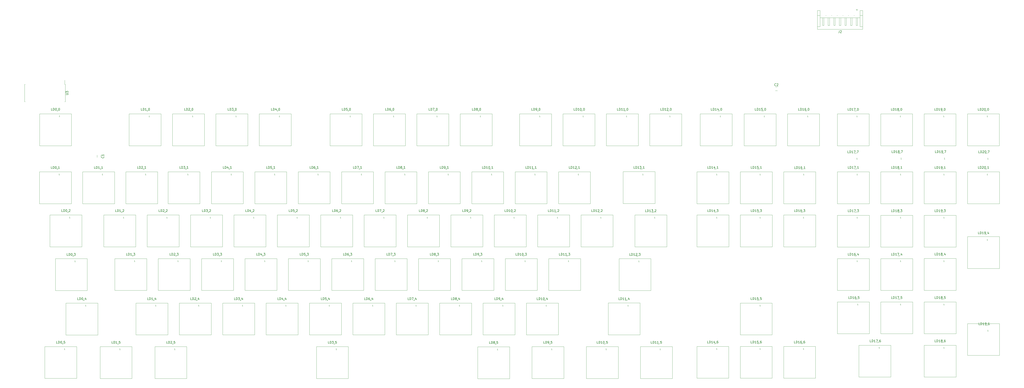
<source format=gbr>
%TF.GenerationSoftware,KiCad,Pcbnew,(5.1.9)-1*%
%TF.CreationDate,2021-04-06T19:39:34+10:00*%
%TF.ProjectId,RedPyKeeb,52656450-794b-4656-9562-2e6b69636164,rev?*%
%TF.SameCoordinates,Original*%
%TF.FileFunction,Legend,Top*%
%TF.FilePolarity,Positive*%
%FSLAX46Y46*%
G04 Gerber Fmt 4.6, Leading zero omitted, Abs format (unit mm)*
G04 Created by KiCad (PCBNEW (5.1.9)-1) date 2021-04-06 19:39:34*
%MOMM*%
%LPD*%
G01*
G04 APERTURE LIST*
%ADD10C,0.120000*%
%ADD11C,0.150000*%
%ADD12C,0.100000*%
G04 APERTURE END LIST*
D10*
%TO.C,LD20\u002C7*%
X502761100Y-113065100D02*
X502061100Y-113065100D01*
%TO.C,LD20\u002C0*%
X502507100Y-94154800D02*
X501807100Y-94154800D01*
%TO.C,LD20\u002C1*%
X502570600Y-120050100D02*
X501870600Y-120050100D01*
%TO.C,LD19\u002C6*%
X502824600Y-189709600D02*
X502124600Y-189709600D01*
%TO.C,LD19\u002C3*%
X483266600Y-139316000D02*
X482566600Y-139316000D01*
%TO.C,LD19\u002C4*%
X502570600Y-149196600D02*
X501870600Y-149196600D01*
%TO.C,LD19\u002C1*%
X483266600Y-120062800D02*
X482566600Y-120062800D01*
%TO.C,LD19\u002C0*%
X483190400Y-94154800D02*
X482490400Y-94154800D01*
%TO.C,LD19\u002C7*%
X483457100Y-113014300D02*
X482757100Y-113014300D01*
%TO.C,LD18\u002C0*%
X463886400Y-94154800D02*
X463186400Y-94154800D01*
%TO.C,LD18\u002C3*%
X463962600Y-139316000D02*
X463262600Y-139316000D01*
%TO.C,LD18\u002C4*%
X483266600Y-158658100D02*
X482566600Y-158658100D01*
%TO.C,LD18\u002C5*%
X483266600Y-178025600D02*
X482566600Y-178025600D01*
%TO.C,LD18\u002C7*%
X464153100Y-113014300D02*
X463453100Y-113014300D01*
%TO.C,LD18\u002C1*%
X463962600Y-120050100D02*
X463262600Y-120050100D01*
%TO.C,LD18\u002C6*%
X483266600Y-197329600D02*
X482566600Y-197329600D01*
%TO.C,LD17\u002C4*%
X463962600Y-158721600D02*
X463262600Y-158721600D01*
%TO.C,LD17\u002C3*%
X444658600Y-139316000D02*
X443958600Y-139316000D01*
%TO.C,LD17\u002C6*%
X454437600Y-197329600D02*
X453737600Y-197329600D01*
%TO.C,LD17\u002C5*%
X463962600Y-178025600D02*
X463262600Y-178025600D01*
%TO.C,LD17\u002C1*%
X444658600Y-120050100D02*
X443958600Y-120050100D01*
%TO.C,LD17\u002C0*%
X444582400Y-94154800D02*
X443882400Y-94154800D01*
%TO.C,LD17\u002C7*%
X444531600Y-113065100D02*
X443831600Y-113065100D01*
%TO.C,LD16\u002C5*%
X444912600Y-178025600D02*
X444212600Y-178025600D01*
%TO.C,LD16\u002C3*%
X420782600Y-139290600D02*
X420082600Y-139290600D01*
%TO.C,LD16\u002C1*%
X420860800Y-120075500D02*
X420160800Y-120075500D01*
%TO.C,LD16\u002C6*%
X420719100Y-197837600D02*
X420019100Y-197837600D01*
%TO.C,LD16\u002C0*%
X422624100Y-94142100D02*
X421924100Y-94142100D01*
%TO.C,LD16\u002C4*%
X444658600Y-158721600D02*
X443958600Y-158721600D01*
%TO.C,LD15\u002C0*%
X403320100Y-94142100D02*
X402620100Y-94142100D01*
%TO.C,LD15\u002C5*%
X401415100Y-178482800D02*
X400715100Y-178482800D01*
%TO.C,LD15\u002C6*%
X401415100Y-197837600D02*
X400715100Y-197837600D01*
%TO.C,LD15\u002C3*%
X401478600Y-139290600D02*
X400778600Y-139290600D01*
%TO.C,LD15\u002C1*%
X401478600Y-120050100D02*
X400778600Y-120050100D01*
%TO.C,LD14\u002C1*%
X382174600Y-120050100D02*
X381474600Y-120050100D01*
%TO.C,LD14\u002C3*%
X382174600Y-139290600D02*
X381474600Y-139290600D01*
%TO.C,LD14\u002C0*%
X383762100Y-94142100D02*
X383062100Y-94142100D01*
%TO.C,LD14\u002C6*%
X382111100Y-197837600D02*
X381411100Y-197837600D01*
%TO.C,LD13\u002C1*%
X349319700Y-120050100D02*
X348619700Y-120050100D01*
%TO.C,LD13\u002C2*%
X354514000Y-139316000D02*
X353814000Y-139316000D01*
%TO.C,LD12\u002C0*%
X361321200Y-94142100D02*
X360621200Y-94142100D01*
%TO.C,LD12\u002C1*%
X320554200Y-120050100D02*
X319854200Y-120050100D01*
%TO.C,LD12\u002C3*%
X347478200Y-158807500D02*
X346778200Y-158807500D01*
%TO.C,LD12\u002C2*%
X330587200Y-139290600D02*
X329887200Y-139290600D01*
%TO.C,LD11\u002C4*%
X342652200Y-178533600D02*
X341952200Y-178533600D01*
%TO.C,LD11\u002C2*%
X311283200Y-139290600D02*
X310583200Y-139290600D01*
%TO.C,LD11\u002C5*%
X357003200Y-197964600D02*
X356303200Y-197964600D01*
%TO.C,LD11\u002C0*%
X342017200Y-94142100D02*
X341317200Y-94142100D01*
%TO.C,LD11\u002C3*%
X316172700Y-158721600D02*
X315472700Y-158721600D01*
%TO.C,LD11\u002C1*%
X301250200Y-120050100D02*
X300550200Y-120050100D01*
%TO.C,LD10\u002C3*%
X296868700Y-158721600D02*
X296168700Y-158721600D01*
%TO.C,LD10\u002C4*%
X306266700Y-178533600D02*
X305566700Y-178533600D01*
%TO.C,LD10\u002C2*%
X291979200Y-139290600D02*
X291279200Y-139290600D01*
%TO.C,LD10\u002C1*%
X281946200Y-120050100D02*
X281246200Y-120050100D01*
%TO.C,LD10\u002C5*%
X332936700Y-197964600D02*
X332236700Y-197964600D01*
%TO.C,LD10\u002C0*%
X322713200Y-94142100D02*
X322013200Y-94142100D01*
%TO.C,LD9\u002C2*%
X272675200Y-139290600D02*
X271975200Y-139290600D01*
%TO.C,LD9\u002C5*%
X308743200Y-197964600D02*
X308043200Y-197964600D01*
%TO.C,LD9\u002C3*%
X277564700Y-158721600D02*
X276864700Y-158721600D01*
%TO.C,LD9\u002C4*%
X286962700Y-178533600D02*
X286262700Y-178533600D01*
%TO.C,LD9\u002C1*%
X262642200Y-120050100D02*
X261942200Y-120050100D01*
%TO.C,LD9\u002C0*%
X303409200Y-94142100D02*
X302709200Y-94142100D01*
%TO.C,LD8\u002C5*%
X284613200Y-198040800D02*
X283913200Y-198040800D01*
%TO.C,LD8\u002C1*%
X243338200Y-120050100D02*
X242638200Y-120050100D01*
%TO.C,LD8\u002C2*%
X253371200Y-139290600D02*
X252671200Y-139290600D01*
%TO.C,LD8\u002C0*%
X276993200Y-94142100D02*
X276293200Y-94142100D01*
%TO.C,LD8\u002C4*%
X267658700Y-178533600D02*
X266958700Y-178533600D01*
%TO.C,LD8\u002C3*%
X258260700Y-158721600D02*
X257560700Y-158721600D01*
%TO.C,LD7\u002C2*%
X234067200Y-139290600D02*
X233367200Y-139290600D01*
%TO.C,LD7\u002C1*%
X224034200Y-120050100D02*
X223334200Y-120050100D01*
%TO.C,LD7\u002C3*%
X238956700Y-158721600D02*
X238256700Y-158721600D01*
%TO.C,LD7\u002C4*%
X248354700Y-178533600D02*
X247654700Y-178533600D01*
%TO.C,LD7\u002C0*%
X257689200Y-94142100D02*
X256989200Y-94142100D01*
%TO.C,LD6\u002C1*%
X204730200Y-120050100D02*
X204030200Y-120050100D01*
%TO.C,LD6\u002C3*%
X219652700Y-158721600D02*
X218952700Y-158721600D01*
%TO.C,LD6\u002C4*%
X229050700Y-178533600D02*
X228350700Y-178533600D01*
%TO.C,LD6\u002C0*%
X238385200Y-94142100D02*
X237685200Y-94142100D01*
%TO.C,LD6\u002C2*%
X214763200Y-139290600D02*
X214063200Y-139290600D01*
%TO.C,LD5\u002C1*%
X185426200Y-120050100D02*
X184726200Y-120050100D01*
%TO.C,LD5\u002C2*%
X195459200Y-139290600D02*
X194759200Y-139290600D01*
%TO.C,LD5\u002C4*%
X209746700Y-178533600D02*
X209046700Y-178533600D01*
%TO.C,LD5\u002C0*%
X219081200Y-94142100D02*
X218381200Y-94142100D01*
%TO.C,LD5\u002C3*%
X200348700Y-158721600D02*
X199648700Y-158721600D01*
%TO.C,LD4\u002C3*%
X181044700Y-158721600D02*
X180344700Y-158721600D01*
%TO.C,LD4\u002C4*%
X190442700Y-178533600D02*
X189742700Y-178533600D01*
%TO.C,LD4\u002C0*%
X187585200Y-94142100D02*
X186885200Y-94142100D01*
%TO.C,LD4\u002C2*%
X176155200Y-139290600D02*
X175455200Y-139290600D01*
%TO.C,LD4\u002C1*%
X166122200Y-120050100D02*
X165422200Y-120050100D01*
%TO.C,LD3\u002C0*%
X168281200Y-94142100D02*
X167581200Y-94142100D01*
%TO.C,LD3\u002C1*%
X146818200Y-120050100D02*
X146118200Y-120050100D01*
%TO.C,LD3\u002C2*%
X156851200Y-139290600D02*
X156151200Y-139290600D01*
%TO.C,LD3\u002C4*%
X171138700Y-178533600D02*
X170438700Y-178533600D01*
%TO.C,LD3\u002C5*%
X212858200Y-197964600D02*
X212158200Y-197964600D01*
%TO.C,LD3\u002C3*%
X161740700Y-158721600D02*
X161040700Y-158721600D01*
%TO.C,LD2\u002C3*%
X142436700Y-158721600D02*
X141736700Y-158721600D01*
%TO.C,LD2\u002C5*%
X140976200Y-197964600D02*
X140276200Y-197964600D01*
%TO.C,LD2\u002C4*%
X151694700Y-178533600D02*
X150994700Y-178533600D01*
%TO.C,LD2\u002C0*%
X148977200Y-94142100D02*
X148277200Y-94142100D01*
%TO.C,LD2\u002C1*%
X128022200Y-120050100D02*
X127322200Y-120050100D01*
%TO.C,LD2\u002C2*%
X137547200Y-139290600D02*
X136847200Y-139290600D01*
%TO.C,LD1\u002C0*%
X129673200Y-94142100D02*
X128973200Y-94142100D01*
%TO.C,LD1\u002C4*%
X132530700Y-178533600D02*
X131830700Y-178533600D01*
%TO.C,LD1\u002C1*%
X108819800Y-120062800D02*
X108119800Y-120062800D01*
%TO.C,LD1\u002C3*%
X123132700Y-158721600D02*
X122432700Y-158721600D01*
%TO.C,LD1\u002C5*%
X116592200Y-197964600D02*
X115892200Y-197964600D01*
%TO.C,LD1\u002C2*%
X118243200Y-139290600D02*
X117543200Y-139290600D01*
%TO.C,LD0\u002C2*%
X94316400Y-139265200D02*
X93616400Y-139265200D01*
%TO.C,LD0\u002C1*%
X89604700Y-120062800D02*
X88904700Y-120062800D01*
%TO.C,LD0\u002C5*%
X92017700Y-197913800D02*
X91317700Y-197913800D01*
%TO.C,LD0\u002C3*%
X96653200Y-158797800D02*
X95953200Y-158797800D01*
%TO.C,LD0\u002C0*%
X89668200Y-94104000D02*
X88968200Y-94104000D01*
%TO.C,LD0\u002C4*%
X101415700Y-178533600D02*
X100715700Y-178533600D01*
%TO.C,K12\u002C3*%
X353378200Y-174092300D02*
X353378200Y-159892300D01*
X353378200Y-159892300D02*
X339178200Y-159892300D01*
X339178200Y-159892300D02*
X339178200Y-174092300D01*
X339178200Y-174092300D02*
X353378200Y-174092300D01*
%TO.C,K16\u002C1*%
X426682600Y-135408100D02*
X426682600Y-121208100D01*
X426682600Y-121208100D02*
X412482600Y-121208100D01*
X412482600Y-121208100D02*
X412482600Y-135408100D01*
X412482600Y-135408100D02*
X426682600Y-135408100D01*
%TO.C,K14\u002C1*%
X388074600Y-135408100D02*
X388074600Y-121208100D01*
X388074600Y-121208100D02*
X373874600Y-121208100D01*
X373874600Y-121208100D02*
X373874600Y-135408100D01*
X373874600Y-135408100D02*
X388074600Y-135408100D01*
%TO.C,K3\u002C2*%
X162751200Y-154648600D02*
X162751200Y-140448600D01*
X162751200Y-140448600D02*
X148551200Y-140448600D01*
X148551200Y-140448600D02*
X148551200Y-154648600D01*
X148551200Y-154648600D02*
X162751200Y-154648600D01*
%TO.C,K8\u002C0*%
X282702700Y-109627100D02*
X282702700Y-95427100D01*
X282702700Y-95427100D02*
X268502700Y-95427100D01*
X268502700Y-95427100D02*
X268502700Y-109627100D01*
X268502700Y-109627100D02*
X282702700Y-109627100D01*
%TO.C,J2*%
X446398000Y-51517000D02*
X446398000Y-49317000D01*
X446398000Y-49317000D02*
X447618000Y-49317000D01*
X447618000Y-49317000D02*
X447618000Y-57737000D01*
X447618000Y-57737000D02*
X427398000Y-57737000D01*
X427398000Y-57737000D02*
X427398000Y-49317000D01*
X427398000Y-49317000D02*
X428618000Y-49317000D01*
X428618000Y-49317000D02*
X428618000Y-51517000D01*
X447618000Y-56517000D02*
X446398000Y-56517000D01*
X446398000Y-56517000D02*
X446398000Y-51517000D01*
X446398000Y-51517000D02*
X447618000Y-51517000D01*
X427398000Y-56517000D02*
X428618000Y-56517000D01*
X428618000Y-56517000D02*
X428618000Y-51517000D01*
X428618000Y-51517000D02*
X427398000Y-51517000D01*
X446398000Y-52517000D02*
X428618000Y-52517000D01*
X445008000Y-52517000D02*
X445328000Y-52517000D01*
X445328000Y-52517000D02*
X445328000Y-55937000D01*
X445328000Y-55937000D02*
X445008000Y-56017000D01*
X445008000Y-56017000D02*
X444688000Y-55937000D01*
X444688000Y-55937000D02*
X444688000Y-52517000D01*
X444688000Y-52517000D02*
X445008000Y-52517000D01*
X443838000Y-51517000D02*
X443678000Y-51517000D01*
X442508000Y-52517000D02*
X442828000Y-52517000D01*
X442828000Y-52517000D02*
X442828000Y-55937000D01*
X442828000Y-55937000D02*
X442508000Y-56017000D01*
X442508000Y-56017000D02*
X442188000Y-55937000D01*
X442188000Y-55937000D02*
X442188000Y-52517000D01*
X442188000Y-52517000D02*
X442508000Y-52517000D01*
X441338000Y-51517000D02*
X441178000Y-51517000D01*
X440008000Y-52517000D02*
X440328000Y-52517000D01*
X440328000Y-52517000D02*
X440328000Y-55937000D01*
X440328000Y-55937000D02*
X440008000Y-56017000D01*
X440008000Y-56017000D02*
X439688000Y-55937000D01*
X439688000Y-55937000D02*
X439688000Y-52517000D01*
X439688000Y-52517000D02*
X440008000Y-52517000D01*
X438838000Y-51517000D02*
X438678000Y-51517000D01*
X437508000Y-52517000D02*
X437828000Y-52517000D01*
X437828000Y-52517000D02*
X437828000Y-55937000D01*
X437828000Y-55937000D02*
X437508000Y-56017000D01*
X437508000Y-56017000D02*
X437188000Y-55937000D01*
X437188000Y-55937000D02*
X437188000Y-52517000D01*
X437188000Y-52517000D02*
X437508000Y-52517000D01*
X436338000Y-51517000D02*
X436178000Y-51517000D01*
X435008000Y-52517000D02*
X435328000Y-52517000D01*
X435328000Y-52517000D02*
X435328000Y-55937000D01*
X435328000Y-55937000D02*
X435008000Y-56017000D01*
X435008000Y-56017000D02*
X434688000Y-55937000D01*
X434688000Y-55937000D02*
X434688000Y-52517000D01*
X434688000Y-52517000D02*
X435008000Y-52517000D01*
X433838000Y-51517000D02*
X433678000Y-51517000D01*
X432508000Y-52517000D02*
X432828000Y-52517000D01*
X432828000Y-52517000D02*
X432828000Y-55937000D01*
X432828000Y-55937000D02*
X432508000Y-56017000D01*
X432508000Y-56017000D02*
X432188000Y-55937000D01*
X432188000Y-55937000D02*
X432188000Y-52517000D01*
X432188000Y-52517000D02*
X432508000Y-52517000D01*
X431338000Y-51517000D02*
X431178000Y-51517000D01*
X430008000Y-52517000D02*
X430328000Y-52517000D01*
X430328000Y-52517000D02*
X430328000Y-55937000D01*
X430328000Y-55937000D02*
X430008000Y-56017000D01*
X430008000Y-56017000D02*
X429688000Y-55937000D01*
X429688000Y-55937000D02*
X429688000Y-52517000D01*
X429688000Y-52517000D02*
X430008000Y-52517000D01*
X445008000Y-49427000D02*
X445308000Y-48827000D01*
X445308000Y-48827000D02*
X444708000Y-48827000D01*
X444708000Y-48827000D02*
X445008000Y-49427000D01*
%TO.C,U3*%
X74696500Y-86093300D02*
X74696500Y-89953300D01*
X74696500Y-89953300D02*
X74941500Y-89953300D01*
X74696500Y-86093300D02*
X74696500Y-82233300D01*
X74696500Y-82233300D02*
X74941500Y-82233300D01*
X92816500Y-86093300D02*
X92816500Y-89953300D01*
X92816500Y-89953300D02*
X92571500Y-89953300D01*
X92816500Y-86093300D02*
X92816500Y-82233300D01*
X92816500Y-82233300D02*
X92571500Y-82233300D01*
X92571500Y-82233300D02*
X92571500Y-80418300D01*
%TO.C,K0\u002C2*%
X100203700Y-154623200D02*
X100203700Y-140423200D01*
X100203700Y-140423200D02*
X86003700Y-140423200D01*
X86003700Y-140423200D02*
X86003700Y-154623200D01*
X86003700Y-154623200D02*
X100203700Y-154623200D01*
%TO.C,K18\u002C4*%
X489166600Y-174016100D02*
X489166600Y-159816100D01*
X489166600Y-159816100D02*
X474966600Y-159816100D01*
X474966600Y-159816100D02*
X474966600Y-174016100D01*
X474966600Y-174016100D02*
X489166600Y-174016100D01*
%TO.C,K10\u002C3*%
X302768700Y-174079600D02*
X302768700Y-159879600D01*
X302768700Y-159879600D02*
X288568700Y-159879600D01*
X288568700Y-159879600D02*
X288568700Y-174079600D01*
X288568700Y-174079600D02*
X302768700Y-174079600D01*
%TO.C,K13\u002C1*%
X355219700Y-135357300D02*
X355219700Y-121157300D01*
X355219700Y-121157300D02*
X341019700Y-121157300D01*
X341019700Y-121157300D02*
X341019700Y-135357300D01*
X341019700Y-135357300D02*
X355219700Y-135357300D01*
%TO.C,K19\u002C4*%
X508470600Y-164300600D02*
X508470600Y-150100600D01*
X508470600Y-150100600D02*
X494270600Y-150100600D01*
X494270600Y-150100600D02*
X494270600Y-164300600D01*
X494270600Y-164300600D02*
X508470600Y-164300600D01*
%TO.C,K11\u002C4*%
X348552200Y-193840800D02*
X348552200Y-179640800D01*
X348552200Y-179640800D02*
X334352200Y-179640800D01*
X334352200Y-179640800D02*
X334352200Y-193840800D01*
X334352200Y-193840800D02*
X348552200Y-193840800D01*
%TO.C,C1*%
X108673000Y-114800000D02*
X108673000Y-113800000D01*
X106973000Y-113800000D02*
X106973000Y-114800000D01*
%TO.C,C2*%
X409694000Y-83351000D02*
X408694000Y-83351000D01*
X408694000Y-85051000D02*
X409694000Y-85051000D01*
%TO.C,K0\u002C0*%
X95568200Y-109576300D02*
X95568200Y-95376300D01*
X95568200Y-95376300D02*
X81368200Y-95376300D01*
X81368200Y-95376300D02*
X81368200Y-109576300D01*
X81368200Y-109576300D02*
X95568200Y-109576300D01*
%TO.C,K0\u002C1*%
X95504700Y-135420800D02*
X95504700Y-121220800D01*
X95504700Y-121220800D02*
X81304700Y-121220800D01*
X81304700Y-121220800D02*
X81304700Y-135420800D01*
X81304700Y-135420800D02*
X95504700Y-135420800D01*
%TO.C,K0\u002C5*%
X97917700Y-213271800D02*
X97917700Y-199071800D01*
X97917700Y-199071800D02*
X83717700Y-199071800D01*
X83717700Y-199071800D02*
X83717700Y-213271800D01*
X83717700Y-213271800D02*
X97917700Y-213271800D01*
%TO.C,K0\u002C4*%
X107315700Y-193904300D02*
X107315700Y-179704300D01*
X107315700Y-179704300D02*
X93115700Y-179704300D01*
X93115700Y-179704300D02*
X93115700Y-193904300D01*
X93115700Y-193904300D02*
X107315700Y-193904300D01*
%TO.C,K0\u002C3*%
X102591300Y-174130400D02*
X102591300Y-159930400D01*
X102591300Y-159930400D02*
X88391300Y-159930400D01*
X88391300Y-159930400D02*
X88391300Y-174130400D01*
X88391300Y-174130400D02*
X102591300Y-174130400D01*
%TO.C,K1\u002C4*%
X138430700Y-193891600D02*
X138430700Y-179691600D01*
X138430700Y-179691600D02*
X124230700Y-179691600D01*
X124230700Y-179691600D02*
X124230700Y-193891600D01*
X124230700Y-193891600D02*
X138430700Y-193891600D01*
%TO.C,K1\u002C5*%
X122492200Y-213322600D02*
X122492200Y-199122600D01*
X122492200Y-199122600D02*
X108292200Y-199122600D01*
X108292200Y-199122600D02*
X108292200Y-213322600D01*
X108292200Y-213322600D02*
X122492200Y-213322600D01*
%TO.C,K1\u002C3*%
X129032700Y-174079600D02*
X129032700Y-159879600D01*
X129032700Y-159879600D02*
X114832700Y-159879600D01*
X114832700Y-159879600D02*
X114832700Y-174079600D01*
X114832700Y-174079600D02*
X129032700Y-174079600D01*
%TO.C,K1\u002C2*%
X124143200Y-154648600D02*
X124143200Y-140448600D01*
X124143200Y-140448600D02*
X109943200Y-140448600D01*
X109943200Y-140448600D02*
X109943200Y-154648600D01*
X109943200Y-154648600D02*
X124143200Y-154648600D01*
%TO.C,K1\u002C1*%
X114719800Y-135420800D02*
X114719800Y-121220800D01*
X114719800Y-121220800D02*
X100519800Y-121220800D01*
X100519800Y-121220800D02*
X100519800Y-135420800D01*
X100519800Y-135420800D02*
X114719800Y-135420800D01*
%TO.C,K1\u002C0*%
X135382700Y-109627100D02*
X135382700Y-95427100D01*
X135382700Y-95427100D02*
X121182700Y-95427100D01*
X121182700Y-95427100D02*
X121182700Y-109627100D01*
X121182700Y-109627100D02*
X135382700Y-109627100D01*
%TO.C,K2\u002C5*%
X146876200Y-213322600D02*
X146876200Y-199122600D01*
X146876200Y-199122600D02*
X132676200Y-199122600D01*
X132676200Y-199122600D02*
X132676200Y-213322600D01*
X132676200Y-213322600D02*
X146876200Y-213322600D01*
%TO.C,K2\u002C3*%
X148336700Y-174079600D02*
X148336700Y-159879600D01*
X148336700Y-159879600D02*
X134136700Y-159879600D01*
X134136700Y-159879600D02*
X134136700Y-174079600D01*
X134136700Y-174079600D02*
X148336700Y-174079600D01*
%TO.C,K2\u002C1*%
X133922200Y-135408100D02*
X133922200Y-121208100D01*
X133922200Y-121208100D02*
X119722200Y-121208100D01*
X119722200Y-121208100D02*
X119722200Y-135408100D01*
X119722200Y-135408100D02*
X133922200Y-135408100D01*
%TO.C,K2\u002C4*%
X157734700Y-193891600D02*
X157734700Y-179691600D01*
X157734700Y-179691600D02*
X143534700Y-179691600D01*
X143534700Y-179691600D02*
X143534700Y-193891600D01*
X143534700Y-193891600D02*
X157734700Y-193891600D01*
%TO.C,K2\u002C2*%
X143447200Y-154648600D02*
X143447200Y-140448600D01*
X143447200Y-140448600D02*
X129247200Y-140448600D01*
X129247200Y-140448600D02*
X129247200Y-154648600D01*
X129247200Y-154648600D02*
X143447200Y-154648600D01*
%TO.C,K2\u002C0*%
X154686700Y-109627100D02*
X154686700Y-95427100D01*
X154686700Y-95427100D02*
X140486700Y-95427100D01*
X140486700Y-95427100D02*
X140486700Y-109627100D01*
X140486700Y-109627100D02*
X154686700Y-109627100D01*
%TO.C,K3\u002C5*%
X218758200Y-213322600D02*
X218758200Y-199122600D01*
X218758200Y-199122600D02*
X204558200Y-199122600D01*
X204558200Y-199122600D02*
X204558200Y-213322600D01*
X204558200Y-213322600D02*
X218758200Y-213322600D01*
%TO.C,K3\u002C4*%
X177038700Y-193891600D02*
X177038700Y-179691600D01*
X177038700Y-179691600D02*
X162838700Y-179691600D01*
X162838700Y-179691600D02*
X162838700Y-193891600D01*
X162838700Y-193891600D02*
X177038700Y-193891600D01*
%TO.C,K3\u002C1*%
X152718200Y-135408100D02*
X152718200Y-121208100D01*
X152718200Y-121208100D02*
X138518200Y-121208100D01*
X138518200Y-121208100D02*
X138518200Y-135408100D01*
X138518200Y-135408100D02*
X152718200Y-135408100D01*
%TO.C,K3\u002C0*%
X173990700Y-109627100D02*
X173990700Y-95427100D01*
X173990700Y-95427100D02*
X159790700Y-95427100D01*
X159790700Y-95427100D02*
X159790700Y-109627100D01*
X159790700Y-109627100D02*
X173990700Y-109627100D01*
%TO.C,K3\u002C3*%
X167640700Y-174079600D02*
X167640700Y-159879600D01*
X167640700Y-159879600D02*
X153440700Y-159879600D01*
X153440700Y-159879600D02*
X153440700Y-174079600D01*
X153440700Y-174079600D02*
X167640700Y-174079600D01*
%TO.C,K4\u002C1*%
X172022200Y-135408100D02*
X172022200Y-121208100D01*
X172022200Y-121208100D02*
X157822200Y-121208100D01*
X157822200Y-121208100D02*
X157822200Y-135408100D01*
X157822200Y-135408100D02*
X172022200Y-135408100D01*
%TO.C,K4\u002C2*%
X182055200Y-154648600D02*
X182055200Y-140448600D01*
X182055200Y-140448600D02*
X167855200Y-140448600D01*
X167855200Y-140448600D02*
X167855200Y-154648600D01*
X167855200Y-154648600D02*
X182055200Y-154648600D01*
%TO.C,K4\u002C3*%
X186944700Y-174079600D02*
X186944700Y-159879600D01*
X186944700Y-159879600D02*
X172744700Y-159879600D01*
X172744700Y-159879600D02*
X172744700Y-174079600D01*
X172744700Y-174079600D02*
X186944700Y-174079600D01*
%TO.C,K4\u002C4*%
X196342700Y-193891600D02*
X196342700Y-179691600D01*
X196342700Y-179691600D02*
X182142700Y-179691600D01*
X182142700Y-179691600D02*
X182142700Y-193891600D01*
X182142700Y-193891600D02*
X196342700Y-193891600D01*
%TO.C,K4\u002C0*%
X193294700Y-109627100D02*
X193294700Y-95427100D01*
X193294700Y-95427100D02*
X179094700Y-95427100D01*
X179094700Y-95427100D02*
X179094700Y-109627100D01*
X179094700Y-109627100D02*
X193294700Y-109627100D01*
%TO.C,K5\u002C0*%
X224790700Y-109627100D02*
X224790700Y-95427100D01*
X224790700Y-95427100D02*
X210590700Y-95427100D01*
X210590700Y-95427100D02*
X210590700Y-109627100D01*
X210590700Y-109627100D02*
X224790700Y-109627100D01*
%TO.C,K5\u002C2*%
X201359200Y-154648600D02*
X201359200Y-140448600D01*
X201359200Y-140448600D02*
X187159200Y-140448600D01*
X187159200Y-140448600D02*
X187159200Y-154648600D01*
X187159200Y-154648600D02*
X201359200Y-154648600D01*
%TO.C,K5\u002C1*%
X191326200Y-135408100D02*
X191326200Y-121208100D01*
X191326200Y-121208100D02*
X177126200Y-121208100D01*
X177126200Y-121208100D02*
X177126200Y-135408100D01*
X177126200Y-135408100D02*
X191326200Y-135408100D01*
%TO.C,K5\u002C3*%
X206248700Y-174079600D02*
X206248700Y-159879600D01*
X206248700Y-159879600D02*
X192048700Y-159879600D01*
X192048700Y-159879600D02*
X192048700Y-174079600D01*
X192048700Y-174079600D02*
X206248700Y-174079600D01*
%TO.C,K5\u002C4*%
X215646700Y-193891600D02*
X215646700Y-179691600D01*
X215646700Y-179691600D02*
X201446700Y-179691600D01*
X201446700Y-179691600D02*
X201446700Y-193891600D01*
X201446700Y-193891600D02*
X215646700Y-193891600D01*
%TO.C,K6\u002C3*%
X225552700Y-174079600D02*
X225552700Y-159879600D01*
X225552700Y-159879600D02*
X211352700Y-159879600D01*
X211352700Y-159879600D02*
X211352700Y-174079600D01*
X211352700Y-174079600D02*
X225552700Y-174079600D01*
%TO.C,K6\u002C4*%
X234950700Y-193891600D02*
X234950700Y-179691600D01*
X234950700Y-179691600D02*
X220750700Y-179691600D01*
X220750700Y-179691600D02*
X220750700Y-193891600D01*
X220750700Y-193891600D02*
X234950700Y-193891600D01*
%TO.C,K6\u002C1*%
X210630200Y-135408100D02*
X210630200Y-121208100D01*
X210630200Y-121208100D02*
X196430200Y-121208100D01*
X196430200Y-121208100D02*
X196430200Y-135408100D01*
X196430200Y-135408100D02*
X210630200Y-135408100D01*
%TO.C,K6\u002C2*%
X220663200Y-154648600D02*
X220663200Y-140448600D01*
X220663200Y-140448600D02*
X206463200Y-140448600D01*
X206463200Y-140448600D02*
X206463200Y-154648600D01*
X206463200Y-154648600D02*
X220663200Y-154648600D01*
%TO.C,K6\u002C0*%
X244094700Y-109627100D02*
X244094700Y-95427100D01*
X244094700Y-95427100D02*
X229894700Y-95427100D01*
X229894700Y-95427100D02*
X229894700Y-109627100D01*
X229894700Y-109627100D02*
X244094700Y-109627100D01*
%TO.C,K7\u002C2*%
X239967200Y-154648600D02*
X239967200Y-140448600D01*
X239967200Y-140448600D02*
X225767200Y-140448600D01*
X225767200Y-140448600D02*
X225767200Y-154648600D01*
X225767200Y-154648600D02*
X239967200Y-154648600D01*
%TO.C,K7\u002C1*%
X229934200Y-135408100D02*
X229934200Y-121208100D01*
X229934200Y-121208100D02*
X215734200Y-121208100D01*
X215734200Y-121208100D02*
X215734200Y-135408100D01*
X215734200Y-135408100D02*
X229934200Y-135408100D01*
%TO.C,K7\u002C3*%
X244856700Y-174079600D02*
X244856700Y-159879600D01*
X244856700Y-159879600D02*
X230656700Y-159879600D01*
X230656700Y-159879600D02*
X230656700Y-174079600D01*
X230656700Y-174079600D02*
X244856700Y-174079600D01*
%TO.C,K7\u002C4*%
X254254700Y-193891600D02*
X254254700Y-179691600D01*
X254254700Y-179691600D02*
X240054700Y-179691600D01*
X240054700Y-179691600D02*
X240054700Y-193891600D01*
X240054700Y-193891600D02*
X254254700Y-193891600D01*
%TO.C,K7\u002C0*%
X263398700Y-109627100D02*
X263398700Y-95427100D01*
X263398700Y-95427100D02*
X249198700Y-95427100D01*
X249198700Y-95427100D02*
X249198700Y-109627100D01*
X249198700Y-109627100D02*
X263398700Y-109627100D01*
%TO.C,K8\u002C1*%
X249238200Y-135408100D02*
X249238200Y-121208100D01*
X249238200Y-121208100D02*
X235038200Y-121208100D01*
X235038200Y-121208100D02*
X235038200Y-135408100D01*
X235038200Y-135408100D02*
X249238200Y-135408100D01*
%TO.C,K8\u002C3*%
X264160700Y-174079600D02*
X264160700Y-159879600D01*
X264160700Y-159879600D02*
X249960700Y-159879600D01*
X249960700Y-159879600D02*
X249960700Y-174079600D01*
X249960700Y-174079600D02*
X264160700Y-174079600D01*
%TO.C,K8\u002C4*%
X273558700Y-193891600D02*
X273558700Y-179691600D01*
X273558700Y-179691600D02*
X259358700Y-179691600D01*
X259358700Y-179691600D02*
X259358700Y-193891600D01*
X259358700Y-193891600D02*
X273558700Y-193891600D01*
%TO.C,K8\u002C5*%
X290513200Y-213386100D02*
X290513200Y-199186100D01*
X290513200Y-199186100D02*
X276313200Y-199186100D01*
X276313200Y-199186100D02*
X276313200Y-213386100D01*
X276313200Y-213386100D02*
X290513200Y-213386100D01*
%TO.C,K8\u002C2*%
X259271200Y-154648600D02*
X259271200Y-140448600D01*
X259271200Y-140448600D02*
X245071200Y-140448600D01*
X245071200Y-140448600D02*
X245071200Y-154648600D01*
X245071200Y-154648600D02*
X259271200Y-154648600D01*
%TO.C,K9\u002C0*%
X309118700Y-109627100D02*
X309118700Y-95427100D01*
X309118700Y-95427100D02*
X294918700Y-95427100D01*
X294918700Y-95427100D02*
X294918700Y-109627100D01*
X294918700Y-109627100D02*
X309118700Y-109627100D01*
%TO.C,K9\u002C5*%
X314643200Y-213322600D02*
X314643200Y-199122600D01*
X314643200Y-199122600D02*
X300443200Y-199122600D01*
X300443200Y-199122600D02*
X300443200Y-213322600D01*
X300443200Y-213322600D02*
X314643200Y-213322600D01*
%TO.C,K9\u002C1*%
X268542200Y-135408100D02*
X268542200Y-121208100D01*
X268542200Y-121208100D02*
X254342200Y-121208100D01*
X254342200Y-121208100D02*
X254342200Y-135408100D01*
X254342200Y-135408100D02*
X268542200Y-135408100D01*
%TO.C,K9\u002C2*%
X278575200Y-154648600D02*
X278575200Y-140448600D01*
X278575200Y-140448600D02*
X264375200Y-140448600D01*
X264375200Y-140448600D02*
X264375200Y-154648600D01*
X264375200Y-154648600D02*
X278575200Y-154648600D01*
%TO.C,K9\u002C4*%
X292862700Y-193891600D02*
X292862700Y-179691600D01*
X292862700Y-179691600D02*
X278662700Y-179691600D01*
X278662700Y-179691600D02*
X278662700Y-193891600D01*
X278662700Y-193891600D02*
X292862700Y-193891600D01*
%TO.C,K9\u002C3*%
X283464700Y-174079600D02*
X283464700Y-159879600D01*
X283464700Y-159879600D02*
X269264700Y-159879600D01*
X269264700Y-159879600D02*
X269264700Y-174079600D01*
X269264700Y-174079600D02*
X283464700Y-174079600D01*
%TO.C,K10\u002C2*%
X297879200Y-154648600D02*
X297879200Y-140448600D01*
X297879200Y-140448600D02*
X283679200Y-140448600D01*
X283679200Y-140448600D02*
X283679200Y-154648600D01*
X283679200Y-154648600D02*
X297879200Y-154648600D01*
%TO.C,K10\u002C0*%
X328422700Y-109627100D02*
X328422700Y-95427100D01*
X328422700Y-95427100D02*
X314222700Y-95427100D01*
X314222700Y-95427100D02*
X314222700Y-109627100D01*
X314222700Y-109627100D02*
X328422700Y-109627100D01*
%TO.C,K10\u002C5*%
X338836700Y-213322600D02*
X338836700Y-199122600D01*
X338836700Y-199122600D02*
X324636700Y-199122600D01*
X324636700Y-199122600D02*
X324636700Y-213322600D01*
X324636700Y-213322600D02*
X338836700Y-213322600D01*
%TO.C,K10\u002C1*%
X287846200Y-135408100D02*
X287846200Y-121208100D01*
X287846200Y-121208100D02*
X273646200Y-121208100D01*
X273646200Y-121208100D02*
X273646200Y-135408100D01*
X273646200Y-135408100D02*
X287846200Y-135408100D01*
%TO.C,K10\u002C4*%
X312166700Y-193891600D02*
X312166700Y-179691600D01*
X312166700Y-179691600D02*
X297966700Y-179691600D01*
X297966700Y-179691600D02*
X297966700Y-193891600D01*
X297966700Y-193891600D02*
X312166700Y-193891600D01*
%TO.C,K11\u002C3*%
X322072700Y-174079600D02*
X322072700Y-159879600D01*
X322072700Y-159879600D02*
X307872700Y-159879600D01*
X307872700Y-159879600D02*
X307872700Y-174079600D01*
X307872700Y-174079600D02*
X322072700Y-174079600D01*
%TO.C,K11\u002C2*%
X317183200Y-154648600D02*
X317183200Y-140448600D01*
X317183200Y-140448600D02*
X302983200Y-140448600D01*
X302983200Y-140448600D02*
X302983200Y-154648600D01*
X302983200Y-154648600D02*
X317183200Y-154648600D01*
%TO.C,K11\u002C5*%
X362903200Y-213322600D02*
X362903200Y-199122600D01*
X362903200Y-199122600D02*
X348703200Y-199122600D01*
X348703200Y-199122600D02*
X348703200Y-213322600D01*
X348703200Y-213322600D02*
X362903200Y-213322600D01*
%TO.C,K11\u002C1*%
X307150200Y-135408100D02*
X307150200Y-121208100D01*
X307150200Y-121208100D02*
X292950200Y-121208100D01*
X292950200Y-121208100D02*
X292950200Y-135408100D01*
X292950200Y-135408100D02*
X307150200Y-135408100D01*
%TO.C,K11\u002C0*%
X347726700Y-109627100D02*
X347726700Y-95427100D01*
X347726700Y-95427100D02*
X333526700Y-95427100D01*
X333526700Y-95427100D02*
X333526700Y-109627100D01*
X333526700Y-109627100D02*
X347726700Y-109627100D01*
%TO.C,K12\u002C2*%
X336487200Y-154648600D02*
X336487200Y-140448600D01*
X336487200Y-140448600D02*
X322287200Y-140448600D01*
X322287200Y-140448600D02*
X322287200Y-154648600D01*
X322287200Y-154648600D02*
X336487200Y-154648600D01*
%TO.C,K12\u002C0*%
X367030700Y-109627100D02*
X367030700Y-95427100D01*
X367030700Y-95427100D02*
X352830700Y-95427100D01*
X352830700Y-95427100D02*
X352830700Y-109627100D01*
X352830700Y-109627100D02*
X367030700Y-109627100D01*
%TO.C,K12\u002C1*%
X326454200Y-135408100D02*
X326454200Y-121208100D01*
X326454200Y-121208100D02*
X312254200Y-121208100D01*
X312254200Y-121208100D02*
X312254200Y-135408100D01*
X312254200Y-135408100D02*
X326454200Y-135408100D01*
%TO.C,K13\u002C2*%
X360426700Y-154661300D02*
X360426700Y-140461300D01*
X360426700Y-140461300D02*
X346226700Y-140461300D01*
X346226700Y-140461300D02*
X346226700Y-154661300D01*
X346226700Y-154661300D02*
X360426700Y-154661300D01*
%TO.C,K14\u002C6*%
X388011100Y-213195600D02*
X388011100Y-198995600D01*
X388011100Y-198995600D02*
X373811100Y-198995600D01*
X373811100Y-198995600D02*
X373811100Y-213195600D01*
X373811100Y-213195600D02*
X388011100Y-213195600D01*
%TO.C,K14\u002C3*%
X388074600Y-154648600D02*
X388074600Y-140448600D01*
X388074600Y-140448600D02*
X373874600Y-140448600D01*
X373874600Y-140448600D02*
X373874600Y-154648600D01*
X373874600Y-154648600D02*
X388074600Y-154648600D01*
%TO.C,K14\u002C0*%
X389471600Y-109627100D02*
X389471600Y-95427100D01*
X389471600Y-95427100D02*
X375271600Y-95427100D01*
X375271600Y-95427100D02*
X375271600Y-109627100D01*
X375271600Y-109627100D02*
X389471600Y-109627100D01*
%TO.C,K15\u002C6*%
X407315100Y-213195600D02*
X407315100Y-198995600D01*
X407315100Y-198995600D02*
X393115100Y-198995600D01*
X393115100Y-198995600D02*
X393115100Y-213195600D01*
X393115100Y-213195600D02*
X407315100Y-213195600D01*
%TO.C,K15\u002C3*%
X407378600Y-154648600D02*
X407378600Y-140448600D01*
X407378600Y-140448600D02*
X393178600Y-140448600D01*
X393178600Y-140448600D02*
X393178600Y-154648600D01*
X393178600Y-154648600D02*
X407378600Y-154648600D01*
%TO.C,K15\u002C5*%
X407315100Y-193891600D02*
X407315100Y-179691600D01*
X407315100Y-179691600D02*
X393115100Y-179691600D01*
X393115100Y-179691600D02*
X393115100Y-193891600D01*
X393115100Y-193891600D02*
X407315100Y-193891600D01*
%TO.C,K15\u002C1*%
X407378600Y-135408100D02*
X407378600Y-121208100D01*
X407378600Y-121208100D02*
X393178600Y-121208100D01*
X393178600Y-121208100D02*
X393178600Y-135408100D01*
X393178600Y-135408100D02*
X407378600Y-135408100D01*
%TO.C,K15\u002C0*%
X409029600Y-109627100D02*
X409029600Y-95427100D01*
X409029600Y-95427100D02*
X394829600Y-95427100D01*
X394829600Y-95427100D02*
X394829600Y-109627100D01*
X394829600Y-109627100D02*
X409029600Y-109627100D01*
%TO.C,K16\u002C4*%
X450558600Y-174079600D02*
X450558600Y-159879600D01*
X450558600Y-159879600D02*
X436358600Y-159879600D01*
X436358600Y-159879600D02*
X436358600Y-174079600D01*
X436358600Y-174079600D02*
X450558600Y-174079600D01*
%TO.C,K16\u002C5*%
X450558600Y-193383600D02*
X450558600Y-179183600D01*
X450558600Y-179183600D02*
X436358600Y-179183600D01*
X436358600Y-179183600D02*
X436358600Y-193383600D01*
X436358600Y-193383600D02*
X450558600Y-193383600D01*
%TO.C,K16\u002C3*%
X426682600Y-154648600D02*
X426682600Y-140448600D01*
X426682600Y-140448600D02*
X412482600Y-140448600D01*
X412482600Y-140448600D02*
X412482600Y-154648600D01*
X412482600Y-154648600D02*
X426682600Y-154648600D01*
%TO.C,K16\u002C0*%
X428333600Y-109627100D02*
X428333600Y-95427100D01*
X428333600Y-95427100D02*
X414133600Y-95427100D01*
X414133600Y-95427100D02*
X414133600Y-109627100D01*
X414133600Y-109627100D02*
X428333600Y-109627100D01*
%TO.C,K16\u002C6*%
X426619100Y-213195600D02*
X426619100Y-198995600D01*
X426619100Y-198995600D02*
X412419100Y-198995600D01*
X412419100Y-198995600D02*
X412419100Y-213195600D01*
X412419100Y-213195600D02*
X426619100Y-213195600D01*
%TO.C,K17\u002C6*%
X460083600Y-212687600D02*
X460083600Y-198487600D01*
X460083600Y-198487600D02*
X445883600Y-198487600D01*
X445883600Y-198487600D02*
X445883600Y-212687600D01*
X445883600Y-212687600D02*
X460083600Y-212687600D01*
%TO.C,K17\u002C5*%
X469862600Y-193383600D02*
X469862600Y-179183600D01*
X469862600Y-179183600D02*
X455662600Y-179183600D01*
X455662600Y-179183600D02*
X455662600Y-193383600D01*
X455662600Y-193383600D02*
X469862600Y-193383600D01*
%TO.C,K17\u002C4*%
X469862600Y-174079600D02*
X469862600Y-159879600D01*
X469862600Y-159879600D02*
X455662600Y-159879600D01*
X455662600Y-159879600D02*
X455662600Y-174079600D01*
X455662600Y-174079600D02*
X469862600Y-174079600D01*
%TO.C,K17\u002C3*%
X450558600Y-154775600D02*
X450558600Y-140575600D01*
X450558600Y-140575600D02*
X436358600Y-140575600D01*
X436358600Y-140575600D02*
X436358600Y-154775600D01*
X436358600Y-154775600D02*
X450558600Y-154775600D01*
%TO.C,K17\u002C1*%
X450558600Y-135408100D02*
X450558600Y-121208100D01*
X450558600Y-121208100D02*
X436358600Y-121208100D01*
X436358600Y-121208100D02*
X436358600Y-135408100D01*
X436358600Y-135408100D02*
X450558600Y-135408100D01*
%TO.C,K17\u002C0*%
X450495100Y-109627100D02*
X450495100Y-95427100D01*
X450495100Y-95427100D02*
X436295100Y-95427100D01*
X436295100Y-95427100D02*
X436295100Y-109627100D01*
X436295100Y-109627100D02*
X450495100Y-109627100D01*
%TO.C,K18\u002C6*%
X489166600Y-212687600D02*
X489166600Y-198487600D01*
X489166600Y-198487600D02*
X474966600Y-198487600D01*
X474966600Y-198487600D02*
X474966600Y-212687600D01*
X474966600Y-212687600D02*
X489166600Y-212687600D01*
%TO.C,K18\u002C3*%
X469862600Y-154775600D02*
X469862600Y-140575600D01*
X469862600Y-140575600D02*
X455662600Y-140575600D01*
X455662600Y-140575600D02*
X455662600Y-154775600D01*
X455662600Y-154775600D02*
X469862600Y-154775600D01*
%TO.C,K18\u002C1*%
X469862600Y-135408100D02*
X469862600Y-121208100D01*
X469862600Y-121208100D02*
X455662600Y-121208100D01*
X455662600Y-121208100D02*
X455662600Y-135408100D01*
X455662600Y-135408100D02*
X469862600Y-135408100D01*
%TO.C,K18\u002C5*%
X489166600Y-193383600D02*
X489166600Y-179183600D01*
X489166600Y-179183600D02*
X474966600Y-179183600D01*
X474966600Y-179183600D02*
X474966600Y-193383600D01*
X474966600Y-193383600D02*
X489166600Y-193383600D01*
%TO.C,K18\u002C0*%
X469799100Y-109627100D02*
X469799100Y-95427100D01*
X469799100Y-95427100D02*
X455599100Y-95427100D01*
X455599100Y-95427100D02*
X455599100Y-109627100D01*
X455599100Y-109627100D02*
X469799100Y-109627100D01*
%TO.C,K19\u002C6*%
X508470600Y-203035600D02*
X508470600Y-188835600D01*
X508470600Y-188835600D02*
X494270600Y-188835600D01*
X494270600Y-188835600D02*
X494270600Y-203035600D01*
X494270600Y-203035600D02*
X508470600Y-203035600D01*
%TO.C,K19\u002C0*%
X489103100Y-109627100D02*
X489103100Y-95427100D01*
X489103100Y-95427100D02*
X474903100Y-95427100D01*
X474903100Y-95427100D02*
X474903100Y-109627100D01*
X474903100Y-109627100D02*
X489103100Y-109627100D01*
%TO.C,K19\u002C3*%
X489166600Y-154775600D02*
X489166600Y-140575600D01*
X489166600Y-140575600D02*
X474966600Y-140575600D01*
X474966600Y-140575600D02*
X474966600Y-154775600D01*
X474966600Y-154775600D02*
X489166600Y-154775600D01*
%TO.C,K19\u002C1*%
X489166600Y-135408100D02*
X489166600Y-121208100D01*
X489166600Y-121208100D02*
X474966600Y-121208100D01*
X474966600Y-121208100D02*
X474966600Y-135408100D01*
X474966600Y-135408100D02*
X489166600Y-135408100D01*
%TO.C,K20\u002C0*%
X508407100Y-109627100D02*
X508407100Y-95427100D01*
X508407100Y-95427100D02*
X494207100Y-95427100D01*
X494207100Y-95427100D02*
X494207100Y-109627100D01*
X494207100Y-109627100D02*
X508407100Y-109627100D01*
%TO.C,K20\u002C1*%
X508470600Y-135408100D02*
X508470600Y-121208100D01*
X508470600Y-121208100D02*
X494270600Y-121208100D01*
X494270600Y-121208100D02*
X494270600Y-135408100D01*
X494270600Y-135408100D02*
X508470600Y-135408100D01*
%TO.C,LD20\u002C7*%
D11*
X499703957Y-112807480D02*
X499227766Y-112807480D01*
X499227766Y-111807480D01*
X500037290Y-112807480D02*
X500037290Y-111807480D01*
X500275385Y-111807480D01*
X500418242Y-111855100D01*
X500513480Y-111950338D01*
X500561100Y-112045576D01*
X500608719Y-112236052D01*
X500608719Y-112378909D01*
X500561100Y-112569385D01*
X500513480Y-112664623D01*
X500418242Y-112759861D01*
X500275385Y-112807480D01*
X500037290Y-112807480D01*
X500989671Y-111902719D02*
X501037290Y-111855100D01*
X501132528Y-111807480D01*
X501370623Y-111807480D01*
X501465861Y-111855100D01*
X501513480Y-111902719D01*
X501561100Y-111997957D01*
X501561100Y-112093195D01*
X501513480Y-112236052D01*
X500942052Y-112807480D01*
X501561100Y-112807480D01*
X502180147Y-111807480D02*
X502275385Y-111807480D01*
X502370623Y-111855100D01*
X502418242Y-111902719D01*
X502465861Y-111997957D01*
X502513480Y-112188433D01*
X502513480Y-112426528D01*
X502465861Y-112617004D01*
X502418242Y-112712242D01*
X502370623Y-112759861D01*
X502275385Y-112807480D01*
X502180147Y-112807480D01*
X502084909Y-112759861D01*
X502037290Y-112712242D01*
X501989671Y-112617004D01*
X501942052Y-112426528D01*
X501942052Y-112188433D01*
X501989671Y-111997957D01*
X502037290Y-111902719D01*
X502084909Y-111855100D01*
X502180147Y-111807480D01*
X502989671Y-112759861D02*
X502989671Y-112807480D01*
X502942052Y-112902719D01*
X502894433Y-112950338D01*
X503323004Y-111807480D02*
X503989671Y-111807480D01*
X503561100Y-112807480D01*
D12*
X503432528Y-115636528D02*
X503089671Y-115636528D01*
X503261100Y-115636528D02*
X503261100Y-115036528D01*
X503203957Y-115122242D01*
X503146814Y-115179385D01*
X503089671Y-115207957D01*
%TO.C,LD20\u002C0*%
D11*
X499449957Y-93897180D02*
X498973766Y-93897180D01*
X498973766Y-92897180D01*
X499783290Y-93897180D02*
X499783290Y-92897180D01*
X500021385Y-92897180D01*
X500164242Y-92944800D01*
X500259480Y-93040038D01*
X500307100Y-93135276D01*
X500354719Y-93325752D01*
X500354719Y-93468609D01*
X500307100Y-93659085D01*
X500259480Y-93754323D01*
X500164242Y-93849561D01*
X500021385Y-93897180D01*
X499783290Y-93897180D01*
X500735671Y-92992419D02*
X500783290Y-92944800D01*
X500878528Y-92897180D01*
X501116623Y-92897180D01*
X501211861Y-92944800D01*
X501259480Y-92992419D01*
X501307100Y-93087657D01*
X501307100Y-93182895D01*
X501259480Y-93325752D01*
X500688052Y-93897180D01*
X501307100Y-93897180D01*
X501926147Y-92897180D02*
X502021385Y-92897180D01*
X502116623Y-92944800D01*
X502164242Y-92992419D01*
X502211861Y-93087657D01*
X502259480Y-93278133D01*
X502259480Y-93516228D01*
X502211861Y-93706704D01*
X502164242Y-93801942D01*
X502116623Y-93849561D01*
X502021385Y-93897180D01*
X501926147Y-93897180D01*
X501830909Y-93849561D01*
X501783290Y-93801942D01*
X501735671Y-93706704D01*
X501688052Y-93516228D01*
X501688052Y-93278133D01*
X501735671Y-93087657D01*
X501783290Y-92992419D01*
X501830909Y-92944800D01*
X501926147Y-92897180D01*
X502735671Y-93849561D02*
X502735671Y-93897180D01*
X502688052Y-93992419D01*
X502640433Y-94040038D01*
X503354719Y-92897180D02*
X503449957Y-92897180D01*
X503545195Y-92944800D01*
X503592814Y-92992419D01*
X503640433Y-93087657D01*
X503688052Y-93278133D01*
X503688052Y-93516228D01*
X503640433Y-93706704D01*
X503592814Y-93801942D01*
X503545195Y-93849561D01*
X503449957Y-93897180D01*
X503354719Y-93897180D01*
X503259480Y-93849561D01*
X503211861Y-93801942D01*
X503164242Y-93706704D01*
X503116623Y-93516228D01*
X503116623Y-93278133D01*
X503164242Y-93087657D01*
X503211861Y-92992419D01*
X503259480Y-92944800D01*
X503354719Y-92897180D01*
D12*
X503178528Y-96726228D02*
X502835671Y-96726228D01*
X503007100Y-96726228D02*
X503007100Y-96126228D01*
X502949957Y-96211942D01*
X502892814Y-96269085D01*
X502835671Y-96297657D01*
%TO.C,LD20\u002C1*%
D11*
X499513457Y-119792480D02*
X499037266Y-119792480D01*
X499037266Y-118792480D01*
X499846790Y-119792480D02*
X499846790Y-118792480D01*
X500084885Y-118792480D01*
X500227742Y-118840100D01*
X500322980Y-118935338D01*
X500370600Y-119030576D01*
X500418219Y-119221052D01*
X500418219Y-119363909D01*
X500370600Y-119554385D01*
X500322980Y-119649623D01*
X500227742Y-119744861D01*
X500084885Y-119792480D01*
X499846790Y-119792480D01*
X500799171Y-118887719D02*
X500846790Y-118840100D01*
X500942028Y-118792480D01*
X501180123Y-118792480D01*
X501275361Y-118840100D01*
X501322980Y-118887719D01*
X501370600Y-118982957D01*
X501370600Y-119078195D01*
X501322980Y-119221052D01*
X500751552Y-119792480D01*
X501370600Y-119792480D01*
X501989647Y-118792480D02*
X502084885Y-118792480D01*
X502180123Y-118840100D01*
X502227742Y-118887719D01*
X502275361Y-118982957D01*
X502322980Y-119173433D01*
X502322980Y-119411528D01*
X502275361Y-119602004D01*
X502227742Y-119697242D01*
X502180123Y-119744861D01*
X502084885Y-119792480D01*
X501989647Y-119792480D01*
X501894409Y-119744861D01*
X501846790Y-119697242D01*
X501799171Y-119602004D01*
X501751552Y-119411528D01*
X501751552Y-119173433D01*
X501799171Y-118982957D01*
X501846790Y-118887719D01*
X501894409Y-118840100D01*
X501989647Y-118792480D01*
X502799171Y-119744861D02*
X502799171Y-119792480D01*
X502751552Y-119887719D01*
X502703933Y-119935338D01*
X503751552Y-119792480D02*
X503180123Y-119792480D01*
X503465838Y-119792480D02*
X503465838Y-118792480D01*
X503370600Y-118935338D01*
X503275361Y-119030576D01*
X503180123Y-119078195D01*
D12*
X503242028Y-122621528D02*
X502899171Y-122621528D01*
X503070600Y-122621528D02*
X503070600Y-122021528D01*
X503013457Y-122107242D01*
X502956314Y-122164385D01*
X502899171Y-122192957D01*
%TO.C,LD19\u002C6*%
D11*
X499767457Y-189451980D02*
X499291266Y-189451980D01*
X499291266Y-188451980D01*
X500100790Y-189451980D02*
X500100790Y-188451980D01*
X500338885Y-188451980D01*
X500481742Y-188499600D01*
X500576980Y-188594838D01*
X500624600Y-188690076D01*
X500672219Y-188880552D01*
X500672219Y-189023409D01*
X500624600Y-189213885D01*
X500576980Y-189309123D01*
X500481742Y-189404361D01*
X500338885Y-189451980D01*
X500100790Y-189451980D01*
X501624600Y-189451980D02*
X501053171Y-189451980D01*
X501338885Y-189451980D02*
X501338885Y-188451980D01*
X501243647Y-188594838D01*
X501148409Y-188690076D01*
X501053171Y-188737695D01*
X502100790Y-189451980D02*
X502291266Y-189451980D01*
X502386504Y-189404361D01*
X502434123Y-189356742D01*
X502529361Y-189213885D01*
X502576980Y-189023409D01*
X502576980Y-188642457D01*
X502529361Y-188547219D01*
X502481742Y-188499600D01*
X502386504Y-188451980D01*
X502196028Y-188451980D01*
X502100790Y-188499600D01*
X502053171Y-188547219D01*
X502005552Y-188642457D01*
X502005552Y-188880552D01*
X502053171Y-188975790D01*
X502100790Y-189023409D01*
X502196028Y-189071028D01*
X502386504Y-189071028D01*
X502481742Y-189023409D01*
X502529361Y-188975790D01*
X502576980Y-188880552D01*
X503053171Y-189404361D02*
X503053171Y-189451980D01*
X503005552Y-189547219D01*
X502957933Y-189594838D01*
X503910314Y-188451980D02*
X503719838Y-188451980D01*
X503624600Y-188499600D01*
X503576980Y-188547219D01*
X503481742Y-188690076D01*
X503434123Y-188880552D01*
X503434123Y-189261504D01*
X503481742Y-189356742D01*
X503529361Y-189404361D01*
X503624600Y-189451980D01*
X503815076Y-189451980D01*
X503910314Y-189404361D01*
X503957933Y-189356742D01*
X504005552Y-189261504D01*
X504005552Y-189023409D01*
X503957933Y-188928171D01*
X503910314Y-188880552D01*
X503815076Y-188832933D01*
X503624600Y-188832933D01*
X503529361Y-188880552D01*
X503481742Y-188928171D01*
X503434123Y-189023409D01*
D12*
X503496028Y-192281028D02*
X503153171Y-192281028D01*
X503324600Y-192281028D02*
X503324600Y-191681028D01*
X503267457Y-191766742D01*
X503210314Y-191823885D01*
X503153171Y-191852457D01*
%TO.C,LD19\u002C3*%
D11*
X480209457Y-139058380D02*
X479733266Y-139058380D01*
X479733266Y-138058380D01*
X480542790Y-139058380D02*
X480542790Y-138058380D01*
X480780885Y-138058380D01*
X480923742Y-138106000D01*
X481018980Y-138201238D01*
X481066600Y-138296476D01*
X481114219Y-138486952D01*
X481114219Y-138629809D01*
X481066600Y-138820285D01*
X481018980Y-138915523D01*
X480923742Y-139010761D01*
X480780885Y-139058380D01*
X480542790Y-139058380D01*
X482066600Y-139058380D02*
X481495171Y-139058380D01*
X481780885Y-139058380D02*
X481780885Y-138058380D01*
X481685647Y-138201238D01*
X481590409Y-138296476D01*
X481495171Y-138344095D01*
X482542790Y-139058380D02*
X482733266Y-139058380D01*
X482828504Y-139010761D01*
X482876123Y-138963142D01*
X482971361Y-138820285D01*
X483018980Y-138629809D01*
X483018980Y-138248857D01*
X482971361Y-138153619D01*
X482923742Y-138106000D01*
X482828504Y-138058380D01*
X482638028Y-138058380D01*
X482542790Y-138106000D01*
X482495171Y-138153619D01*
X482447552Y-138248857D01*
X482447552Y-138486952D01*
X482495171Y-138582190D01*
X482542790Y-138629809D01*
X482638028Y-138677428D01*
X482828504Y-138677428D01*
X482923742Y-138629809D01*
X482971361Y-138582190D01*
X483018980Y-138486952D01*
X483495171Y-139010761D02*
X483495171Y-139058380D01*
X483447552Y-139153619D01*
X483399933Y-139201238D01*
X483828504Y-138058380D02*
X484447552Y-138058380D01*
X484114219Y-138439333D01*
X484257076Y-138439333D01*
X484352314Y-138486952D01*
X484399933Y-138534571D01*
X484447552Y-138629809D01*
X484447552Y-138867904D01*
X484399933Y-138963142D01*
X484352314Y-139010761D01*
X484257076Y-139058380D01*
X483971361Y-139058380D01*
X483876123Y-139010761D01*
X483828504Y-138963142D01*
D12*
X483938028Y-141887428D02*
X483595171Y-141887428D01*
X483766600Y-141887428D02*
X483766600Y-141287428D01*
X483709457Y-141373142D01*
X483652314Y-141430285D01*
X483595171Y-141458857D01*
%TO.C,LD19\u002C4*%
D11*
X499513457Y-148938980D02*
X499037266Y-148938980D01*
X499037266Y-147938980D01*
X499846790Y-148938980D02*
X499846790Y-147938980D01*
X500084885Y-147938980D01*
X500227742Y-147986600D01*
X500322980Y-148081838D01*
X500370600Y-148177076D01*
X500418219Y-148367552D01*
X500418219Y-148510409D01*
X500370600Y-148700885D01*
X500322980Y-148796123D01*
X500227742Y-148891361D01*
X500084885Y-148938980D01*
X499846790Y-148938980D01*
X501370600Y-148938980D02*
X500799171Y-148938980D01*
X501084885Y-148938980D02*
X501084885Y-147938980D01*
X500989647Y-148081838D01*
X500894409Y-148177076D01*
X500799171Y-148224695D01*
X501846790Y-148938980D02*
X502037266Y-148938980D01*
X502132504Y-148891361D01*
X502180123Y-148843742D01*
X502275361Y-148700885D01*
X502322980Y-148510409D01*
X502322980Y-148129457D01*
X502275361Y-148034219D01*
X502227742Y-147986600D01*
X502132504Y-147938980D01*
X501942028Y-147938980D01*
X501846790Y-147986600D01*
X501799171Y-148034219D01*
X501751552Y-148129457D01*
X501751552Y-148367552D01*
X501799171Y-148462790D01*
X501846790Y-148510409D01*
X501942028Y-148558028D01*
X502132504Y-148558028D01*
X502227742Y-148510409D01*
X502275361Y-148462790D01*
X502322980Y-148367552D01*
X502799171Y-148891361D02*
X502799171Y-148938980D01*
X502751552Y-149034219D01*
X502703933Y-149081838D01*
X503656314Y-148272314D02*
X503656314Y-148938980D01*
X503418219Y-147891361D02*
X503180123Y-148605647D01*
X503799171Y-148605647D01*
D12*
X503242028Y-151768028D02*
X502899171Y-151768028D01*
X503070600Y-151768028D02*
X503070600Y-151168028D01*
X503013457Y-151253742D01*
X502956314Y-151310885D01*
X502899171Y-151339457D01*
%TO.C,LD19\u002C1*%
D11*
X480209457Y-119805180D02*
X479733266Y-119805180D01*
X479733266Y-118805180D01*
X480542790Y-119805180D02*
X480542790Y-118805180D01*
X480780885Y-118805180D01*
X480923742Y-118852800D01*
X481018980Y-118948038D01*
X481066600Y-119043276D01*
X481114219Y-119233752D01*
X481114219Y-119376609D01*
X481066600Y-119567085D01*
X481018980Y-119662323D01*
X480923742Y-119757561D01*
X480780885Y-119805180D01*
X480542790Y-119805180D01*
X482066600Y-119805180D02*
X481495171Y-119805180D01*
X481780885Y-119805180D02*
X481780885Y-118805180D01*
X481685647Y-118948038D01*
X481590409Y-119043276D01*
X481495171Y-119090895D01*
X482542790Y-119805180D02*
X482733266Y-119805180D01*
X482828504Y-119757561D01*
X482876123Y-119709942D01*
X482971361Y-119567085D01*
X483018980Y-119376609D01*
X483018980Y-118995657D01*
X482971361Y-118900419D01*
X482923742Y-118852800D01*
X482828504Y-118805180D01*
X482638028Y-118805180D01*
X482542790Y-118852800D01*
X482495171Y-118900419D01*
X482447552Y-118995657D01*
X482447552Y-119233752D01*
X482495171Y-119328990D01*
X482542790Y-119376609D01*
X482638028Y-119424228D01*
X482828504Y-119424228D01*
X482923742Y-119376609D01*
X482971361Y-119328990D01*
X483018980Y-119233752D01*
X483495171Y-119757561D02*
X483495171Y-119805180D01*
X483447552Y-119900419D01*
X483399933Y-119948038D01*
X484447552Y-119805180D02*
X483876123Y-119805180D01*
X484161838Y-119805180D02*
X484161838Y-118805180D01*
X484066600Y-118948038D01*
X483971361Y-119043276D01*
X483876123Y-119090895D01*
D12*
X483938028Y-122634228D02*
X483595171Y-122634228D01*
X483766600Y-122634228D02*
X483766600Y-122034228D01*
X483709457Y-122119942D01*
X483652314Y-122177085D01*
X483595171Y-122205657D01*
%TO.C,LD19\u002C0*%
D11*
X480133257Y-93897180D02*
X479657066Y-93897180D01*
X479657066Y-92897180D01*
X480466590Y-93897180D02*
X480466590Y-92897180D01*
X480704685Y-92897180D01*
X480847542Y-92944800D01*
X480942780Y-93040038D01*
X480990400Y-93135276D01*
X481038019Y-93325752D01*
X481038019Y-93468609D01*
X480990400Y-93659085D01*
X480942780Y-93754323D01*
X480847542Y-93849561D01*
X480704685Y-93897180D01*
X480466590Y-93897180D01*
X481990400Y-93897180D02*
X481418971Y-93897180D01*
X481704685Y-93897180D02*
X481704685Y-92897180D01*
X481609447Y-93040038D01*
X481514209Y-93135276D01*
X481418971Y-93182895D01*
X482466590Y-93897180D02*
X482657066Y-93897180D01*
X482752304Y-93849561D01*
X482799923Y-93801942D01*
X482895161Y-93659085D01*
X482942780Y-93468609D01*
X482942780Y-93087657D01*
X482895161Y-92992419D01*
X482847542Y-92944800D01*
X482752304Y-92897180D01*
X482561828Y-92897180D01*
X482466590Y-92944800D01*
X482418971Y-92992419D01*
X482371352Y-93087657D01*
X482371352Y-93325752D01*
X482418971Y-93420990D01*
X482466590Y-93468609D01*
X482561828Y-93516228D01*
X482752304Y-93516228D01*
X482847542Y-93468609D01*
X482895161Y-93420990D01*
X482942780Y-93325752D01*
X483418971Y-93849561D02*
X483418971Y-93897180D01*
X483371352Y-93992419D01*
X483323733Y-94040038D01*
X484038019Y-92897180D02*
X484133257Y-92897180D01*
X484228495Y-92944800D01*
X484276114Y-92992419D01*
X484323733Y-93087657D01*
X484371352Y-93278133D01*
X484371352Y-93516228D01*
X484323733Y-93706704D01*
X484276114Y-93801942D01*
X484228495Y-93849561D01*
X484133257Y-93897180D01*
X484038019Y-93897180D01*
X483942780Y-93849561D01*
X483895161Y-93801942D01*
X483847542Y-93706704D01*
X483799923Y-93516228D01*
X483799923Y-93278133D01*
X483847542Y-93087657D01*
X483895161Y-92992419D01*
X483942780Y-92944800D01*
X484038019Y-92897180D01*
D12*
X483861828Y-96726228D02*
X483518971Y-96726228D01*
X483690400Y-96726228D02*
X483690400Y-96126228D01*
X483633257Y-96211942D01*
X483576114Y-96269085D01*
X483518971Y-96297657D01*
%TO.C,LD19\u002C7*%
D11*
X480399957Y-112756680D02*
X479923766Y-112756680D01*
X479923766Y-111756680D01*
X480733290Y-112756680D02*
X480733290Y-111756680D01*
X480971385Y-111756680D01*
X481114242Y-111804300D01*
X481209480Y-111899538D01*
X481257100Y-111994776D01*
X481304719Y-112185252D01*
X481304719Y-112328109D01*
X481257100Y-112518585D01*
X481209480Y-112613823D01*
X481114242Y-112709061D01*
X480971385Y-112756680D01*
X480733290Y-112756680D01*
X482257100Y-112756680D02*
X481685671Y-112756680D01*
X481971385Y-112756680D02*
X481971385Y-111756680D01*
X481876147Y-111899538D01*
X481780909Y-111994776D01*
X481685671Y-112042395D01*
X482733290Y-112756680D02*
X482923766Y-112756680D01*
X483019004Y-112709061D01*
X483066623Y-112661442D01*
X483161861Y-112518585D01*
X483209480Y-112328109D01*
X483209480Y-111947157D01*
X483161861Y-111851919D01*
X483114242Y-111804300D01*
X483019004Y-111756680D01*
X482828528Y-111756680D01*
X482733290Y-111804300D01*
X482685671Y-111851919D01*
X482638052Y-111947157D01*
X482638052Y-112185252D01*
X482685671Y-112280490D01*
X482733290Y-112328109D01*
X482828528Y-112375728D01*
X483019004Y-112375728D01*
X483114242Y-112328109D01*
X483161861Y-112280490D01*
X483209480Y-112185252D01*
X483685671Y-112709061D02*
X483685671Y-112756680D01*
X483638052Y-112851919D01*
X483590433Y-112899538D01*
X484019004Y-111756680D02*
X484685671Y-111756680D01*
X484257100Y-112756680D01*
D12*
X484128528Y-115585728D02*
X483785671Y-115585728D01*
X483957100Y-115585728D02*
X483957100Y-114985728D01*
X483899957Y-115071442D01*
X483842814Y-115128585D01*
X483785671Y-115157157D01*
%TO.C,LD18\u002C0*%
D11*
X460829257Y-93897180D02*
X460353066Y-93897180D01*
X460353066Y-92897180D01*
X461162590Y-93897180D02*
X461162590Y-92897180D01*
X461400685Y-92897180D01*
X461543542Y-92944800D01*
X461638780Y-93040038D01*
X461686400Y-93135276D01*
X461734019Y-93325752D01*
X461734019Y-93468609D01*
X461686400Y-93659085D01*
X461638780Y-93754323D01*
X461543542Y-93849561D01*
X461400685Y-93897180D01*
X461162590Y-93897180D01*
X462686400Y-93897180D02*
X462114971Y-93897180D01*
X462400685Y-93897180D02*
X462400685Y-92897180D01*
X462305447Y-93040038D01*
X462210209Y-93135276D01*
X462114971Y-93182895D01*
X463257828Y-93325752D02*
X463162590Y-93278133D01*
X463114971Y-93230514D01*
X463067352Y-93135276D01*
X463067352Y-93087657D01*
X463114971Y-92992419D01*
X463162590Y-92944800D01*
X463257828Y-92897180D01*
X463448304Y-92897180D01*
X463543542Y-92944800D01*
X463591161Y-92992419D01*
X463638780Y-93087657D01*
X463638780Y-93135276D01*
X463591161Y-93230514D01*
X463543542Y-93278133D01*
X463448304Y-93325752D01*
X463257828Y-93325752D01*
X463162590Y-93373371D01*
X463114971Y-93420990D01*
X463067352Y-93516228D01*
X463067352Y-93706704D01*
X463114971Y-93801942D01*
X463162590Y-93849561D01*
X463257828Y-93897180D01*
X463448304Y-93897180D01*
X463543542Y-93849561D01*
X463591161Y-93801942D01*
X463638780Y-93706704D01*
X463638780Y-93516228D01*
X463591161Y-93420990D01*
X463543542Y-93373371D01*
X463448304Y-93325752D01*
X464114971Y-93849561D02*
X464114971Y-93897180D01*
X464067352Y-93992419D01*
X464019733Y-94040038D01*
X464734019Y-92897180D02*
X464829257Y-92897180D01*
X464924495Y-92944800D01*
X464972114Y-92992419D01*
X465019733Y-93087657D01*
X465067352Y-93278133D01*
X465067352Y-93516228D01*
X465019733Y-93706704D01*
X464972114Y-93801942D01*
X464924495Y-93849561D01*
X464829257Y-93897180D01*
X464734019Y-93897180D01*
X464638780Y-93849561D01*
X464591161Y-93801942D01*
X464543542Y-93706704D01*
X464495923Y-93516228D01*
X464495923Y-93278133D01*
X464543542Y-93087657D01*
X464591161Y-92992419D01*
X464638780Y-92944800D01*
X464734019Y-92897180D01*
D12*
X464557828Y-96726228D02*
X464214971Y-96726228D01*
X464386400Y-96726228D02*
X464386400Y-96126228D01*
X464329257Y-96211942D01*
X464272114Y-96269085D01*
X464214971Y-96297657D01*
%TO.C,LD18\u002C3*%
D11*
X460905457Y-139058380D02*
X460429266Y-139058380D01*
X460429266Y-138058380D01*
X461238790Y-139058380D02*
X461238790Y-138058380D01*
X461476885Y-138058380D01*
X461619742Y-138106000D01*
X461714980Y-138201238D01*
X461762600Y-138296476D01*
X461810219Y-138486952D01*
X461810219Y-138629809D01*
X461762600Y-138820285D01*
X461714980Y-138915523D01*
X461619742Y-139010761D01*
X461476885Y-139058380D01*
X461238790Y-139058380D01*
X462762600Y-139058380D02*
X462191171Y-139058380D01*
X462476885Y-139058380D02*
X462476885Y-138058380D01*
X462381647Y-138201238D01*
X462286409Y-138296476D01*
X462191171Y-138344095D01*
X463334028Y-138486952D02*
X463238790Y-138439333D01*
X463191171Y-138391714D01*
X463143552Y-138296476D01*
X463143552Y-138248857D01*
X463191171Y-138153619D01*
X463238790Y-138106000D01*
X463334028Y-138058380D01*
X463524504Y-138058380D01*
X463619742Y-138106000D01*
X463667361Y-138153619D01*
X463714980Y-138248857D01*
X463714980Y-138296476D01*
X463667361Y-138391714D01*
X463619742Y-138439333D01*
X463524504Y-138486952D01*
X463334028Y-138486952D01*
X463238790Y-138534571D01*
X463191171Y-138582190D01*
X463143552Y-138677428D01*
X463143552Y-138867904D01*
X463191171Y-138963142D01*
X463238790Y-139010761D01*
X463334028Y-139058380D01*
X463524504Y-139058380D01*
X463619742Y-139010761D01*
X463667361Y-138963142D01*
X463714980Y-138867904D01*
X463714980Y-138677428D01*
X463667361Y-138582190D01*
X463619742Y-138534571D01*
X463524504Y-138486952D01*
X464191171Y-139010761D02*
X464191171Y-139058380D01*
X464143552Y-139153619D01*
X464095933Y-139201238D01*
X464524504Y-138058380D02*
X465143552Y-138058380D01*
X464810219Y-138439333D01*
X464953076Y-138439333D01*
X465048314Y-138486952D01*
X465095933Y-138534571D01*
X465143552Y-138629809D01*
X465143552Y-138867904D01*
X465095933Y-138963142D01*
X465048314Y-139010761D01*
X464953076Y-139058380D01*
X464667361Y-139058380D01*
X464572123Y-139010761D01*
X464524504Y-138963142D01*
D12*
X464634028Y-141887428D02*
X464291171Y-141887428D01*
X464462600Y-141887428D02*
X464462600Y-141287428D01*
X464405457Y-141373142D01*
X464348314Y-141430285D01*
X464291171Y-141458857D01*
%TO.C,LD18\u002C4*%
D11*
X480209457Y-158400480D02*
X479733266Y-158400480D01*
X479733266Y-157400480D01*
X480542790Y-158400480D02*
X480542790Y-157400480D01*
X480780885Y-157400480D01*
X480923742Y-157448100D01*
X481018980Y-157543338D01*
X481066600Y-157638576D01*
X481114219Y-157829052D01*
X481114219Y-157971909D01*
X481066600Y-158162385D01*
X481018980Y-158257623D01*
X480923742Y-158352861D01*
X480780885Y-158400480D01*
X480542790Y-158400480D01*
X482066600Y-158400480D02*
X481495171Y-158400480D01*
X481780885Y-158400480D02*
X481780885Y-157400480D01*
X481685647Y-157543338D01*
X481590409Y-157638576D01*
X481495171Y-157686195D01*
X482638028Y-157829052D02*
X482542790Y-157781433D01*
X482495171Y-157733814D01*
X482447552Y-157638576D01*
X482447552Y-157590957D01*
X482495171Y-157495719D01*
X482542790Y-157448100D01*
X482638028Y-157400480D01*
X482828504Y-157400480D01*
X482923742Y-157448100D01*
X482971361Y-157495719D01*
X483018980Y-157590957D01*
X483018980Y-157638576D01*
X482971361Y-157733814D01*
X482923742Y-157781433D01*
X482828504Y-157829052D01*
X482638028Y-157829052D01*
X482542790Y-157876671D01*
X482495171Y-157924290D01*
X482447552Y-158019528D01*
X482447552Y-158210004D01*
X482495171Y-158305242D01*
X482542790Y-158352861D01*
X482638028Y-158400480D01*
X482828504Y-158400480D01*
X482923742Y-158352861D01*
X482971361Y-158305242D01*
X483018980Y-158210004D01*
X483018980Y-158019528D01*
X482971361Y-157924290D01*
X482923742Y-157876671D01*
X482828504Y-157829052D01*
X483495171Y-158352861D02*
X483495171Y-158400480D01*
X483447552Y-158495719D01*
X483399933Y-158543338D01*
X484352314Y-157733814D02*
X484352314Y-158400480D01*
X484114219Y-157352861D02*
X483876123Y-158067147D01*
X484495171Y-158067147D01*
D12*
X483938028Y-161229528D02*
X483595171Y-161229528D01*
X483766600Y-161229528D02*
X483766600Y-160629528D01*
X483709457Y-160715242D01*
X483652314Y-160772385D01*
X483595171Y-160800957D01*
%TO.C,LD18\u002C5*%
D11*
X480209457Y-177767980D02*
X479733266Y-177767980D01*
X479733266Y-176767980D01*
X480542790Y-177767980D02*
X480542790Y-176767980D01*
X480780885Y-176767980D01*
X480923742Y-176815600D01*
X481018980Y-176910838D01*
X481066600Y-177006076D01*
X481114219Y-177196552D01*
X481114219Y-177339409D01*
X481066600Y-177529885D01*
X481018980Y-177625123D01*
X480923742Y-177720361D01*
X480780885Y-177767980D01*
X480542790Y-177767980D01*
X482066600Y-177767980D02*
X481495171Y-177767980D01*
X481780885Y-177767980D02*
X481780885Y-176767980D01*
X481685647Y-176910838D01*
X481590409Y-177006076D01*
X481495171Y-177053695D01*
X482638028Y-177196552D02*
X482542790Y-177148933D01*
X482495171Y-177101314D01*
X482447552Y-177006076D01*
X482447552Y-176958457D01*
X482495171Y-176863219D01*
X482542790Y-176815600D01*
X482638028Y-176767980D01*
X482828504Y-176767980D01*
X482923742Y-176815600D01*
X482971361Y-176863219D01*
X483018980Y-176958457D01*
X483018980Y-177006076D01*
X482971361Y-177101314D01*
X482923742Y-177148933D01*
X482828504Y-177196552D01*
X482638028Y-177196552D01*
X482542790Y-177244171D01*
X482495171Y-177291790D01*
X482447552Y-177387028D01*
X482447552Y-177577504D01*
X482495171Y-177672742D01*
X482542790Y-177720361D01*
X482638028Y-177767980D01*
X482828504Y-177767980D01*
X482923742Y-177720361D01*
X482971361Y-177672742D01*
X483018980Y-177577504D01*
X483018980Y-177387028D01*
X482971361Y-177291790D01*
X482923742Y-177244171D01*
X482828504Y-177196552D01*
X483495171Y-177720361D02*
X483495171Y-177767980D01*
X483447552Y-177863219D01*
X483399933Y-177910838D01*
X484399933Y-176767980D02*
X483923742Y-176767980D01*
X483876123Y-177244171D01*
X483923742Y-177196552D01*
X484018980Y-177148933D01*
X484257076Y-177148933D01*
X484352314Y-177196552D01*
X484399933Y-177244171D01*
X484447552Y-177339409D01*
X484447552Y-177577504D01*
X484399933Y-177672742D01*
X484352314Y-177720361D01*
X484257076Y-177767980D01*
X484018980Y-177767980D01*
X483923742Y-177720361D01*
X483876123Y-177672742D01*
D12*
X483938028Y-180597028D02*
X483595171Y-180597028D01*
X483766600Y-180597028D02*
X483766600Y-179997028D01*
X483709457Y-180082742D01*
X483652314Y-180139885D01*
X483595171Y-180168457D01*
%TO.C,LD18\u002C7*%
D11*
X461095957Y-112756680D02*
X460619766Y-112756680D01*
X460619766Y-111756680D01*
X461429290Y-112756680D02*
X461429290Y-111756680D01*
X461667385Y-111756680D01*
X461810242Y-111804300D01*
X461905480Y-111899538D01*
X461953100Y-111994776D01*
X462000719Y-112185252D01*
X462000719Y-112328109D01*
X461953100Y-112518585D01*
X461905480Y-112613823D01*
X461810242Y-112709061D01*
X461667385Y-112756680D01*
X461429290Y-112756680D01*
X462953100Y-112756680D02*
X462381671Y-112756680D01*
X462667385Y-112756680D02*
X462667385Y-111756680D01*
X462572147Y-111899538D01*
X462476909Y-111994776D01*
X462381671Y-112042395D01*
X463524528Y-112185252D02*
X463429290Y-112137633D01*
X463381671Y-112090014D01*
X463334052Y-111994776D01*
X463334052Y-111947157D01*
X463381671Y-111851919D01*
X463429290Y-111804300D01*
X463524528Y-111756680D01*
X463715004Y-111756680D01*
X463810242Y-111804300D01*
X463857861Y-111851919D01*
X463905480Y-111947157D01*
X463905480Y-111994776D01*
X463857861Y-112090014D01*
X463810242Y-112137633D01*
X463715004Y-112185252D01*
X463524528Y-112185252D01*
X463429290Y-112232871D01*
X463381671Y-112280490D01*
X463334052Y-112375728D01*
X463334052Y-112566204D01*
X463381671Y-112661442D01*
X463429290Y-112709061D01*
X463524528Y-112756680D01*
X463715004Y-112756680D01*
X463810242Y-112709061D01*
X463857861Y-112661442D01*
X463905480Y-112566204D01*
X463905480Y-112375728D01*
X463857861Y-112280490D01*
X463810242Y-112232871D01*
X463715004Y-112185252D01*
X464381671Y-112709061D02*
X464381671Y-112756680D01*
X464334052Y-112851919D01*
X464286433Y-112899538D01*
X464715004Y-111756680D02*
X465381671Y-111756680D01*
X464953100Y-112756680D01*
D12*
X464824528Y-115585728D02*
X464481671Y-115585728D01*
X464653100Y-115585728D02*
X464653100Y-114985728D01*
X464595957Y-115071442D01*
X464538814Y-115128585D01*
X464481671Y-115157157D01*
%TO.C,LD18\u002C1*%
D11*
X460905457Y-119792480D02*
X460429266Y-119792480D01*
X460429266Y-118792480D01*
X461238790Y-119792480D02*
X461238790Y-118792480D01*
X461476885Y-118792480D01*
X461619742Y-118840100D01*
X461714980Y-118935338D01*
X461762600Y-119030576D01*
X461810219Y-119221052D01*
X461810219Y-119363909D01*
X461762600Y-119554385D01*
X461714980Y-119649623D01*
X461619742Y-119744861D01*
X461476885Y-119792480D01*
X461238790Y-119792480D01*
X462762600Y-119792480D02*
X462191171Y-119792480D01*
X462476885Y-119792480D02*
X462476885Y-118792480D01*
X462381647Y-118935338D01*
X462286409Y-119030576D01*
X462191171Y-119078195D01*
X463334028Y-119221052D02*
X463238790Y-119173433D01*
X463191171Y-119125814D01*
X463143552Y-119030576D01*
X463143552Y-118982957D01*
X463191171Y-118887719D01*
X463238790Y-118840100D01*
X463334028Y-118792480D01*
X463524504Y-118792480D01*
X463619742Y-118840100D01*
X463667361Y-118887719D01*
X463714980Y-118982957D01*
X463714980Y-119030576D01*
X463667361Y-119125814D01*
X463619742Y-119173433D01*
X463524504Y-119221052D01*
X463334028Y-119221052D01*
X463238790Y-119268671D01*
X463191171Y-119316290D01*
X463143552Y-119411528D01*
X463143552Y-119602004D01*
X463191171Y-119697242D01*
X463238790Y-119744861D01*
X463334028Y-119792480D01*
X463524504Y-119792480D01*
X463619742Y-119744861D01*
X463667361Y-119697242D01*
X463714980Y-119602004D01*
X463714980Y-119411528D01*
X463667361Y-119316290D01*
X463619742Y-119268671D01*
X463524504Y-119221052D01*
X464191171Y-119744861D02*
X464191171Y-119792480D01*
X464143552Y-119887719D01*
X464095933Y-119935338D01*
X465143552Y-119792480D02*
X464572123Y-119792480D01*
X464857838Y-119792480D02*
X464857838Y-118792480D01*
X464762600Y-118935338D01*
X464667361Y-119030576D01*
X464572123Y-119078195D01*
D12*
X464634028Y-122621528D02*
X464291171Y-122621528D01*
X464462600Y-122621528D02*
X464462600Y-122021528D01*
X464405457Y-122107242D01*
X464348314Y-122164385D01*
X464291171Y-122192957D01*
%TO.C,LD18\u002C6*%
D11*
X480209457Y-197071980D02*
X479733266Y-197071980D01*
X479733266Y-196071980D01*
X480542790Y-197071980D02*
X480542790Y-196071980D01*
X480780885Y-196071980D01*
X480923742Y-196119600D01*
X481018980Y-196214838D01*
X481066600Y-196310076D01*
X481114219Y-196500552D01*
X481114219Y-196643409D01*
X481066600Y-196833885D01*
X481018980Y-196929123D01*
X480923742Y-197024361D01*
X480780885Y-197071980D01*
X480542790Y-197071980D01*
X482066600Y-197071980D02*
X481495171Y-197071980D01*
X481780885Y-197071980D02*
X481780885Y-196071980D01*
X481685647Y-196214838D01*
X481590409Y-196310076D01*
X481495171Y-196357695D01*
X482638028Y-196500552D02*
X482542790Y-196452933D01*
X482495171Y-196405314D01*
X482447552Y-196310076D01*
X482447552Y-196262457D01*
X482495171Y-196167219D01*
X482542790Y-196119600D01*
X482638028Y-196071980D01*
X482828504Y-196071980D01*
X482923742Y-196119600D01*
X482971361Y-196167219D01*
X483018980Y-196262457D01*
X483018980Y-196310076D01*
X482971361Y-196405314D01*
X482923742Y-196452933D01*
X482828504Y-196500552D01*
X482638028Y-196500552D01*
X482542790Y-196548171D01*
X482495171Y-196595790D01*
X482447552Y-196691028D01*
X482447552Y-196881504D01*
X482495171Y-196976742D01*
X482542790Y-197024361D01*
X482638028Y-197071980D01*
X482828504Y-197071980D01*
X482923742Y-197024361D01*
X482971361Y-196976742D01*
X483018980Y-196881504D01*
X483018980Y-196691028D01*
X482971361Y-196595790D01*
X482923742Y-196548171D01*
X482828504Y-196500552D01*
X483495171Y-197024361D02*
X483495171Y-197071980D01*
X483447552Y-197167219D01*
X483399933Y-197214838D01*
X484352314Y-196071980D02*
X484161838Y-196071980D01*
X484066600Y-196119600D01*
X484018980Y-196167219D01*
X483923742Y-196310076D01*
X483876123Y-196500552D01*
X483876123Y-196881504D01*
X483923742Y-196976742D01*
X483971361Y-197024361D01*
X484066600Y-197071980D01*
X484257076Y-197071980D01*
X484352314Y-197024361D01*
X484399933Y-196976742D01*
X484447552Y-196881504D01*
X484447552Y-196643409D01*
X484399933Y-196548171D01*
X484352314Y-196500552D01*
X484257076Y-196452933D01*
X484066600Y-196452933D01*
X483971361Y-196500552D01*
X483923742Y-196548171D01*
X483876123Y-196643409D01*
D12*
X483938028Y-199901028D02*
X483595171Y-199901028D01*
X483766600Y-199901028D02*
X483766600Y-199301028D01*
X483709457Y-199386742D01*
X483652314Y-199443885D01*
X483595171Y-199472457D01*
%TO.C,LD17\u002C4*%
D11*
X460905457Y-158463980D02*
X460429266Y-158463980D01*
X460429266Y-157463980D01*
X461238790Y-158463980D02*
X461238790Y-157463980D01*
X461476885Y-157463980D01*
X461619742Y-157511600D01*
X461714980Y-157606838D01*
X461762600Y-157702076D01*
X461810219Y-157892552D01*
X461810219Y-158035409D01*
X461762600Y-158225885D01*
X461714980Y-158321123D01*
X461619742Y-158416361D01*
X461476885Y-158463980D01*
X461238790Y-158463980D01*
X462762600Y-158463980D02*
X462191171Y-158463980D01*
X462476885Y-158463980D02*
X462476885Y-157463980D01*
X462381647Y-157606838D01*
X462286409Y-157702076D01*
X462191171Y-157749695D01*
X463095933Y-157463980D02*
X463762600Y-157463980D01*
X463334028Y-158463980D01*
X464191171Y-158416361D02*
X464191171Y-158463980D01*
X464143552Y-158559219D01*
X464095933Y-158606838D01*
X465048314Y-157797314D02*
X465048314Y-158463980D01*
X464810219Y-157416361D02*
X464572123Y-158130647D01*
X465191171Y-158130647D01*
D12*
X464634028Y-161293028D02*
X464291171Y-161293028D01*
X464462600Y-161293028D02*
X464462600Y-160693028D01*
X464405457Y-160778742D01*
X464348314Y-160835885D01*
X464291171Y-160864457D01*
%TO.C,LD17\u002C3*%
D11*
X441601457Y-139058380D02*
X441125266Y-139058380D01*
X441125266Y-138058380D01*
X441934790Y-139058380D02*
X441934790Y-138058380D01*
X442172885Y-138058380D01*
X442315742Y-138106000D01*
X442410980Y-138201238D01*
X442458600Y-138296476D01*
X442506219Y-138486952D01*
X442506219Y-138629809D01*
X442458600Y-138820285D01*
X442410980Y-138915523D01*
X442315742Y-139010761D01*
X442172885Y-139058380D01*
X441934790Y-139058380D01*
X443458600Y-139058380D02*
X442887171Y-139058380D01*
X443172885Y-139058380D02*
X443172885Y-138058380D01*
X443077647Y-138201238D01*
X442982409Y-138296476D01*
X442887171Y-138344095D01*
X443791933Y-138058380D02*
X444458600Y-138058380D01*
X444030028Y-139058380D01*
X444887171Y-139010761D02*
X444887171Y-139058380D01*
X444839552Y-139153619D01*
X444791933Y-139201238D01*
X445220504Y-138058380D02*
X445839552Y-138058380D01*
X445506219Y-138439333D01*
X445649076Y-138439333D01*
X445744314Y-138486952D01*
X445791933Y-138534571D01*
X445839552Y-138629809D01*
X445839552Y-138867904D01*
X445791933Y-138963142D01*
X445744314Y-139010761D01*
X445649076Y-139058380D01*
X445363361Y-139058380D01*
X445268123Y-139010761D01*
X445220504Y-138963142D01*
D12*
X445330028Y-141887428D02*
X444987171Y-141887428D01*
X445158600Y-141887428D02*
X445158600Y-141287428D01*
X445101457Y-141373142D01*
X445044314Y-141430285D01*
X444987171Y-141458857D01*
%TO.C,LD17\u002C6*%
D11*
X451380457Y-197071980D02*
X450904266Y-197071980D01*
X450904266Y-196071980D01*
X451713790Y-197071980D02*
X451713790Y-196071980D01*
X451951885Y-196071980D01*
X452094742Y-196119600D01*
X452189980Y-196214838D01*
X452237600Y-196310076D01*
X452285219Y-196500552D01*
X452285219Y-196643409D01*
X452237600Y-196833885D01*
X452189980Y-196929123D01*
X452094742Y-197024361D01*
X451951885Y-197071980D01*
X451713790Y-197071980D01*
X453237600Y-197071980D02*
X452666171Y-197071980D01*
X452951885Y-197071980D02*
X452951885Y-196071980D01*
X452856647Y-196214838D01*
X452761409Y-196310076D01*
X452666171Y-196357695D01*
X453570933Y-196071980D02*
X454237600Y-196071980D01*
X453809028Y-197071980D01*
X454666171Y-197024361D02*
X454666171Y-197071980D01*
X454618552Y-197167219D01*
X454570933Y-197214838D01*
X455523314Y-196071980D02*
X455332838Y-196071980D01*
X455237600Y-196119600D01*
X455189980Y-196167219D01*
X455094742Y-196310076D01*
X455047123Y-196500552D01*
X455047123Y-196881504D01*
X455094742Y-196976742D01*
X455142361Y-197024361D01*
X455237600Y-197071980D01*
X455428076Y-197071980D01*
X455523314Y-197024361D01*
X455570933Y-196976742D01*
X455618552Y-196881504D01*
X455618552Y-196643409D01*
X455570933Y-196548171D01*
X455523314Y-196500552D01*
X455428076Y-196452933D01*
X455237600Y-196452933D01*
X455142361Y-196500552D01*
X455094742Y-196548171D01*
X455047123Y-196643409D01*
D12*
X455109028Y-199901028D02*
X454766171Y-199901028D01*
X454937600Y-199901028D02*
X454937600Y-199301028D01*
X454880457Y-199386742D01*
X454823314Y-199443885D01*
X454766171Y-199472457D01*
%TO.C,LD17\u002C5*%
D11*
X460905457Y-177767980D02*
X460429266Y-177767980D01*
X460429266Y-176767980D01*
X461238790Y-177767980D02*
X461238790Y-176767980D01*
X461476885Y-176767980D01*
X461619742Y-176815600D01*
X461714980Y-176910838D01*
X461762600Y-177006076D01*
X461810219Y-177196552D01*
X461810219Y-177339409D01*
X461762600Y-177529885D01*
X461714980Y-177625123D01*
X461619742Y-177720361D01*
X461476885Y-177767980D01*
X461238790Y-177767980D01*
X462762600Y-177767980D02*
X462191171Y-177767980D01*
X462476885Y-177767980D02*
X462476885Y-176767980D01*
X462381647Y-176910838D01*
X462286409Y-177006076D01*
X462191171Y-177053695D01*
X463095933Y-176767980D02*
X463762600Y-176767980D01*
X463334028Y-177767980D01*
X464191171Y-177720361D02*
X464191171Y-177767980D01*
X464143552Y-177863219D01*
X464095933Y-177910838D01*
X465095933Y-176767980D02*
X464619742Y-176767980D01*
X464572123Y-177244171D01*
X464619742Y-177196552D01*
X464714980Y-177148933D01*
X464953076Y-177148933D01*
X465048314Y-177196552D01*
X465095933Y-177244171D01*
X465143552Y-177339409D01*
X465143552Y-177577504D01*
X465095933Y-177672742D01*
X465048314Y-177720361D01*
X464953076Y-177767980D01*
X464714980Y-177767980D01*
X464619742Y-177720361D01*
X464572123Y-177672742D01*
D12*
X464634028Y-180597028D02*
X464291171Y-180597028D01*
X464462600Y-180597028D02*
X464462600Y-179997028D01*
X464405457Y-180082742D01*
X464348314Y-180139885D01*
X464291171Y-180168457D01*
%TO.C,LD17\u002C1*%
D11*
X441601457Y-119792480D02*
X441125266Y-119792480D01*
X441125266Y-118792480D01*
X441934790Y-119792480D02*
X441934790Y-118792480D01*
X442172885Y-118792480D01*
X442315742Y-118840100D01*
X442410980Y-118935338D01*
X442458600Y-119030576D01*
X442506219Y-119221052D01*
X442506219Y-119363909D01*
X442458600Y-119554385D01*
X442410980Y-119649623D01*
X442315742Y-119744861D01*
X442172885Y-119792480D01*
X441934790Y-119792480D01*
X443458600Y-119792480D02*
X442887171Y-119792480D01*
X443172885Y-119792480D02*
X443172885Y-118792480D01*
X443077647Y-118935338D01*
X442982409Y-119030576D01*
X442887171Y-119078195D01*
X443791933Y-118792480D02*
X444458600Y-118792480D01*
X444030028Y-119792480D01*
X444887171Y-119744861D02*
X444887171Y-119792480D01*
X444839552Y-119887719D01*
X444791933Y-119935338D01*
X445839552Y-119792480D02*
X445268123Y-119792480D01*
X445553838Y-119792480D02*
X445553838Y-118792480D01*
X445458600Y-118935338D01*
X445363361Y-119030576D01*
X445268123Y-119078195D01*
D12*
X445330028Y-122621528D02*
X444987171Y-122621528D01*
X445158600Y-122621528D02*
X445158600Y-122021528D01*
X445101457Y-122107242D01*
X445044314Y-122164385D01*
X444987171Y-122192957D01*
%TO.C,LD17\u002C0*%
D11*
X441525257Y-93897180D02*
X441049066Y-93897180D01*
X441049066Y-92897180D01*
X441858590Y-93897180D02*
X441858590Y-92897180D01*
X442096685Y-92897180D01*
X442239542Y-92944800D01*
X442334780Y-93040038D01*
X442382400Y-93135276D01*
X442430019Y-93325752D01*
X442430019Y-93468609D01*
X442382400Y-93659085D01*
X442334780Y-93754323D01*
X442239542Y-93849561D01*
X442096685Y-93897180D01*
X441858590Y-93897180D01*
X443382400Y-93897180D02*
X442810971Y-93897180D01*
X443096685Y-93897180D02*
X443096685Y-92897180D01*
X443001447Y-93040038D01*
X442906209Y-93135276D01*
X442810971Y-93182895D01*
X443715733Y-92897180D02*
X444382400Y-92897180D01*
X443953828Y-93897180D01*
X444810971Y-93849561D02*
X444810971Y-93897180D01*
X444763352Y-93992419D01*
X444715733Y-94040038D01*
X445430019Y-92897180D02*
X445525257Y-92897180D01*
X445620495Y-92944800D01*
X445668114Y-92992419D01*
X445715733Y-93087657D01*
X445763352Y-93278133D01*
X445763352Y-93516228D01*
X445715733Y-93706704D01*
X445668114Y-93801942D01*
X445620495Y-93849561D01*
X445525257Y-93897180D01*
X445430019Y-93897180D01*
X445334780Y-93849561D01*
X445287161Y-93801942D01*
X445239542Y-93706704D01*
X445191923Y-93516228D01*
X445191923Y-93278133D01*
X445239542Y-93087657D01*
X445287161Y-92992419D01*
X445334780Y-92944800D01*
X445430019Y-92897180D01*
D12*
X445253828Y-96726228D02*
X444910971Y-96726228D01*
X445082400Y-96726228D02*
X445082400Y-96126228D01*
X445025257Y-96211942D01*
X444968114Y-96269085D01*
X444910971Y-96297657D01*
%TO.C,LD17\u002C7*%
D11*
X441474457Y-112807480D02*
X440998266Y-112807480D01*
X440998266Y-111807480D01*
X441807790Y-112807480D02*
X441807790Y-111807480D01*
X442045885Y-111807480D01*
X442188742Y-111855100D01*
X442283980Y-111950338D01*
X442331600Y-112045576D01*
X442379219Y-112236052D01*
X442379219Y-112378909D01*
X442331600Y-112569385D01*
X442283980Y-112664623D01*
X442188742Y-112759861D01*
X442045885Y-112807480D01*
X441807790Y-112807480D01*
X443331600Y-112807480D02*
X442760171Y-112807480D01*
X443045885Y-112807480D02*
X443045885Y-111807480D01*
X442950647Y-111950338D01*
X442855409Y-112045576D01*
X442760171Y-112093195D01*
X443664933Y-111807480D02*
X444331600Y-111807480D01*
X443903028Y-112807480D01*
X444760171Y-112759861D02*
X444760171Y-112807480D01*
X444712552Y-112902719D01*
X444664933Y-112950338D01*
X445093504Y-111807480D02*
X445760171Y-111807480D01*
X445331600Y-112807480D01*
D12*
X445203028Y-115636528D02*
X444860171Y-115636528D01*
X445031600Y-115636528D02*
X445031600Y-115036528D01*
X444974457Y-115122242D01*
X444917314Y-115179385D01*
X444860171Y-115207957D01*
%TO.C,LD16\u002C5*%
D11*
X441855457Y-177767980D02*
X441379266Y-177767980D01*
X441379266Y-176767980D01*
X442188790Y-177767980D02*
X442188790Y-176767980D01*
X442426885Y-176767980D01*
X442569742Y-176815600D01*
X442664980Y-176910838D01*
X442712600Y-177006076D01*
X442760219Y-177196552D01*
X442760219Y-177339409D01*
X442712600Y-177529885D01*
X442664980Y-177625123D01*
X442569742Y-177720361D01*
X442426885Y-177767980D01*
X442188790Y-177767980D01*
X443712600Y-177767980D02*
X443141171Y-177767980D01*
X443426885Y-177767980D02*
X443426885Y-176767980D01*
X443331647Y-176910838D01*
X443236409Y-177006076D01*
X443141171Y-177053695D01*
X444569742Y-176767980D02*
X444379266Y-176767980D01*
X444284028Y-176815600D01*
X444236409Y-176863219D01*
X444141171Y-177006076D01*
X444093552Y-177196552D01*
X444093552Y-177577504D01*
X444141171Y-177672742D01*
X444188790Y-177720361D01*
X444284028Y-177767980D01*
X444474504Y-177767980D01*
X444569742Y-177720361D01*
X444617361Y-177672742D01*
X444664980Y-177577504D01*
X444664980Y-177339409D01*
X444617361Y-177244171D01*
X444569742Y-177196552D01*
X444474504Y-177148933D01*
X444284028Y-177148933D01*
X444188790Y-177196552D01*
X444141171Y-177244171D01*
X444093552Y-177339409D01*
X445141171Y-177720361D02*
X445141171Y-177767980D01*
X445093552Y-177863219D01*
X445045933Y-177910838D01*
X446045933Y-176767980D02*
X445569742Y-176767980D01*
X445522123Y-177244171D01*
X445569742Y-177196552D01*
X445664980Y-177148933D01*
X445903076Y-177148933D01*
X445998314Y-177196552D01*
X446045933Y-177244171D01*
X446093552Y-177339409D01*
X446093552Y-177577504D01*
X446045933Y-177672742D01*
X445998314Y-177720361D01*
X445903076Y-177767980D01*
X445664980Y-177767980D01*
X445569742Y-177720361D01*
X445522123Y-177672742D01*
D12*
X445584028Y-180597028D02*
X445241171Y-180597028D01*
X445412600Y-180597028D02*
X445412600Y-179997028D01*
X445355457Y-180082742D01*
X445298314Y-180139885D01*
X445241171Y-180168457D01*
%TO.C,LD16\u002C3*%
D11*
X417725457Y-139032980D02*
X417249266Y-139032980D01*
X417249266Y-138032980D01*
X418058790Y-139032980D02*
X418058790Y-138032980D01*
X418296885Y-138032980D01*
X418439742Y-138080600D01*
X418534980Y-138175838D01*
X418582600Y-138271076D01*
X418630219Y-138461552D01*
X418630219Y-138604409D01*
X418582600Y-138794885D01*
X418534980Y-138890123D01*
X418439742Y-138985361D01*
X418296885Y-139032980D01*
X418058790Y-139032980D01*
X419582600Y-139032980D02*
X419011171Y-139032980D01*
X419296885Y-139032980D02*
X419296885Y-138032980D01*
X419201647Y-138175838D01*
X419106409Y-138271076D01*
X419011171Y-138318695D01*
X420439742Y-138032980D02*
X420249266Y-138032980D01*
X420154028Y-138080600D01*
X420106409Y-138128219D01*
X420011171Y-138271076D01*
X419963552Y-138461552D01*
X419963552Y-138842504D01*
X420011171Y-138937742D01*
X420058790Y-138985361D01*
X420154028Y-139032980D01*
X420344504Y-139032980D01*
X420439742Y-138985361D01*
X420487361Y-138937742D01*
X420534980Y-138842504D01*
X420534980Y-138604409D01*
X420487361Y-138509171D01*
X420439742Y-138461552D01*
X420344504Y-138413933D01*
X420154028Y-138413933D01*
X420058790Y-138461552D01*
X420011171Y-138509171D01*
X419963552Y-138604409D01*
X421011171Y-138985361D02*
X421011171Y-139032980D01*
X420963552Y-139128219D01*
X420915933Y-139175838D01*
X421344504Y-138032980D02*
X421963552Y-138032980D01*
X421630219Y-138413933D01*
X421773076Y-138413933D01*
X421868314Y-138461552D01*
X421915933Y-138509171D01*
X421963552Y-138604409D01*
X421963552Y-138842504D01*
X421915933Y-138937742D01*
X421868314Y-138985361D01*
X421773076Y-139032980D01*
X421487361Y-139032980D01*
X421392123Y-138985361D01*
X421344504Y-138937742D01*
D12*
X421454028Y-141862028D02*
X421111171Y-141862028D01*
X421282600Y-141862028D02*
X421282600Y-141262028D01*
X421225457Y-141347742D01*
X421168314Y-141404885D01*
X421111171Y-141433457D01*
%TO.C,LD16\u002C1*%
D11*
X417803657Y-119817880D02*
X417327466Y-119817880D01*
X417327466Y-118817880D01*
X418136990Y-119817880D02*
X418136990Y-118817880D01*
X418375085Y-118817880D01*
X418517942Y-118865500D01*
X418613180Y-118960738D01*
X418660800Y-119055976D01*
X418708419Y-119246452D01*
X418708419Y-119389309D01*
X418660800Y-119579785D01*
X418613180Y-119675023D01*
X418517942Y-119770261D01*
X418375085Y-119817880D01*
X418136990Y-119817880D01*
X419660800Y-119817880D02*
X419089371Y-119817880D01*
X419375085Y-119817880D02*
X419375085Y-118817880D01*
X419279847Y-118960738D01*
X419184609Y-119055976D01*
X419089371Y-119103595D01*
X420517942Y-118817880D02*
X420327466Y-118817880D01*
X420232228Y-118865500D01*
X420184609Y-118913119D01*
X420089371Y-119055976D01*
X420041752Y-119246452D01*
X420041752Y-119627404D01*
X420089371Y-119722642D01*
X420136990Y-119770261D01*
X420232228Y-119817880D01*
X420422704Y-119817880D01*
X420517942Y-119770261D01*
X420565561Y-119722642D01*
X420613180Y-119627404D01*
X420613180Y-119389309D01*
X420565561Y-119294071D01*
X420517942Y-119246452D01*
X420422704Y-119198833D01*
X420232228Y-119198833D01*
X420136990Y-119246452D01*
X420089371Y-119294071D01*
X420041752Y-119389309D01*
X421089371Y-119770261D02*
X421089371Y-119817880D01*
X421041752Y-119913119D01*
X420994133Y-119960738D01*
X422041752Y-119817880D02*
X421470323Y-119817880D01*
X421756038Y-119817880D02*
X421756038Y-118817880D01*
X421660800Y-118960738D01*
X421565561Y-119055976D01*
X421470323Y-119103595D01*
D12*
X421532228Y-122646928D02*
X421189371Y-122646928D01*
X421360800Y-122646928D02*
X421360800Y-122046928D01*
X421303657Y-122132642D01*
X421246514Y-122189785D01*
X421189371Y-122218357D01*
%TO.C,LD16\u002C6*%
D11*
X417661957Y-197579980D02*
X417185766Y-197579980D01*
X417185766Y-196579980D01*
X417995290Y-197579980D02*
X417995290Y-196579980D01*
X418233385Y-196579980D01*
X418376242Y-196627600D01*
X418471480Y-196722838D01*
X418519100Y-196818076D01*
X418566719Y-197008552D01*
X418566719Y-197151409D01*
X418519100Y-197341885D01*
X418471480Y-197437123D01*
X418376242Y-197532361D01*
X418233385Y-197579980D01*
X417995290Y-197579980D01*
X419519100Y-197579980D02*
X418947671Y-197579980D01*
X419233385Y-197579980D02*
X419233385Y-196579980D01*
X419138147Y-196722838D01*
X419042909Y-196818076D01*
X418947671Y-196865695D01*
X420376242Y-196579980D02*
X420185766Y-196579980D01*
X420090528Y-196627600D01*
X420042909Y-196675219D01*
X419947671Y-196818076D01*
X419900052Y-197008552D01*
X419900052Y-197389504D01*
X419947671Y-197484742D01*
X419995290Y-197532361D01*
X420090528Y-197579980D01*
X420281004Y-197579980D01*
X420376242Y-197532361D01*
X420423861Y-197484742D01*
X420471480Y-197389504D01*
X420471480Y-197151409D01*
X420423861Y-197056171D01*
X420376242Y-197008552D01*
X420281004Y-196960933D01*
X420090528Y-196960933D01*
X419995290Y-197008552D01*
X419947671Y-197056171D01*
X419900052Y-197151409D01*
X420947671Y-197532361D02*
X420947671Y-197579980D01*
X420900052Y-197675219D01*
X420852433Y-197722838D01*
X421804814Y-196579980D02*
X421614338Y-196579980D01*
X421519100Y-196627600D01*
X421471480Y-196675219D01*
X421376242Y-196818076D01*
X421328623Y-197008552D01*
X421328623Y-197389504D01*
X421376242Y-197484742D01*
X421423861Y-197532361D01*
X421519100Y-197579980D01*
X421709576Y-197579980D01*
X421804814Y-197532361D01*
X421852433Y-197484742D01*
X421900052Y-197389504D01*
X421900052Y-197151409D01*
X421852433Y-197056171D01*
X421804814Y-197008552D01*
X421709576Y-196960933D01*
X421519100Y-196960933D01*
X421423861Y-197008552D01*
X421376242Y-197056171D01*
X421328623Y-197151409D01*
D12*
X421390528Y-200409028D02*
X421047671Y-200409028D01*
X421219100Y-200409028D02*
X421219100Y-199809028D01*
X421161957Y-199894742D01*
X421104814Y-199951885D01*
X421047671Y-199980457D01*
%TO.C,LD16\u002C0*%
D11*
X419566957Y-93884480D02*
X419090766Y-93884480D01*
X419090766Y-92884480D01*
X419900290Y-93884480D02*
X419900290Y-92884480D01*
X420138385Y-92884480D01*
X420281242Y-92932100D01*
X420376480Y-93027338D01*
X420424100Y-93122576D01*
X420471719Y-93313052D01*
X420471719Y-93455909D01*
X420424100Y-93646385D01*
X420376480Y-93741623D01*
X420281242Y-93836861D01*
X420138385Y-93884480D01*
X419900290Y-93884480D01*
X421424100Y-93884480D02*
X420852671Y-93884480D01*
X421138385Y-93884480D02*
X421138385Y-92884480D01*
X421043147Y-93027338D01*
X420947909Y-93122576D01*
X420852671Y-93170195D01*
X422281242Y-92884480D02*
X422090766Y-92884480D01*
X421995528Y-92932100D01*
X421947909Y-92979719D01*
X421852671Y-93122576D01*
X421805052Y-93313052D01*
X421805052Y-93694004D01*
X421852671Y-93789242D01*
X421900290Y-93836861D01*
X421995528Y-93884480D01*
X422186004Y-93884480D01*
X422281242Y-93836861D01*
X422328861Y-93789242D01*
X422376480Y-93694004D01*
X422376480Y-93455909D01*
X422328861Y-93360671D01*
X422281242Y-93313052D01*
X422186004Y-93265433D01*
X421995528Y-93265433D01*
X421900290Y-93313052D01*
X421852671Y-93360671D01*
X421805052Y-93455909D01*
X422852671Y-93836861D02*
X422852671Y-93884480D01*
X422805052Y-93979719D01*
X422757433Y-94027338D01*
X423471719Y-92884480D02*
X423566957Y-92884480D01*
X423662195Y-92932100D01*
X423709814Y-92979719D01*
X423757433Y-93074957D01*
X423805052Y-93265433D01*
X423805052Y-93503528D01*
X423757433Y-93694004D01*
X423709814Y-93789242D01*
X423662195Y-93836861D01*
X423566957Y-93884480D01*
X423471719Y-93884480D01*
X423376480Y-93836861D01*
X423328861Y-93789242D01*
X423281242Y-93694004D01*
X423233623Y-93503528D01*
X423233623Y-93265433D01*
X423281242Y-93074957D01*
X423328861Y-92979719D01*
X423376480Y-92932100D01*
X423471719Y-92884480D01*
D12*
X423295528Y-96713528D02*
X422952671Y-96713528D01*
X423124100Y-96713528D02*
X423124100Y-96113528D01*
X423066957Y-96199242D01*
X423009814Y-96256385D01*
X422952671Y-96284957D01*
%TO.C,LD16\u002C4*%
D11*
X441601457Y-158463980D02*
X441125266Y-158463980D01*
X441125266Y-157463980D01*
X441934790Y-158463980D02*
X441934790Y-157463980D01*
X442172885Y-157463980D01*
X442315742Y-157511600D01*
X442410980Y-157606838D01*
X442458600Y-157702076D01*
X442506219Y-157892552D01*
X442506219Y-158035409D01*
X442458600Y-158225885D01*
X442410980Y-158321123D01*
X442315742Y-158416361D01*
X442172885Y-158463980D01*
X441934790Y-158463980D01*
X443458600Y-158463980D02*
X442887171Y-158463980D01*
X443172885Y-158463980D02*
X443172885Y-157463980D01*
X443077647Y-157606838D01*
X442982409Y-157702076D01*
X442887171Y-157749695D01*
X444315742Y-157463980D02*
X444125266Y-157463980D01*
X444030028Y-157511600D01*
X443982409Y-157559219D01*
X443887171Y-157702076D01*
X443839552Y-157892552D01*
X443839552Y-158273504D01*
X443887171Y-158368742D01*
X443934790Y-158416361D01*
X444030028Y-158463980D01*
X444220504Y-158463980D01*
X444315742Y-158416361D01*
X444363361Y-158368742D01*
X444410980Y-158273504D01*
X444410980Y-158035409D01*
X444363361Y-157940171D01*
X444315742Y-157892552D01*
X444220504Y-157844933D01*
X444030028Y-157844933D01*
X443934790Y-157892552D01*
X443887171Y-157940171D01*
X443839552Y-158035409D01*
X444887171Y-158416361D02*
X444887171Y-158463980D01*
X444839552Y-158559219D01*
X444791933Y-158606838D01*
X445744314Y-157797314D02*
X445744314Y-158463980D01*
X445506219Y-157416361D02*
X445268123Y-158130647D01*
X445887171Y-158130647D01*
D12*
X445330028Y-161293028D02*
X444987171Y-161293028D01*
X445158600Y-161293028D02*
X445158600Y-160693028D01*
X445101457Y-160778742D01*
X445044314Y-160835885D01*
X444987171Y-160864457D01*
%TO.C,LD15\u002C0*%
D11*
X400262957Y-93884480D02*
X399786766Y-93884480D01*
X399786766Y-92884480D01*
X400596290Y-93884480D02*
X400596290Y-92884480D01*
X400834385Y-92884480D01*
X400977242Y-92932100D01*
X401072480Y-93027338D01*
X401120100Y-93122576D01*
X401167719Y-93313052D01*
X401167719Y-93455909D01*
X401120100Y-93646385D01*
X401072480Y-93741623D01*
X400977242Y-93836861D01*
X400834385Y-93884480D01*
X400596290Y-93884480D01*
X402120100Y-93884480D02*
X401548671Y-93884480D01*
X401834385Y-93884480D02*
X401834385Y-92884480D01*
X401739147Y-93027338D01*
X401643909Y-93122576D01*
X401548671Y-93170195D01*
X403024861Y-92884480D02*
X402548671Y-92884480D01*
X402501052Y-93360671D01*
X402548671Y-93313052D01*
X402643909Y-93265433D01*
X402882004Y-93265433D01*
X402977242Y-93313052D01*
X403024861Y-93360671D01*
X403072480Y-93455909D01*
X403072480Y-93694004D01*
X403024861Y-93789242D01*
X402977242Y-93836861D01*
X402882004Y-93884480D01*
X402643909Y-93884480D01*
X402548671Y-93836861D01*
X402501052Y-93789242D01*
X403548671Y-93836861D02*
X403548671Y-93884480D01*
X403501052Y-93979719D01*
X403453433Y-94027338D01*
X404167719Y-92884480D02*
X404262957Y-92884480D01*
X404358195Y-92932100D01*
X404405814Y-92979719D01*
X404453433Y-93074957D01*
X404501052Y-93265433D01*
X404501052Y-93503528D01*
X404453433Y-93694004D01*
X404405814Y-93789242D01*
X404358195Y-93836861D01*
X404262957Y-93884480D01*
X404167719Y-93884480D01*
X404072480Y-93836861D01*
X404024861Y-93789242D01*
X403977242Y-93694004D01*
X403929623Y-93503528D01*
X403929623Y-93265433D01*
X403977242Y-93074957D01*
X404024861Y-92979719D01*
X404072480Y-92932100D01*
X404167719Y-92884480D01*
D12*
X403991528Y-96713528D02*
X403648671Y-96713528D01*
X403820100Y-96713528D02*
X403820100Y-96113528D01*
X403762957Y-96199242D01*
X403705814Y-96256385D01*
X403648671Y-96284957D01*
%TO.C,LD15\u002C5*%
D11*
X398357957Y-178225180D02*
X397881766Y-178225180D01*
X397881766Y-177225180D01*
X398691290Y-178225180D02*
X398691290Y-177225180D01*
X398929385Y-177225180D01*
X399072242Y-177272800D01*
X399167480Y-177368038D01*
X399215100Y-177463276D01*
X399262719Y-177653752D01*
X399262719Y-177796609D01*
X399215100Y-177987085D01*
X399167480Y-178082323D01*
X399072242Y-178177561D01*
X398929385Y-178225180D01*
X398691290Y-178225180D01*
X400215100Y-178225180D02*
X399643671Y-178225180D01*
X399929385Y-178225180D02*
X399929385Y-177225180D01*
X399834147Y-177368038D01*
X399738909Y-177463276D01*
X399643671Y-177510895D01*
X401119861Y-177225180D02*
X400643671Y-177225180D01*
X400596052Y-177701371D01*
X400643671Y-177653752D01*
X400738909Y-177606133D01*
X400977004Y-177606133D01*
X401072242Y-177653752D01*
X401119861Y-177701371D01*
X401167480Y-177796609D01*
X401167480Y-178034704D01*
X401119861Y-178129942D01*
X401072242Y-178177561D01*
X400977004Y-178225180D01*
X400738909Y-178225180D01*
X400643671Y-178177561D01*
X400596052Y-178129942D01*
X401643671Y-178177561D02*
X401643671Y-178225180D01*
X401596052Y-178320419D01*
X401548433Y-178368038D01*
X402548433Y-177225180D02*
X402072242Y-177225180D01*
X402024623Y-177701371D01*
X402072242Y-177653752D01*
X402167480Y-177606133D01*
X402405576Y-177606133D01*
X402500814Y-177653752D01*
X402548433Y-177701371D01*
X402596052Y-177796609D01*
X402596052Y-178034704D01*
X402548433Y-178129942D01*
X402500814Y-178177561D01*
X402405576Y-178225180D01*
X402167480Y-178225180D01*
X402072242Y-178177561D01*
X402024623Y-178129942D01*
D12*
X402086528Y-181054228D02*
X401743671Y-181054228D01*
X401915100Y-181054228D02*
X401915100Y-180454228D01*
X401857957Y-180539942D01*
X401800814Y-180597085D01*
X401743671Y-180625657D01*
%TO.C,LD15\u002C6*%
D11*
X398357957Y-197579980D02*
X397881766Y-197579980D01*
X397881766Y-196579980D01*
X398691290Y-197579980D02*
X398691290Y-196579980D01*
X398929385Y-196579980D01*
X399072242Y-196627600D01*
X399167480Y-196722838D01*
X399215100Y-196818076D01*
X399262719Y-197008552D01*
X399262719Y-197151409D01*
X399215100Y-197341885D01*
X399167480Y-197437123D01*
X399072242Y-197532361D01*
X398929385Y-197579980D01*
X398691290Y-197579980D01*
X400215100Y-197579980D02*
X399643671Y-197579980D01*
X399929385Y-197579980D02*
X399929385Y-196579980D01*
X399834147Y-196722838D01*
X399738909Y-196818076D01*
X399643671Y-196865695D01*
X401119861Y-196579980D02*
X400643671Y-196579980D01*
X400596052Y-197056171D01*
X400643671Y-197008552D01*
X400738909Y-196960933D01*
X400977004Y-196960933D01*
X401072242Y-197008552D01*
X401119861Y-197056171D01*
X401167480Y-197151409D01*
X401167480Y-197389504D01*
X401119861Y-197484742D01*
X401072242Y-197532361D01*
X400977004Y-197579980D01*
X400738909Y-197579980D01*
X400643671Y-197532361D01*
X400596052Y-197484742D01*
X401643671Y-197532361D02*
X401643671Y-197579980D01*
X401596052Y-197675219D01*
X401548433Y-197722838D01*
X402500814Y-196579980D02*
X402310338Y-196579980D01*
X402215100Y-196627600D01*
X402167480Y-196675219D01*
X402072242Y-196818076D01*
X402024623Y-197008552D01*
X402024623Y-197389504D01*
X402072242Y-197484742D01*
X402119861Y-197532361D01*
X402215100Y-197579980D01*
X402405576Y-197579980D01*
X402500814Y-197532361D01*
X402548433Y-197484742D01*
X402596052Y-197389504D01*
X402596052Y-197151409D01*
X402548433Y-197056171D01*
X402500814Y-197008552D01*
X402405576Y-196960933D01*
X402215100Y-196960933D01*
X402119861Y-197008552D01*
X402072242Y-197056171D01*
X402024623Y-197151409D01*
D12*
X402086528Y-200409028D02*
X401743671Y-200409028D01*
X401915100Y-200409028D02*
X401915100Y-199809028D01*
X401857957Y-199894742D01*
X401800814Y-199951885D01*
X401743671Y-199980457D01*
%TO.C,LD15\u002C3*%
D11*
X398421457Y-139032980D02*
X397945266Y-139032980D01*
X397945266Y-138032980D01*
X398754790Y-139032980D02*
X398754790Y-138032980D01*
X398992885Y-138032980D01*
X399135742Y-138080600D01*
X399230980Y-138175838D01*
X399278600Y-138271076D01*
X399326219Y-138461552D01*
X399326219Y-138604409D01*
X399278600Y-138794885D01*
X399230980Y-138890123D01*
X399135742Y-138985361D01*
X398992885Y-139032980D01*
X398754790Y-139032980D01*
X400278600Y-139032980D02*
X399707171Y-139032980D01*
X399992885Y-139032980D02*
X399992885Y-138032980D01*
X399897647Y-138175838D01*
X399802409Y-138271076D01*
X399707171Y-138318695D01*
X401183361Y-138032980D02*
X400707171Y-138032980D01*
X400659552Y-138509171D01*
X400707171Y-138461552D01*
X400802409Y-138413933D01*
X401040504Y-138413933D01*
X401135742Y-138461552D01*
X401183361Y-138509171D01*
X401230980Y-138604409D01*
X401230980Y-138842504D01*
X401183361Y-138937742D01*
X401135742Y-138985361D01*
X401040504Y-139032980D01*
X400802409Y-139032980D01*
X400707171Y-138985361D01*
X400659552Y-138937742D01*
X401707171Y-138985361D02*
X401707171Y-139032980D01*
X401659552Y-139128219D01*
X401611933Y-139175838D01*
X402040504Y-138032980D02*
X402659552Y-138032980D01*
X402326219Y-138413933D01*
X402469076Y-138413933D01*
X402564314Y-138461552D01*
X402611933Y-138509171D01*
X402659552Y-138604409D01*
X402659552Y-138842504D01*
X402611933Y-138937742D01*
X402564314Y-138985361D01*
X402469076Y-139032980D01*
X402183361Y-139032980D01*
X402088123Y-138985361D01*
X402040504Y-138937742D01*
D12*
X402150028Y-141862028D02*
X401807171Y-141862028D01*
X401978600Y-141862028D02*
X401978600Y-141262028D01*
X401921457Y-141347742D01*
X401864314Y-141404885D01*
X401807171Y-141433457D01*
%TO.C,LD15\u002C1*%
D11*
X398421457Y-119792480D02*
X397945266Y-119792480D01*
X397945266Y-118792480D01*
X398754790Y-119792480D02*
X398754790Y-118792480D01*
X398992885Y-118792480D01*
X399135742Y-118840100D01*
X399230980Y-118935338D01*
X399278600Y-119030576D01*
X399326219Y-119221052D01*
X399326219Y-119363909D01*
X399278600Y-119554385D01*
X399230980Y-119649623D01*
X399135742Y-119744861D01*
X398992885Y-119792480D01*
X398754790Y-119792480D01*
X400278600Y-119792480D02*
X399707171Y-119792480D01*
X399992885Y-119792480D02*
X399992885Y-118792480D01*
X399897647Y-118935338D01*
X399802409Y-119030576D01*
X399707171Y-119078195D01*
X401183361Y-118792480D02*
X400707171Y-118792480D01*
X400659552Y-119268671D01*
X400707171Y-119221052D01*
X400802409Y-119173433D01*
X401040504Y-119173433D01*
X401135742Y-119221052D01*
X401183361Y-119268671D01*
X401230980Y-119363909D01*
X401230980Y-119602004D01*
X401183361Y-119697242D01*
X401135742Y-119744861D01*
X401040504Y-119792480D01*
X400802409Y-119792480D01*
X400707171Y-119744861D01*
X400659552Y-119697242D01*
X401707171Y-119744861D02*
X401707171Y-119792480D01*
X401659552Y-119887719D01*
X401611933Y-119935338D01*
X402659552Y-119792480D02*
X402088123Y-119792480D01*
X402373838Y-119792480D02*
X402373838Y-118792480D01*
X402278600Y-118935338D01*
X402183361Y-119030576D01*
X402088123Y-119078195D01*
D12*
X402150028Y-122621528D02*
X401807171Y-122621528D01*
X401978600Y-122621528D02*
X401978600Y-122021528D01*
X401921457Y-122107242D01*
X401864314Y-122164385D01*
X401807171Y-122192957D01*
%TO.C,LD14\u002C1*%
D11*
X379117457Y-119792480D02*
X378641266Y-119792480D01*
X378641266Y-118792480D01*
X379450790Y-119792480D02*
X379450790Y-118792480D01*
X379688885Y-118792480D01*
X379831742Y-118840100D01*
X379926980Y-118935338D01*
X379974600Y-119030576D01*
X380022219Y-119221052D01*
X380022219Y-119363909D01*
X379974600Y-119554385D01*
X379926980Y-119649623D01*
X379831742Y-119744861D01*
X379688885Y-119792480D01*
X379450790Y-119792480D01*
X380974600Y-119792480D02*
X380403171Y-119792480D01*
X380688885Y-119792480D02*
X380688885Y-118792480D01*
X380593647Y-118935338D01*
X380498409Y-119030576D01*
X380403171Y-119078195D01*
X381831742Y-119125814D02*
X381831742Y-119792480D01*
X381593647Y-118744861D02*
X381355552Y-119459147D01*
X381974600Y-119459147D01*
X382403171Y-119744861D02*
X382403171Y-119792480D01*
X382355552Y-119887719D01*
X382307933Y-119935338D01*
X383355552Y-119792480D02*
X382784123Y-119792480D01*
X383069838Y-119792480D02*
X383069838Y-118792480D01*
X382974600Y-118935338D01*
X382879361Y-119030576D01*
X382784123Y-119078195D01*
D12*
X382846028Y-122621528D02*
X382503171Y-122621528D01*
X382674600Y-122621528D02*
X382674600Y-122021528D01*
X382617457Y-122107242D01*
X382560314Y-122164385D01*
X382503171Y-122192957D01*
%TO.C,LD14\u002C3*%
D11*
X379117457Y-139032980D02*
X378641266Y-139032980D01*
X378641266Y-138032980D01*
X379450790Y-139032980D02*
X379450790Y-138032980D01*
X379688885Y-138032980D01*
X379831742Y-138080600D01*
X379926980Y-138175838D01*
X379974600Y-138271076D01*
X380022219Y-138461552D01*
X380022219Y-138604409D01*
X379974600Y-138794885D01*
X379926980Y-138890123D01*
X379831742Y-138985361D01*
X379688885Y-139032980D01*
X379450790Y-139032980D01*
X380974600Y-139032980D02*
X380403171Y-139032980D01*
X380688885Y-139032980D02*
X380688885Y-138032980D01*
X380593647Y-138175838D01*
X380498409Y-138271076D01*
X380403171Y-138318695D01*
X381831742Y-138366314D02*
X381831742Y-139032980D01*
X381593647Y-137985361D02*
X381355552Y-138699647D01*
X381974600Y-138699647D01*
X382403171Y-138985361D02*
X382403171Y-139032980D01*
X382355552Y-139128219D01*
X382307933Y-139175838D01*
X382736504Y-138032980D02*
X383355552Y-138032980D01*
X383022219Y-138413933D01*
X383165076Y-138413933D01*
X383260314Y-138461552D01*
X383307933Y-138509171D01*
X383355552Y-138604409D01*
X383355552Y-138842504D01*
X383307933Y-138937742D01*
X383260314Y-138985361D01*
X383165076Y-139032980D01*
X382879361Y-139032980D01*
X382784123Y-138985361D01*
X382736504Y-138937742D01*
D12*
X382846028Y-141862028D02*
X382503171Y-141862028D01*
X382674600Y-141862028D02*
X382674600Y-141262028D01*
X382617457Y-141347742D01*
X382560314Y-141404885D01*
X382503171Y-141433457D01*
%TO.C,LD14\u002C0*%
D11*
X380704957Y-93884480D02*
X380228766Y-93884480D01*
X380228766Y-92884480D01*
X381038290Y-93884480D02*
X381038290Y-92884480D01*
X381276385Y-92884480D01*
X381419242Y-92932100D01*
X381514480Y-93027338D01*
X381562100Y-93122576D01*
X381609719Y-93313052D01*
X381609719Y-93455909D01*
X381562100Y-93646385D01*
X381514480Y-93741623D01*
X381419242Y-93836861D01*
X381276385Y-93884480D01*
X381038290Y-93884480D01*
X382562100Y-93884480D02*
X381990671Y-93884480D01*
X382276385Y-93884480D02*
X382276385Y-92884480D01*
X382181147Y-93027338D01*
X382085909Y-93122576D01*
X381990671Y-93170195D01*
X383419242Y-93217814D02*
X383419242Y-93884480D01*
X383181147Y-92836861D02*
X382943052Y-93551147D01*
X383562100Y-93551147D01*
X383990671Y-93836861D02*
X383990671Y-93884480D01*
X383943052Y-93979719D01*
X383895433Y-94027338D01*
X384609719Y-92884480D02*
X384704957Y-92884480D01*
X384800195Y-92932100D01*
X384847814Y-92979719D01*
X384895433Y-93074957D01*
X384943052Y-93265433D01*
X384943052Y-93503528D01*
X384895433Y-93694004D01*
X384847814Y-93789242D01*
X384800195Y-93836861D01*
X384704957Y-93884480D01*
X384609719Y-93884480D01*
X384514480Y-93836861D01*
X384466861Y-93789242D01*
X384419242Y-93694004D01*
X384371623Y-93503528D01*
X384371623Y-93265433D01*
X384419242Y-93074957D01*
X384466861Y-92979719D01*
X384514480Y-92932100D01*
X384609719Y-92884480D01*
D12*
X384433528Y-96713528D02*
X384090671Y-96713528D01*
X384262100Y-96713528D02*
X384262100Y-96113528D01*
X384204957Y-96199242D01*
X384147814Y-96256385D01*
X384090671Y-96284957D01*
%TO.C,LD14\u002C6*%
D11*
X379053957Y-197579980D02*
X378577766Y-197579980D01*
X378577766Y-196579980D01*
X379387290Y-197579980D02*
X379387290Y-196579980D01*
X379625385Y-196579980D01*
X379768242Y-196627600D01*
X379863480Y-196722838D01*
X379911100Y-196818076D01*
X379958719Y-197008552D01*
X379958719Y-197151409D01*
X379911100Y-197341885D01*
X379863480Y-197437123D01*
X379768242Y-197532361D01*
X379625385Y-197579980D01*
X379387290Y-197579980D01*
X380911100Y-197579980D02*
X380339671Y-197579980D01*
X380625385Y-197579980D02*
X380625385Y-196579980D01*
X380530147Y-196722838D01*
X380434909Y-196818076D01*
X380339671Y-196865695D01*
X381768242Y-196913314D02*
X381768242Y-197579980D01*
X381530147Y-196532361D02*
X381292052Y-197246647D01*
X381911100Y-197246647D01*
X382339671Y-197532361D02*
X382339671Y-197579980D01*
X382292052Y-197675219D01*
X382244433Y-197722838D01*
X383196814Y-196579980D02*
X383006338Y-196579980D01*
X382911100Y-196627600D01*
X382863480Y-196675219D01*
X382768242Y-196818076D01*
X382720623Y-197008552D01*
X382720623Y-197389504D01*
X382768242Y-197484742D01*
X382815861Y-197532361D01*
X382911100Y-197579980D01*
X383101576Y-197579980D01*
X383196814Y-197532361D01*
X383244433Y-197484742D01*
X383292052Y-197389504D01*
X383292052Y-197151409D01*
X383244433Y-197056171D01*
X383196814Y-197008552D01*
X383101576Y-196960933D01*
X382911100Y-196960933D01*
X382815861Y-197008552D01*
X382768242Y-197056171D01*
X382720623Y-197151409D01*
D12*
X382782528Y-200409028D02*
X382439671Y-200409028D01*
X382611100Y-200409028D02*
X382611100Y-199809028D01*
X382553957Y-199894742D01*
X382496814Y-199951885D01*
X382439671Y-199980457D01*
%TO.C,LD13\u002C1*%
D11*
X346262557Y-119792480D02*
X345786366Y-119792480D01*
X345786366Y-118792480D01*
X346595890Y-119792480D02*
X346595890Y-118792480D01*
X346833985Y-118792480D01*
X346976842Y-118840100D01*
X347072080Y-118935338D01*
X347119700Y-119030576D01*
X347167319Y-119221052D01*
X347167319Y-119363909D01*
X347119700Y-119554385D01*
X347072080Y-119649623D01*
X346976842Y-119744861D01*
X346833985Y-119792480D01*
X346595890Y-119792480D01*
X348119700Y-119792480D02*
X347548271Y-119792480D01*
X347833985Y-119792480D02*
X347833985Y-118792480D01*
X347738747Y-118935338D01*
X347643509Y-119030576D01*
X347548271Y-119078195D01*
X348453033Y-118792480D02*
X349072080Y-118792480D01*
X348738747Y-119173433D01*
X348881604Y-119173433D01*
X348976842Y-119221052D01*
X349024461Y-119268671D01*
X349072080Y-119363909D01*
X349072080Y-119602004D01*
X349024461Y-119697242D01*
X348976842Y-119744861D01*
X348881604Y-119792480D01*
X348595890Y-119792480D01*
X348500652Y-119744861D01*
X348453033Y-119697242D01*
X349548271Y-119744861D02*
X349548271Y-119792480D01*
X349500652Y-119887719D01*
X349453033Y-119935338D01*
X350500652Y-119792480D02*
X349929223Y-119792480D01*
X350214938Y-119792480D02*
X350214938Y-118792480D01*
X350119700Y-118935338D01*
X350024461Y-119030576D01*
X349929223Y-119078195D01*
D12*
X349991128Y-122621528D02*
X349648271Y-122621528D01*
X349819700Y-122621528D02*
X349819700Y-122021528D01*
X349762557Y-122107242D01*
X349705414Y-122164385D01*
X349648271Y-122192957D01*
%TO.C,LD13\u002C2*%
D11*
X351456857Y-139058380D02*
X350980666Y-139058380D01*
X350980666Y-138058380D01*
X351790190Y-139058380D02*
X351790190Y-138058380D01*
X352028285Y-138058380D01*
X352171142Y-138106000D01*
X352266380Y-138201238D01*
X352314000Y-138296476D01*
X352361619Y-138486952D01*
X352361619Y-138629809D01*
X352314000Y-138820285D01*
X352266380Y-138915523D01*
X352171142Y-139010761D01*
X352028285Y-139058380D01*
X351790190Y-139058380D01*
X353314000Y-139058380D02*
X352742571Y-139058380D01*
X353028285Y-139058380D02*
X353028285Y-138058380D01*
X352933047Y-138201238D01*
X352837809Y-138296476D01*
X352742571Y-138344095D01*
X353647333Y-138058380D02*
X354266380Y-138058380D01*
X353933047Y-138439333D01*
X354075904Y-138439333D01*
X354171142Y-138486952D01*
X354218761Y-138534571D01*
X354266380Y-138629809D01*
X354266380Y-138867904D01*
X354218761Y-138963142D01*
X354171142Y-139010761D01*
X354075904Y-139058380D01*
X353790190Y-139058380D01*
X353694952Y-139010761D01*
X353647333Y-138963142D01*
X354742571Y-139010761D02*
X354742571Y-139058380D01*
X354694952Y-139153619D01*
X354647333Y-139201238D01*
X355123523Y-138153619D02*
X355171142Y-138106000D01*
X355266380Y-138058380D01*
X355504476Y-138058380D01*
X355599714Y-138106000D01*
X355647333Y-138153619D01*
X355694952Y-138248857D01*
X355694952Y-138344095D01*
X355647333Y-138486952D01*
X355075904Y-139058380D01*
X355694952Y-139058380D01*
D12*
X355185428Y-141887428D02*
X354842571Y-141887428D01*
X355014000Y-141887428D02*
X355014000Y-141287428D01*
X354956857Y-141373142D01*
X354899714Y-141430285D01*
X354842571Y-141458857D01*
%TO.C,LD12\u002C0*%
D11*
X358264057Y-93884480D02*
X357787866Y-93884480D01*
X357787866Y-92884480D01*
X358597390Y-93884480D02*
X358597390Y-92884480D01*
X358835485Y-92884480D01*
X358978342Y-92932100D01*
X359073580Y-93027338D01*
X359121200Y-93122576D01*
X359168819Y-93313052D01*
X359168819Y-93455909D01*
X359121200Y-93646385D01*
X359073580Y-93741623D01*
X358978342Y-93836861D01*
X358835485Y-93884480D01*
X358597390Y-93884480D01*
X360121200Y-93884480D02*
X359549771Y-93884480D01*
X359835485Y-93884480D02*
X359835485Y-92884480D01*
X359740247Y-93027338D01*
X359645009Y-93122576D01*
X359549771Y-93170195D01*
X360502152Y-92979719D02*
X360549771Y-92932100D01*
X360645009Y-92884480D01*
X360883104Y-92884480D01*
X360978342Y-92932100D01*
X361025961Y-92979719D01*
X361073580Y-93074957D01*
X361073580Y-93170195D01*
X361025961Y-93313052D01*
X360454533Y-93884480D01*
X361073580Y-93884480D01*
X361549771Y-93836861D02*
X361549771Y-93884480D01*
X361502152Y-93979719D01*
X361454533Y-94027338D01*
X362168819Y-92884480D02*
X362264057Y-92884480D01*
X362359295Y-92932100D01*
X362406914Y-92979719D01*
X362454533Y-93074957D01*
X362502152Y-93265433D01*
X362502152Y-93503528D01*
X362454533Y-93694004D01*
X362406914Y-93789242D01*
X362359295Y-93836861D01*
X362264057Y-93884480D01*
X362168819Y-93884480D01*
X362073580Y-93836861D01*
X362025961Y-93789242D01*
X361978342Y-93694004D01*
X361930723Y-93503528D01*
X361930723Y-93265433D01*
X361978342Y-93074957D01*
X362025961Y-92979719D01*
X362073580Y-92932100D01*
X362168819Y-92884480D01*
D12*
X361992628Y-96713528D02*
X361649771Y-96713528D01*
X361821200Y-96713528D02*
X361821200Y-96113528D01*
X361764057Y-96199242D01*
X361706914Y-96256385D01*
X361649771Y-96284957D01*
%TO.C,LD12\u002C1*%
D11*
X317497057Y-119792480D02*
X317020866Y-119792480D01*
X317020866Y-118792480D01*
X317830390Y-119792480D02*
X317830390Y-118792480D01*
X318068485Y-118792480D01*
X318211342Y-118840100D01*
X318306580Y-118935338D01*
X318354200Y-119030576D01*
X318401819Y-119221052D01*
X318401819Y-119363909D01*
X318354200Y-119554385D01*
X318306580Y-119649623D01*
X318211342Y-119744861D01*
X318068485Y-119792480D01*
X317830390Y-119792480D01*
X319354200Y-119792480D02*
X318782771Y-119792480D01*
X319068485Y-119792480D02*
X319068485Y-118792480D01*
X318973247Y-118935338D01*
X318878009Y-119030576D01*
X318782771Y-119078195D01*
X319735152Y-118887719D02*
X319782771Y-118840100D01*
X319878009Y-118792480D01*
X320116104Y-118792480D01*
X320211342Y-118840100D01*
X320258961Y-118887719D01*
X320306580Y-118982957D01*
X320306580Y-119078195D01*
X320258961Y-119221052D01*
X319687533Y-119792480D01*
X320306580Y-119792480D01*
X320782771Y-119744861D02*
X320782771Y-119792480D01*
X320735152Y-119887719D01*
X320687533Y-119935338D01*
X321735152Y-119792480D02*
X321163723Y-119792480D01*
X321449438Y-119792480D02*
X321449438Y-118792480D01*
X321354200Y-118935338D01*
X321258961Y-119030576D01*
X321163723Y-119078195D01*
D12*
X321225628Y-122621528D02*
X320882771Y-122621528D01*
X321054200Y-122621528D02*
X321054200Y-122021528D01*
X320997057Y-122107242D01*
X320939914Y-122164385D01*
X320882771Y-122192957D01*
%TO.C,LD12\u002C3*%
D11*
X344421057Y-158549880D02*
X343944866Y-158549880D01*
X343944866Y-157549880D01*
X344754390Y-158549880D02*
X344754390Y-157549880D01*
X344992485Y-157549880D01*
X345135342Y-157597500D01*
X345230580Y-157692738D01*
X345278200Y-157787976D01*
X345325819Y-157978452D01*
X345325819Y-158121309D01*
X345278200Y-158311785D01*
X345230580Y-158407023D01*
X345135342Y-158502261D01*
X344992485Y-158549880D01*
X344754390Y-158549880D01*
X346278200Y-158549880D02*
X345706771Y-158549880D01*
X345992485Y-158549880D02*
X345992485Y-157549880D01*
X345897247Y-157692738D01*
X345802009Y-157787976D01*
X345706771Y-157835595D01*
X346659152Y-157645119D02*
X346706771Y-157597500D01*
X346802009Y-157549880D01*
X347040104Y-157549880D01*
X347135342Y-157597500D01*
X347182961Y-157645119D01*
X347230580Y-157740357D01*
X347230580Y-157835595D01*
X347182961Y-157978452D01*
X346611533Y-158549880D01*
X347230580Y-158549880D01*
X347706771Y-158502261D02*
X347706771Y-158549880D01*
X347659152Y-158645119D01*
X347611533Y-158692738D01*
X348040104Y-157549880D02*
X348659152Y-157549880D01*
X348325819Y-157930833D01*
X348468676Y-157930833D01*
X348563914Y-157978452D01*
X348611533Y-158026071D01*
X348659152Y-158121309D01*
X348659152Y-158359404D01*
X348611533Y-158454642D01*
X348563914Y-158502261D01*
X348468676Y-158549880D01*
X348182961Y-158549880D01*
X348087723Y-158502261D01*
X348040104Y-158454642D01*
D12*
X348149628Y-161378928D02*
X347806771Y-161378928D01*
X347978200Y-161378928D02*
X347978200Y-160778928D01*
X347921057Y-160864642D01*
X347863914Y-160921785D01*
X347806771Y-160950357D01*
%TO.C,LD12\u002C2*%
D11*
X327530057Y-139032980D02*
X327053866Y-139032980D01*
X327053866Y-138032980D01*
X327863390Y-139032980D02*
X327863390Y-138032980D01*
X328101485Y-138032980D01*
X328244342Y-138080600D01*
X328339580Y-138175838D01*
X328387200Y-138271076D01*
X328434819Y-138461552D01*
X328434819Y-138604409D01*
X328387200Y-138794885D01*
X328339580Y-138890123D01*
X328244342Y-138985361D01*
X328101485Y-139032980D01*
X327863390Y-139032980D01*
X329387200Y-139032980D02*
X328815771Y-139032980D01*
X329101485Y-139032980D02*
X329101485Y-138032980D01*
X329006247Y-138175838D01*
X328911009Y-138271076D01*
X328815771Y-138318695D01*
X329768152Y-138128219D02*
X329815771Y-138080600D01*
X329911009Y-138032980D01*
X330149104Y-138032980D01*
X330244342Y-138080600D01*
X330291961Y-138128219D01*
X330339580Y-138223457D01*
X330339580Y-138318695D01*
X330291961Y-138461552D01*
X329720533Y-139032980D01*
X330339580Y-139032980D01*
X330815771Y-138985361D02*
X330815771Y-139032980D01*
X330768152Y-139128219D01*
X330720533Y-139175838D01*
X331196723Y-138128219D02*
X331244342Y-138080600D01*
X331339580Y-138032980D01*
X331577676Y-138032980D01*
X331672914Y-138080600D01*
X331720533Y-138128219D01*
X331768152Y-138223457D01*
X331768152Y-138318695D01*
X331720533Y-138461552D01*
X331149104Y-139032980D01*
X331768152Y-139032980D01*
D12*
X331258628Y-141862028D02*
X330915771Y-141862028D01*
X331087200Y-141862028D02*
X331087200Y-141262028D01*
X331030057Y-141347742D01*
X330972914Y-141404885D01*
X330915771Y-141433457D01*
%TO.C,LD11\u002C4*%
D11*
X339595057Y-178275980D02*
X339118866Y-178275980D01*
X339118866Y-177275980D01*
X339928390Y-178275980D02*
X339928390Y-177275980D01*
X340166485Y-177275980D01*
X340309342Y-177323600D01*
X340404580Y-177418838D01*
X340452200Y-177514076D01*
X340499819Y-177704552D01*
X340499819Y-177847409D01*
X340452200Y-178037885D01*
X340404580Y-178133123D01*
X340309342Y-178228361D01*
X340166485Y-178275980D01*
X339928390Y-178275980D01*
X341452200Y-178275980D02*
X340880771Y-178275980D01*
X341166485Y-178275980D02*
X341166485Y-177275980D01*
X341071247Y-177418838D01*
X340976009Y-177514076D01*
X340880771Y-177561695D01*
X342404580Y-178275980D02*
X341833152Y-178275980D01*
X342118866Y-178275980D02*
X342118866Y-177275980D01*
X342023628Y-177418838D01*
X341928390Y-177514076D01*
X341833152Y-177561695D01*
X342880771Y-178228361D02*
X342880771Y-178275980D01*
X342833152Y-178371219D01*
X342785533Y-178418838D01*
X343737914Y-177609314D02*
X343737914Y-178275980D01*
X343499819Y-177228361D02*
X343261723Y-177942647D01*
X343880771Y-177942647D01*
D12*
X343323628Y-181105028D02*
X342980771Y-181105028D01*
X343152200Y-181105028D02*
X343152200Y-180505028D01*
X343095057Y-180590742D01*
X343037914Y-180647885D01*
X342980771Y-180676457D01*
%TO.C,LD11\u002C2*%
D11*
X308226057Y-139032980D02*
X307749866Y-139032980D01*
X307749866Y-138032980D01*
X308559390Y-139032980D02*
X308559390Y-138032980D01*
X308797485Y-138032980D01*
X308940342Y-138080600D01*
X309035580Y-138175838D01*
X309083200Y-138271076D01*
X309130819Y-138461552D01*
X309130819Y-138604409D01*
X309083200Y-138794885D01*
X309035580Y-138890123D01*
X308940342Y-138985361D01*
X308797485Y-139032980D01*
X308559390Y-139032980D01*
X310083200Y-139032980D02*
X309511771Y-139032980D01*
X309797485Y-139032980D02*
X309797485Y-138032980D01*
X309702247Y-138175838D01*
X309607009Y-138271076D01*
X309511771Y-138318695D01*
X311035580Y-139032980D02*
X310464152Y-139032980D01*
X310749866Y-139032980D02*
X310749866Y-138032980D01*
X310654628Y-138175838D01*
X310559390Y-138271076D01*
X310464152Y-138318695D01*
X311511771Y-138985361D02*
X311511771Y-139032980D01*
X311464152Y-139128219D01*
X311416533Y-139175838D01*
X311892723Y-138128219D02*
X311940342Y-138080600D01*
X312035580Y-138032980D01*
X312273676Y-138032980D01*
X312368914Y-138080600D01*
X312416533Y-138128219D01*
X312464152Y-138223457D01*
X312464152Y-138318695D01*
X312416533Y-138461552D01*
X311845104Y-139032980D01*
X312464152Y-139032980D01*
D12*
X311954628Y-141862028D02*
X311611771Y-141862028D01*
X311783200Y-141862028D02*
X311783200Y-141262028D01*
X311726057Y-141347742D01*
X311668914Y-141404885D01*
X311611771Y-141433457D01*
%TO.C,LD11\u002C5*%
D11*
X353946057Y-197706980D02*
X353469866Y-197706980D01*
X353469866Y-196706980D01*
X354279390Y-197706980D02*
X354279390Y-196706980D01*
X354517485Y-196706980D01*
X354660342Y-196754600D01*
X354755580Y-196849838D01*
X354803200Y-196945076D01*
X354850819Y-197135552D01*
X354850819Y-197278409D01*
X354803200Y-197468885D01*
X354755580Y-197564123D01*
X354660342Y-197659361D01*
X354517485Y-197706980D01*
X354279390Y-197706980D01*
X355803200Y-197706980D02*
X355231771Y-197706980D01*
X355517485Y-197706980D02*
X355517485Y-196706980D01*
X355422247Y-196849838D01*
X355327009Y-196945076D01*
X355231771Y-196992695D01*
X356755580Y-197706980D02*
X356184152Y-197706980D01*
X356469866Y-197706980D02*
X356469866Y-196706980D01*
X356374628Y-196849838D01*
X356279390Y-196945076D01*
X356184152Y-196992695D01*
X357231771Y-197659361D02*
X357231771Y-197706980D01*
X357184152Y-197802219D01*
X357136533Y-197849838D01*
X358136533Y-196706980D02*
X357660342Y-196706980D01*
X357612723Y-197183171D01*
X357660342Y-197135552D01*
X357755580Y-197087933D01*
X357993676Y-197087933D01*
X358088914Y-197135552D01*
X358136533Y-197183171D01*
X358184152Y-197278409D01*
X358184152Y-197516504D01*
X358136533Y-197611742D01*
X358088914Y-197659361D01*
X357993676Y-197706980D01*
X357755580Y-197706980D01*
X357660342Y-197659361D01*
X357612723Y-197611742D01*
D12*
X357674628Y-200536028D02*
X357331771Y-200536028D01*
X357503200Y-200536028D02*
X357503200Y-199936028D01*
X357446057Y-200021742D01*
X357388914Y-200078885D01*
X357331771Y-200107457D01*
%TO.C,LD11\u002C0*%
D11*
X338960057Y-93884480D02*
X338483866Y-93884480D01*
X338483866Y-92884480D01*
X339293390Y-93884480D02*
X339293390Y-92884480D01*
X339531485Y-92884480D01*
X339674342Y-92932100D01*
X339769580Y-93027338D01*
X339817200Y-93122576D01*
X339864819Y-93313052D01*
X339864819Y-93455909D01*
X339817200Y-93646385D01*
X339769580Y-93741623D01*
X339674342Y-93836861D01*
X339531485Y-93884480D01*
X339293390Y-93884480D01*
X340817200Y-93884480D02*
X340245771Y-93884480D01*
X340531485Y-93884480D02*
X340531485Y-92884480D01*
X340436247Y-93027338D01*
X340341009Y-93122576D01*
X340245771Y-93170195D01*
X341769580Y-93884480D02*
X341198152Y-93884480D01*
X341483866Y-93884480D02*
X341483866Y-92884480D01*
X341388628Y-93027338D01*
X341293390Y-93122576D01*
X341198152Y-93170195D01*
X342245771Y-93836861D02*
X342245771Y-93884480D01*
X342198152Y-93979719D01*
X342150533Y-94027338D01*
X342864819Y-92884480D02*
X342960057Y-92884480D01*
X343055295Y-92932100D01*
X343102914Y-92979719D01*
X343150533Y-93074957D01*
X343198152Y-93265433D01*
X343198152Y-93503528D01*
X343150533Y-93694004D01*
X343102914Y-93789242D01*
X343055295Y-93836861D01*
X342960057Y-93884480D01*
X342864819Y-93884480D01*
X342769580Y-93836861D01*
X342721961Y-93789242D01*
X342674342Y-93694004D01*
X342626723Y-93503528D01*
X342626723Y-93265433D01*
X342674342Y-93074957D01*
X342721961Y-92979719D01*
X342769580Y-92932100D01*
X342864819Y-92884480D01*
D12*
X342688628Y-96713528D02*
X342345771Y-96713528D01*
X342517200Y-96713528D02*
X342517200Y-96113528D01*
X342460057Y-96199242D01*
X342402914Y-96256385D01*
X342345771Y-96284957D01*
%TO.C,LD11\u002C3*%
D11*
X313115557Y-158463980D02*
X312639366Y-158463980D01*
X312639366Y-157463980D01*
X313448890Y-158463980D02*
X313448890Y-157463980D01*
X313686985Y-157463980D01*
X313829842Y-157511600D01*
X313925080Y-157606838D01*
X313972700Y-157702076D01*
X314020319Y-157892552D01*
X314020319Y-158035409D01*
X313972700Y-158225885D01*
X313925080Y-158321123D01*
X313829842Y-158416361D01*
X313686985Y-158463980D01*
X313448890Y-158463980D01*
X314972700Y-158463980D02*
X314401271Y-158463980D01*
X314686985Y-158463980D02*
X314686985Y-157463980D01*
X314591747Y-157606838D01*
X314496509Y-157702076D01*
X314401271Y-157749695D01*
X315925080Y-158463980D02*
X315353652Y-158463980D01*
X315639366Y-158463980D02*
X315639366Y-157463980D01*
X315544128Y-157606838D01*
X315448890Y-157702076D01*
X315353652Y-157749695D01*
X316401271Y-158416361D02*
X316401271Y-158463980D01*
X316353652Y-158559219D01*
X316306033Y-158606838D01*
X316734604Y-157463980D02*
X317353652Y-157463980D01*
X317020319Y-157844933D01*
X317163176Y-157844933D01*
X317258414Y-157892552D01*
X317306033Y-157940171D01*
X317353652Y-158035409D01*
X317353652Y-158273504D01*
X317306033Y-158368742D01*
X317258414Y-158416361D01*
X317163176Y-158463980D01*
X316877461Y-158463980D01*
X316782223Y-158416361D01*
X316734604Y-158368742D01*
D12*
X316844128Y-161293028D02*
X316501271Y-161293028D01*
X316672700Y-161293028D02*
X316672700Y-160693028D01*
X316615557Y-160778742D01*
X316558414Y-160835885D01*
X316501271Y-160864457D01*
%TO.C,LD11\u002C1*%
D11*
X298193057Y-119792480D02*
X297716866Y-119792480D01*
X297716866Y-118792480D01*
X298526390Y-119792480D02*
X298526390Y-118792480D01*
X298764485Y-118792480D01*
X298907342Y-118840100D01*
X299002580Y-118935338D01*
X299050200Y-119030576D01*
X299097819Y-119221052D01*
X299097819Y-119363909D01*
X299050200Y-119554385D01*
X299002580Y-119649623D01*
X298907342Y-119744861D01*
X298764485Y-119792480D01*
X298526390Y-119792480D01*
X300050200Y-119792480D02*
X299478771Y-119792480D01*
X299764485Y-119792480D02*
X299764485Y-118792480D01*
X299669247Y-118935338D01*
X299574009Y-119030576D01*
X299478771Y-119078195D01*
X301002580Y-119792480D02*
X300431152Y-119792480D01*
X300716866Y-119792480D02*
X300716866Y-118792480D01*
X300621628Y-118935338D01*
X300526390Y-119030576D01*
X300431152Y-119078195D01*
X301478771Y-119744861D02*
X301478771Y-119792480D01*
X301431152Y-119887719D01*
X301383533Y-119935338D01*
X302431152Y-119792480D02*
X301859723Y-119792480D01*
X302145438Y-119792480D02*
X302145438Y-118792480D01*
X302050200Y-118935338D01*
X301954961Y-119030576D01*
X301859723Y-119078195D01*
D12*
X301921628Y-122621528D02*
X301578771Y-122621528D01*
X301750200Y-122621528D02*
X301750200Y-122021528D01*
X301693057Y-122107242D01*
X301635914Y-122164385D01*
X301578771Y-122192957D01*
%TO.C,LD10\u002C3*%
D11*
X293811557Y-158463980D02*
X293335366Y-158463980D01*
X293335366Y-157463980D01*
X294144890Y-158463980D02*
X294144890Y-157463980D01*
X294382985Y-157463980D01*
X294525842Y-157511600D01*
X294621080Y-157606838D01*
X294668700Y-157702076D01*
X294716319Y-157892552D01*
X294716319Y-158035409D01*
X294668700Y-158225885D01*
X294621080Y-158321123D01*
X294525842Y-158416361D01*
X294382985Y-158463980D01*
X294144890Y-158463980D01*
X295668700Y-158463980D02*
X295097271Y-158463980D01*
X295382985Y-158463980D02*
X295382985Y-157463980D01*
X295287747Y-157606838D01*
X295192509Y-157702076D01*
X295097271Y-157749695D01*
X296287747Y-157463980D02*
X296382985Y-157463980D01*
X296478223Y-157511600D01*
X296525842Y-157559219D01*
X296573461Y-157654457D01*
X296621080Y-157844933D01*
X296621080Y-158083028D01*
X296573461Y-158273504D01*
X296525842Y-158368742D01*
X296478223Y-158416361D01*
X296382985Y-158463980D01*
X296287747Y-158463980D01*
X296192509Y-158416361D01*
X296144890Y-158368742D01*
X296097271Y-158273504D01*
X296049652Y-158083028D01*
X296049652Y-157844933D01*
X296097271Y-157654457D01*
X296144890Y-157559219D01*
X296192509Y-157511600D01*
X296287747Y-157463980D01*
X297097271Y-158416361D02*
X297097271Y-158463980D01*
X297049652Y-158559219D01*
X297002033Y-158606838D01*
X297430604Y-157463980D02*
X298049652Y-157463980D01*
X297716319Y-157844933D01*
X297859176Y-157844933D01*
X297954414Y-157892552D01*
X298002033Y-157940171D01*
X298049652Y-158035409D01*
X298049652Y-158273504D01*
X298002033Y-158368742D01*
X297954414Y-158416361D01*
X297859176Y-158463980D01*
X297573461Y-158463980D01*
X297478223Y-158416361D01*
X297430604Y-158368742D01*
D12*
X297540128Y-161293028D02*
X297197271Y-161293028D01*
X297368700Y-161293028D02*
X297368700Y-160693028D01*
X297311557Y-160778742D01*
X297254414Y-160835885D01*
X297197271Y-160864457D01*
%TO.C,LD10\u002C4*%
D11*
X303209557Y-178275980D02*
X302733366Y-178275980D01*
X302733366Y-177275980D01*
X303542890Y-178275980D02*
X303542890Y-177275980D01*
X303780985Y-177275980D01*
X303923842Y-177323600D01*
X304019080Y-177418838D01*
X304066700Y-177514076D01*
X304114319Y-177704552D01*
X304114319Y-177847409D01*
X304066700Y-178037885D01*
X304019080Y-178133123D01*
X303923842Y-178228361D01*
X303780985Y-178275980D01*
X303542890Y-178275980D01*
X305066700Y-178275980D02*
X304495271Y-178275980D01*
X304780985Y-178275980D02*
X304780985Y-177275980D01*
X304685747Y-177418838D01*
X304590509Y-177514076D01*
X304495271Y-177561695D01*
X305685747Y-177275980D02*
X305780985Y-177275980D01*
X305876223Y-177323600D01*
X305923842Y-177371219D01*
X305971461Y-177466457D01*
X306019080Y-177656933D01*
X306019080Y-177895028D01*
X305971461Y-178085504D01*
X305923842Y-178180742D01*
X305876223Y-178228361D01*
X305780985Y-178275980D01*
X305685747Y-178275980D01*
X305590509Y-178228361D01*
X305542890Y-178180742D01*
X305495271Y-178085504D01*
X305447652Y-177895028D01*
X305447652Y-177656933D01*
X305495271Y-177466457D01*
X305542890Y-177371219D01*
X305590509Y-177323600D01*
X305685747Y-177275980D01*
X306495271Y-178228361D02*
X306495271Y-178275980D01*
X306447652Y-178371219D01*
X306400033Y-178418838D01*
X307352414Y-177609314D02*
X307352414Y-178275980D01*
X307114319Y-177228361D02*
X306876223Y-177942647D01*
X307495271Y-177942647D01*
D12*
X306938128Y-181105028D02*
X306595271Y-181105028D01*
X306766700Y-181105028D02*
X306766700Y-180505028D01*
X306709557Y-180590742D01*
X306652414Y-180647885D01*
X306595271Y-180676457D01*
%TO.C,LD10\u002C2*%
D11*
X288922057Y-139032980D02*
X288445866Y-139032980D01*
X288445866Y-138032980D01*
X289255390Y-139032980D02*
X289255390Y-138032980D01*
X289493485Y-138032980D01*
X289636342Y-138080600D01*
X289731580Y-138175838D01*
X289779200Y-138271076D01*
X289826819Y-138461552D01*
X289826819Y-138604409D01*
X289779200Y-138794885D01*
X289731580Y-138890123D01*
X289636342Y-138985361D01*
X289493485Y-139032980D01*
X289255390Y-139032980D01*
X290779200Y-139032980D02*
X290207771Y-139032980D01*
X290493485Y-139032980D02*
X290493485Y-138032980D01*
X290398247Y-138175838D01*
X290303009Y-138271076D01*
X290207771Y-138318695D01*
X291398247Y-138032980D02*
X291493485Y-138032980D01*
X291588723Y-138080600D01*
X291636342Y-138128219D01*
X291683961Y-138223457D01*
X291731580Y-138413933D01*
X291731580Y-138652028D01*
X291683961Y-138842504D01*
X291636342Y-138937742D01*
X291588723Y-138985361D01*
X291493485Y-139032980D01*
X291398247Y-139032980D01*
X291303009Y-138985361D01*
X291255390Y-138937742D01*
X291207771Y-138842504D01*
X291160152Y-138652028D01*
X291160152Y-138413933D01*
X291207771Y-138223457D01*
X291255390Y-138128219D01*
X291303009Y-138080600D01*
X291398247Y-138032980D01*
X292207771Y-138985361D02*
X292207771Y-139032980D01*
X292160152Y-139128219D01*
X292112533Y-139175838D01*
X292588723Y-138128219D02*
X292636342Y-138080600D01*
X292731580Y-138032980D01*
X292969676Y-138032980D01*
X293064914Y-138080600D01*
X293112533Y-138128219D01*
X293160152Y-138223457D01*
X293160152Y-138318695D01*
X293112533Y-138461552D01*
X292541104Y-139032980D01*
X293160152Y-139032980D01*
D12*
X292650628Y-141862028D02*
X292307771Y-141862028D01*
X292479200Y-141862028D02*
X292479200Y-141262028D01*
X292422057Y-141347742D01*
X292364914Y-141404885D01*
X292307771Y-141433457D01*
%TO.C,LD10\u002C1*%
D11*
X278889057Y-119792480D02*
X278412866Y-119792480D01*
X278412866Y-118792480D01*
X279222390Y-119792480D02*
X279222390Y-118792480D01*
X279460485Y-118792480D01*
X279603342Y-118840100D01*
X279698580Y-118935338D01*
X279746200Y-119030576D01*
X279793819Y-119221052D01*
X279793819Y-119363909D01*
X279746200Y-119554385D01*
X279698580Y-119649623D01*
X279603342Y-119744861D01*
X279460485Y-119792480D01*
X279222390Y-119792480D01*
X280746200Y-119792480D02*
X280174771Y-119792480D01*
X280460485Y-119792480D02*
X280460485Y-118792480D01*
X280365247Y-118935338D01*
X280270009Y-119030576D01*
X280174771Y-119078195D01*
X281365247Y-118792480D02*
X281460485Y-118792480D01*
X281555723Y-118840100D01*
X281603342Y-118887719D01*
X281650961Y-118982957D01*
X281698580Y-119173433D01*
X281698580Y-119411528D01*
X281650961Y-119602004D01*
X281603342Y-119697242D01*
X281555723Y-119744861D01*
X281460485Y-119792480D01*
X281365247Y-119792480D01*
X281270009Y-119744861D01*
X281222390Y-119697242D01*
X281174771Y-119602004D01*
X281127152Y-119411528D01*
X281127152Y-119173433D01*
X281174771Y-118982957D01*
X281222390Y-118887719D01*
X281270009Y-118840100D01*
X281365247Y-118792480D01*
X282174771Y-119744861D02*
X282174771Y-119792480D01*
X282127152Y-119887719D01*
X282079533Y-119935338D01*
X283127152Y-119792480D02*
X282555723Y-119792480D01*
X282841438Y-119792480D02*
X282841438Y-118792480D01*
X282746200Y-118935338D01*
X282650961Y-119030576D01*
X282555723Y-119078195D01*
D12*
X282617628Y-122621528D02*
X282274771Y-122621528D01*
X282446200Y-122621528D02*
X282446200Y-122021528D01*
X282389057Y-122107242D01*
X282331914Y-122164385D01*
X282274771Y-122192957D01*
%TO.C,LD10\u002C5*%
D11*
X329879557Y-197706980D02*
X329403366Y-197706980D01*
X329403366Y-196706980D01*
X330212890Y-197706980D02*
X330212890Y-196706980D01*
X330450985Y-196706980D01*
X330593842Y-196754600D01*
X330689080Y-196849838D01*
X330736700Y-196945076D01*
X330784319Y-197135552D01*
X330784319Y-197278409D01*
X330736700Y-197468885D01*
X330689080Y-197564123D01*
X330593842Y-197659361D01*
X330450985Y-197706980D01*
X330212890Y-197706980D01*
X331736700Y-197706980D02*
X331165271Y-197706980D01*
X331450985Y-197706980D02*
X331450985Y-196706980D01*
X331355747Y-196849838D01*
X331260509Y-196945076D01*
X331165271Y-196992695D01*
X332355747Y-196706980D02*
X332450985Y-196706980D01*
X332546223Y-196754600D01*
X332593842Y-196802219D01*
X332641461Y-196897457D01*
X332689080Y-197087933D01*
X332689080Y-197326028D01*
X332641461Y-197516504D01*
X332593842Y-197611742D01*
X332546223Y-197659361D01*
X332450985Y-197706980D01*
X332355747Y-197706980D01*
X332260509Y-197659361D01*
X332212890Y-197611742D01*
X332165271Y-197516504D01*
X332117652Y-197326028D01*
X332117652Y-197087933D01*
X332165271Y-196897457D01*
X332212890Y-196802219D01*
X332260509Y-196754600D01*
X332355747Y-196706980D01*
X333165271Y-197659361D02*
X333165271Y-197706980D01*
X333117652Y-197802219D01*
X333070033Y-197849838D01*
X334070033Y-196706980D02*
X333593842Y-196706980D01*
X333546223Y-197183171D01*
X333593842Y-197135552D01*
X333689080Y-197087933D01*
X333927176Y-197087933D01*
X334022414Y-197135552D01*
X334070033Y-197183171D01*
X334117652Y-197278409D01*
X334117652Y-197516504D01*
X334070033Y-197611742D01*
X334022414Y-197659361D01*
X333927176Y-197706980D01*
X333689080Y-197706980D01*
X333593842Y-197659361D01*
X333546223Y-197611742D01*
D12*
X333608128Y-200536028D02*
X333265271Y-200536028D01*
X333436700Y-200536028D02*
X333436700Y-199936028D01*
X333379557Y-200021742D01*
X333322414Y-200078885D01*
X333265271Y-200107457D01*
%TO.C,LD10\u002C0*%
D11*
X319656057Y-93884480D02*
X319179866Y-93884480D01*
X319179866Y-92884480D01*
X319989390Y-93884480D02*
X319989390Y-92884480D01*
X320227485Y-92884480D01*
X320370342Y-92932100D01*
X320465580Y-93027338D01*
X320513200Y-93122576D01*
X320560819Y-93313052D01*
X320560819Y-93455909D01*
X320513200Y-93646385D01*
X320465580Y-93741623D01*
X320370342Y-93836861D01*
X320227485Y-93884480D01*
X319989390Y-93884480D01*
X321513200Y-93884480D02*
X320941771Y-93884480D01*
X321227485Y-93884480D02*
X321227485Y-92884480D01*
X321132247Y-93027338D01*
X321037009Y-93122576D01*
X320941771Y-93170195D01*
X322132247Y-92884480D02*
X322227485Y-92884480D01*
X322322723Y-92932100D01*
X322370342Y-92979719D01*
X322417961Y-93074957D01*
X322465580Y-93265433D01*
X322465580Y-93503528D01*
X322417961Y-93694004D01*
X322370342Y-93789242D01*
X322322723Y-93836861D01*
X322227485Y-93884480D01*
X322132247Y-93884480D01*
X322037009Y-93836861D01*
X321989390Y-93789242D01*
X321941771Y-93694004D01*
X321894152Y-93503528D01*
X321894152Y-93265433D01*
X321941771Y-93074957D01*
X321989390Y-92979719D01*
X322037009Y-92932100D01*
X322132247Y-92884480D01*
X322941771Y-93836861D02*
X322941771Y-93884480D01*
X322894152Y-93979719D01*
X322846533Y-94027338D01*
X323560819Y-92884480D02*
X323656057Y-92884480D01*
X323751295Y-92932100D01*
X323798914Y-92979719D01*
X323846533Y-93074957D01*
X323894152Y-93265433D01*
X323894152Y-93503528D01*
X323846533Y-93694004D01*
X323798914Y-93789242D01*
X323751295Y-93836861D01*
X323656057Y-93884480D01*
X323560819Y-93884480D01*
X323465580Y-93836861D01*
X323417961Y-93789242D01*
X323370342Y-93694004D01*
X323322723Y-93503528D01*
X323322723Y-93265433D01*
X323370342Y-93074957D01*
X323417961Y-92979719D01*
X323465580Y-92932100D01*
X323560819Y-92884480D01*
D12*
X323384628Y-96713528D02*
X323041771Y-96713528D01*
X323213200Y-96713528D02*
X323213200Y-96113528D01*
X323156057Y-96199242D01*
X323098914Y-96256385D01*
X323041771Y-96284957D01*
%TO.C,LD9\u002C2*%
D11*
X270094247Y-139032980D02*
X269618057Y-139032980D01*
X269618057Y-138032980D01*
X270427580Y-139032980D02*
X270427580Y-138032980D01*
X270665676Y-138032980D01*
X270808533Y-138080600D01*
X270903771Y-138175838D01*
X270951390Y-138271076D01*
X270999009Y-138461552D01*
X270999009Y-138604409D01*
X270951390Y-138794885D01*
X270903771Y-138890123D01*
X270808533Y-138985361D01*
X270665676Y-139032980D01*
X270427580Y-139032980D01*
X271475200Y-139032980D02*
X271665676Y-139032980D01*
X271760914Y-138985361D01*
X271808533Y-138937742D01*
X271903771Y-138794885D01*
X271951390Y-138604409D01*
X271951390Y-138223457D01*
X271903771Y-138128219D01*
X271856152Y-138080600D01*
X271760914Y-138032980D01*
X271570438Y-138032980D01*
X271475200Y-138080600D01*
X271427580Y-138128219D01*
X271379961Y-138223457D01*
X271379961Y-138461552D01*
X271427580Y-138556790D01*
X271475200Y-138604409D01*
X271570438Y-138652028D01*
X271760914Y-138652028D01*
X271856152Y-138604409D01*
X271903771Y-138556790D01*
X271951390Y-138461552D01*
X272427580Y-138985361D02*
X272427580Y-139032980D01*
X272379961Y-139128219D01*
X272332342Y-139175838D01*
X272808533Y-138128219D02*
X272856152Y-138080600D01*
X272951390Y-138032980D01*
X273189485Y-138032980D01*
X273284723Y-138080600D01*
X273332342Y-138128219D01*
X273379961Y-138223457D01*
X273379961Y-138318695D01*
X273332342Y-138461552D01*
X272760914Y-139032980D01*
X273379961Y-139032980D01*
D12*
X273346628Y-141862028D02*
X273003771Y-141862028D01*
X273175200Y-141862028D02*
X273175200Y-141262028D01*
X273118057Y-141347742D01*
X273060914Y-141404885D01*
X273003771Y-141433457D01*
%TO.C,LD9\u002C5*%
D11*
X306162247Y-197706980D02*
X305686057Y-197706980D01*
X305686057Y-196706980D01*
X306495580Y-197706980D02*
X306495580Y-196706980D01*
X306733676Y-196706980D01*
X306876533Y-196754600D01*
X306971771Y-196849838D01*
X307019390Y-196945076D01*
X307067009Y-197135552D01*
X307067009Y-197278409D01*
X307019390Y-197468885D01*
X306971771Y-197564123D01*
X306876533Y-197659361D01*
X306733676Y-197706980D01*
X306495580Y-197706980D01*
X307543200Y-197706980D02*
X307733676Y-197706980D01*
X307828914Y-197659361D01*
X307876533Y-197611742D01*
X307971771Y-197468885D01*
X308019390Y-197278409D01*
X308019390Y-196897457D01*
X307971771Y-196802219D01*
X307924152Y-196754600D01*
X307828914Y-196706980D01*
X307638438Y-196706980D01*
X307543200Y-196754600D01*
X307495580Y-196802219D01*
X307447961Y-196897457D01*
X307447961Y-197135552D01*
X307495580Y-197230790D01*
X307543200Y-197278409D01*
X307638438Y-197326028D01*
X307828914Y-197326028D01*
X307924152Y-197278409D01*
X307971771Y-197230790D01*
X308019390Y-197135552D01*
X308495580Y-197659361D02*
X308495580Y-197706980D01*
X308447961Y-197802219D01*
X308400342Y-197849838D01*
X309400342Y-196706980D02*
X308924152Y-196706980D01*
X308876533Y-197183171D01*
X308924152Y-197135552D01*
X309019390Y-197087933D01*
X309257485Y-197087933D01*
X309352723Y-197135552D01*
X309400342Y-197183171D01*
X309447961Y-197278409D01*
X309447961Y-197516504D01*
X309400342Y-197611742D01*
X309352723Y-197659361D01*
X309257485Y-197706980D01*
X309019390Y-197706980D01*
X308924152Y-197659361D01*
X308876533Y-197611742D01*
D12*
X309414628Y-200536028D02*
X309071771Y-200536028D01*
X309243200Y-200536028D02*
X309243200Y-199936028D01*
X309186057Y-200021742D01*
X309128914Y-200078885D01*
X309071771Y-200107457D01*
%TO.C,LD9\u002C3*%
D11*
X274983747Y-158463980D02*
X274507557Y-158463980D01*
X274507557Y-157463980D01*
X275317080Y-158463980D02*
X275317080Y-157463980D01*
X275555176Y-157463980D01*
X275698033Y-157511600D01*
X275793271Y-157606838D01*
X275840890Y-157702076D01*
X275888509Y-157892552D01*
X275888509Y-158035409D01*
X275840890Y-158225885D01*
X275793271Y-158321123D01*
X275698033Y-158416361D01*
X275555176Y-158463980D01*
X275317080Y-158463980D01*
X276364700Y-158463980D02*
X276555176Y-158463980D01*
X276650414Y-158416361D01*
X276698033Y-158368742D01*
X276793271Y-158225885D01*
X276840890Y-158035409D01*
X276840890Y-157654457D01*
X276793271Y-157559219D01*
X276745652Y-157511600D01*
X276650414Y-157463980D01*
X276459938Y-157463980D01*
X276364700Y-157511600D01*
X276317080Y-157559219D01*
X276269461Y-157654457D01*
X276269461Y-157892552D01*
X276317080Y-157987790D01*
X276364700Y-158035409D01*
X276459938Y-158083028D01*
X276650414Y-158083028D01*
X276745652Y-158035409D01*
X276793271Y-157987790D01*
X276840890Y-157892552D01*
X277317080Y-158416361D02*
X277317080Y-158463980D01*
X277269461Y-158559219D01*
X277221842Y-158606838D01*
X277650414Y-157463980D02*
X278269461Y-157463980D01*
X277936128Y-157844933D01*
X278078985Y-157844933D01*
X278174223Y-157892552D01*
X278221842Y-157940171D01*
X278269461Y-158035409D01*
X278269461Y-158273504D01*
X278221842Y-158368742D01*
X278174223Y-158416361D01*
X278078985Y-158463980D01*
X277793271Y-158463980D01*
X277698033Y-158416361D01*
X277650414Y-158368742D01*
D12*
X278236128Y-161293028D02*
X277893271Y-161293028D01*
X278064700Y-161293028D02*
X278064700Y-160693028D01*
X278007557Y-160778742D01*
X277950414Y-160835885D01*
X277893271Y-160864457D01*
%TO.C,LD9\u002C4*%
D11*
X284381747Y-178275980D02*
X283905557Y-178275980D01*
X283905557Y-177275980D01*
X284715080Y-178275980D02*
X284715080Y-177275980D01*
X284953176Y-177275980D01*
X285096033Y-177323600D01*
X285191271Y-177418838D01*
X285238890Y-177514076D01*
X285286509Y-177704552D01*
X285286509Y-177847409D01*
X285238890Y-178037885D01*
X285191271Y-178133123D01*
X285096033Y-178228361D01*
X284953176Y-178275980D01*
X284715080Y-178275980D01*
X285762700Y-178275980D02*
X285953176Y-178275980D01*
X286048414Y-178228361D01*
X286096033Y-178180742D01*
X286191271Y-178037885D01*
X286238890Y-177847409D01*
X286238890Y-177466457D01*
X286191271Y-177371219D01*
X286143652Y-177323600D01*
X286048414Y-177275980D01*
X285857938Y-177275980D01*
X285762700Y-177323600D01*
X285715080Y-177371219D01*
X285667461Y-177466457D01*
X285667461Y-177704552D01*
X285715080Y-177799790D01*
X285762700Y-177847409D01*
X285857938Y-177895028D01*
X286048414Y-177895028D01*
X286143652Y-177847409D01*
X286191271Y-177799790D01*
X286238890Y-177704552D01*
X286715080Y-178228361D02*
X286715080Y-178275980D01*
X286667461Y-178371219D01*
X286619842Y-178418838D01*
X287572223Y-177609314D02*
X287572223Y-178275980D01*
X287334128Y-177228361D02*
X287096033Y-177942647D01*
X287715080Y-177942647D01*
D12*
X287634128Y-181105028D02*
X287291271Y-181105028D01*
X287462700Y-181105028D02*
X287462700Y-180505028D01*
X287405557Y-180590742D01*
X287348414Y-180647885D01*
X287291271Y-180676457D01*
%TO.C,LD9\u002C1*%
D11*
X260061247Y-119792480D02*
X259585057Y-119792480D01*
X259585057Y-118792480D01*
X260394580Y-119792480D02*
X260394580Y-118792480D01*
X260632676Y-118792480D01*
X260775533Y-118840100D01*
X260870771Y-118935338D01*
X260918390Y-119030576D01*
X260966009Y-119221052D01*
X260966009Y-119363909D01*
X260918390Y-119554385D01*
X260870771Y-119649623D01*
X260775533Y-119744861D01*
X260632676Y-119792480D01*
X260394580Y-119792480D01*
X261442200Y-119792480D02*
X261632676Y-119792480D01*
X261727914Y-119744861D01*
X261775533Y-119697242D01*
X261870771Y-119554385D01*
X261918390Y-119363909D01*
X261918390Y-118982957D01*
X261870771Y-118887719D01*
X261823152Y-118840100D01*
X261727914Y-118792480D01*
X261537438Y-118792480D01*
X261442200Y-118840100D01*
X261394580Y-118887719D01*
X261346961Y-118982957D01*
X261346961Y-119221052D01*
X261394580Y-119316290D01*
X261442200Y-119363909D01*
X261537438Y-119411528D01*
X261727914Y-119411528D01*
X261823152Y-119363909D01*
X261870771Y-119316290D01*
X261918390Y-119221052D01*
X262394580Y-119744861D02*
X262394580Y-119792480D01*
X262346961Y-119887719D01*
X262299342Y-119935338D01*
X263346961Y-119792480D02*
X262775533Y-119792480D01*
X263061247Y-119792480D02*
X263061247Y-118792480D01*
X262966009Y-118935338D01*
X262870771Y-119030576D01*
X262775533Y-119078195D01*
D12*
X263313628Y-122621528D02*
X262970771Y-122621528D01*
X263142200Y-122621528D02*
X263142200Y-122021528D01*
X263085057Y-122107242D01*
X263027914Y-122164385D01*
X262970771Y-122192957D01*
%TO.C,LD9\u002C0*%
D11*
X300828247Y-93884480D02*
X300352057Y-93884480D01*
X300352057Y-92884480D01*
X301161580Y-93884480D02*
X301161580Y-92884480D01*
X301399676Y-92884480D01*
X301542533Y-92932100D01*
X301637771Y-93027338D01*
X301685390Y-93122576D01*
X301733009Y-93313052D01*
X301733009Y-93455909D01*
X301685390Y-93646385D01*
X301637771Y-93741623D01*
X301542533Y-93836861D01*
X301399676Y-93884480D01*
X301161580Y-93884480D01*
X302209200Y-93884480D02*
X302399676Y-93884480D01*
X302494914Y-93836861D01*
X302542533Y-93789242D01*
X302637771Y-93646385D01*
X302685390Y-93455909D01*
X302685390Y-93074957D01*
X302637771Y-92979719D01*
X302590152Y-92932100D01*
X302494914Y-92884480D01*
X302304438Y-92884480D01*
X302209200Y-92932100D01*
X302161580Y-92979719D01*
X302113961Y-93074957D01*
X302113961Y-93313052D01*
X302161580Y-93408290D01*
X302209200Y-93455909D01*
X302304438Y-93503528D01*
X302494914Y-93503528D01*
X302590152Y-93455909D01*
X302637771Y-93408290D01*
X302685390Y-93313052D01*
X303161580Y-93836861D02*
X303161580Y-93884480D01*
X303113961Y-93979719D01*
X303066342Y-94027338D01*
X303780628Y-92884480D02*
X303875866Y-92884480D01*
X303971104Y-92932100D01*
X304018723Y-92979719D01*
X304066342Y-93074957D01*
X304113961Y-93265433D01*
X304113961Y-93503528D01*
X304066342Y-93694004D01*
X304018723Y-93789242D01*
X303971104Y-93836861D01*
X303875866Y-93884480D01*
X303780628Y-93884480D01*
X303685390Y-93836861D01*
X303637771Y-93789242D01*
X303590152Y-93694004D01*
X303542533Y-93503528D01*
X303542533Y-93265433D01*
X303590152Y-93074957D01*
X303637771Y-92979719D01*
X303685390Y-92932100D01*
X303780628Y-92884480D01*
D12*
X304080628Y-96713528D02*
X303737771Y-96713528D01*
X303909200Y-96713528D02*
X303909200Y-96113528D01*
X303852057Y-96199242D01*
X303794914Y-96256385D01*
X303737771Y-96284957D01*
%TO.C,LD8\u002C5*%
D11*
X282032247Y-197783180D02*
X281556057Y-197783180D01*
X281556057Y-196783180D01*
X282365580Y-197783180D02*
X282365580Y-196783180D01*
X282603676Y-196783180D01*
X282746533Y-196830800D01*
X282841771Y-196926038D01*
X282889390Y-197021276D01*
X282937009Y-197211752D01*
X282937009Y-197354609D01*
X282889390Y-197545085D01*
X282841771Y-197640323D01*
X282746533Y-197735561D01*
X282603676Y-197783180D01*
X282365580Y-197783180D01*
X283508438Y-197211752D02*
X283413200Y-197164133D01*
X283365580Y-197116514D01*
X283317961Y-197021276D01*
X283317961Y-196973657D01*
X283365580Y-196878419D01*
X283413200Y-196830800D01*
X283508438Y-196783180D01*
X283698914Y-196783180D01*
X283794152Y-196830800D01*
X283841771Y-196878419D01*
X283889390Y-196973657D01*
X283889390Y-197021276D01*
X283841771Y-197116514D01*
X283794152Y-197164133D01*
X283698914Y-197211752D01*
X283508438Y-197211752D01*
X283413200Y-197259371D01*
X283365580Y-197306990D01*
X283317961Y-197402228D01*
X283317961Y-197592704D01*
X283365580Y-197687942D01*
X283413200Y-197735561D01*
X283508438Y-197783180D01*
X283698914Y-197783180D01*
X283794152Y-197735561D01*
X283841771Y-197687942D01*
X283889390Y-197592704D01*
X283889390Y-197402228D01*
X283841771Y-197306990D01*
X283794152Y-197259371D01*
X283698914Y-197211752D01*
X284365580Y-197735561D02*
X284365580Y-197783180D01*
X284317961Y-197878419D01*
X284270342Y-197926038D01*
X285270342Y-196783180D02*
X284794152Y-196783180D01*
X284746533Y-197259371D01*
X284794152Y-197211752D01*
X284889390Y-197164133D01*
X285127485Y-197164133D01*
X285222723Y-197211752D01*
X285270342Y-197259371D01*
X285317961Y-197354609D01*
X285317961Y-197592704D01*
X285270342Y-197687942D01*
X285222723Y-197735561D01*
X285127485Y-197783180D01*
X284889390Y-197783180D01*
X284794152Y-197735561D01*
X284746533Y-197687942D01*
D12*
X285284628Y-200612228D02*
X284941771Y-200612228D01*
X285113200Y-200612228D02*
X285113200Y-200012228D01*
X285056057Y-200097942D01*
X284998914Y-200155085D01*
X284941771Y-200183657D01*
%TO.C,LD8\u002C1*%
D11*
X240757247Y-119792480D02*
X240281057Y-119792480D01*
X240281057Y-118792480D01*
X241090580Y-119792480D02*
X241090580Y-118792480D01*
X241328676Y-118792480D01*
X241471533Y-118840100D01*
X241566771Y-118935338D01*
X241614390Y-119030576D01*
X241662009Y-119221052D01*
X241662009Y-119363909D01*
X241614390Y-119554385D01*
X241566771Y-119649623D01*
X241471533Y-119744861D01*
X241328676Y-119792480D01*
X241090580Y-119792480D01*
X242233438Y-119221052D02*
X242138200Y-119173433D01*
X242090580Y-119125814D01*
X242042961Y-119030576D01*
X242042961Y-118982957D01*
X242090580Y-118887719D01*
X242138200Y-118840100D01*
X242233438Y-118792480D01*
X242423914Y-118792480D01*
X242519152Y-118840100D01*
X242566771Y-118887719D01*
X242614390Y-118982957D01*
X242614390Y-119030576D01*
X242566771Y-119125814D01*
X242519152Y-119173433D01*
X242423914Y-119221052D01*
X242233438Y-119221052D01*
X242138200Y-119268671D01*
X242090580Y-119316290D01*
X242042961Y-119411528D01*
X242042961Y-119602004D01*
X242090580Y-119697242D01*
X242138200Y-119744861D01*
X242233438Y-119792480D01*
X242423914Y-119792480D01*
X242519152Y-119744861D01*
X242566771Y-119697242D01*
X242614390Y-119602004D01*
X242614390Y-119411528D01*
X242566771Y-119316290D01*
X242519152Y-119268671D01*
X242423914Y-119221052D01*
X243090580Y-119744861D02*
X243090580Y-119792480D01*
X243042961Y-119887719D01*
X242995342Y-119935338D01*
X244042961Y-119792480D02*
X243471533Y-119792480D01*
X243757247Y-119792480D02*
X243757247Y-118792480D01*
X243662009Y-118935338D01*
X243566771Y-119030576D01*
X243471533Y-119078195D01*
D12*
X244009628Y-122621528D02*
X243666771Y-122621528D01*
X243838200Y-122621528D02*
X243838200Y-122021528D01*
X243781057Y-122107242D01*
X243723914Y-122164385D01*
X243666771Y-122192957D01*
%TO.C,LD8\u002C2*%
D11*
X250790247Y-139032980D02*
X250314057Y-139032980D01*
X250314057Y-138032980D01*
X251123580Y-139032980D02*
X251123580Y-138032980D01*
X251361676Y-138032980D01*
X251504533Y-138080600D01*
X251599771Y-138175838D01*
X251647390Y-138271076D01*
X251695009Y-138461552D01*
X251695009Y-138604409D01*
X251647390Y-138794885D01*
X251599771Y-138890123D01*
X251504533Y-138985361D01*
X251361676Y-139032980D01*
X251123580Y-139032980D01*
X252266438Y-138461552D02*
X252171200Y-138413933D01*
X252123580Y-138366314D01*
X252075961Y-138271076D01*
X252075961Y-138223457D01*
X252123580Y-138128219D01*
X252171200Y-138080600D01*
X252266438Y-138032980D01*
X252456914Y-138032980D01*
X252552152Y-138080600D01*
X252599771Y-138128219D01*
X252647390Y-138223457D01*
X252647390Y-138271076D01*
X252599771Y-138366314D01*
X252552152Y-138413933D01*
X252456914Y-138461552D01*
X252266438Y-138461552D01*
X252171200Y-138509171D01*
X252123580Y-138556790D01*
X252075961Y-138652028D01*
X252075961Y-138842504D01*
X252123580Y-138937742D01*
X252171200Y-138985361D01*
X252266438Y-139032980D01*
X252456914Y-139032980D01*
X252552152Y-138985361D01*
X252599771Y-138937742D01*
X252647390Y-138842504D01*
X252647390Y-138652028D01*
X252599771Y-138556790D01*
X252552152Y-138509171D01*
X252456914Y-138461552D01*
X253123580Y-138985361D02*
X253123580Y-139032980D01*
X253075961Y-139128219D01*
X253028342Y-139175838D01*
X253504533Y-138128219D02*
X253552152Y-138080600D01*
X253647390Y-138032980D01*
X253885485Y-138032980D01*
X253980723Y-138080600D01*
X254028342Y-138128219D01*
X254075961Y-138223457D01*
X254075961Y-138318695D01*
X254028342Y-138461552D01*
X253456914Y-139032980D01*
X254075961Y-139032980D01*
D12*
X254042628Y-141862028D02*
X253699771Y-141862028D01*
X253871200Y-141862028D02*
X253871200Y-141262028D01*
X253814057Y-141347742D01*
X253756914Y-141404885D01*
X253699771Y-141433457D01*
%TO.C,LD8\u002C0*%
D11*
X274412247Y-93884480D02*
X273936057Y-93884480D01*
X273936057Y-92884480D01*
X274745580Y-93884480D02*
X274745580Y-92884480D01*
X274983676Y-92884480D01*
X275126533Y-92932100D01*
X275221771Y-93027338D01*
X275269390Y-93122576D01*
X275317009Y-93313052D01*
X275317009Y-93455909D01*
X275269390Y-93646385D01*
X275221771Y-93741623D01*
X275126533Y-93836861D01*
X274983676Y-93884480D01*
X274745580Y-93884480D01*
X275888438Y-93313052D02*
X275793200Y-93265433D01*
X275745580Y-93217814D01*
X275697961Y-93122576D01*
X275697961Y-93074957D01*
X275745580Y-92979719D01*
X275793200Y-92932100D01*
X275888438Y-92884480D01*
X276078914Y-92884480D01*
X276174152Y-92932100D01*
X276221771Y-92979719D01*
X276269390Y-93074957D01*
X276269390Y-93122576D01*
X276221771Y-93217814D01*
X276174152Y-93265433D01*
X276078914Y-93313052D01*
X275888438Y-93313052D01*
X275793200Y-93360671D01*
X275745580Y-93408290D01*
X275697961Y-93503528D01*
X275697961Y-93694004D01*
X275745580Y-93789242D01*
X275793200Y-93836861D01*
X275888438Y-93884480D01*
X276078914Y-93884480D01*
X276174152Y-93836861D01*
X276221771Y-93789242D01*
X276269390Y-93694004D01*
X276269390Y-93503528D01*
X276221771Y-93408290D01*
X276174152Y-93360671D01*
X276078914Y-93313052D01*
X276745580Y-93836861D02*
X276745580Y-93884480D01*
X276697961Y-93979719D01*
X276650342Y-94027338D01*
X277364628Y-92884480D02*
X277459866Y-92884480D01*
X277555104Y-92932100D01*
X277602723Y-92979719D01*
X277650342Y-93074957D01*
X277697961Y-93265433D01*
X277697961Y-93503528D01*
X277650342Y-93694004D01*
X277602723Y-93789242D01*
X277555104Y-93836861D01*
X277459866Y-93884480D01*
X277364628Y-93884480D01*
X277269390Y-93836861D01*
X277221771Y-93789242D01*
X277174152Y-93694004D01*
X277126533Y-93503528D01*
X277126533Y-93265433D01*
X277174152Y-93074957D01*
X277221771Y-92979719D01*
X277269390Y-92932100D01*
X277364628Y-92884480D01*
D12*
X277664628Y-96713528D02*
X277321771Y-96713528D01*
X277493200Y-96713528D02*
X277493200Y-96113528D01*
X277436057Y-96199242D01*
X277378914Y-96256385D01*
X277321771Y-96284957D01*
%TO.C,LD8\u002C4*%
D11*
X265077747Y-178275980D02*
X264601557Y-178275980D01*
X264601557Y-177275980D01*
X265411080Y-178275980D02*
X265411080Y-177275980D01*
X265649176Y-177275980D01*
X265792033Y-177323600D01*
X265887271Y-177418838D01*
X265934890Y-177514076D01*
X265982509Y-177704552D01*
X265982509Y-177847409D01*
X265934890Y-178037885D01*
X265887271Y-178133123D01*
X265792033Y-178228361D01*
X265649176Y-178275980D01*
X265411080Y-178275980D01*
X266553938Y-177704552D02*
X266458700Y-177656933D01*
X266411080Y-177609314D01*
X266363461Y-177514076D01*
X266363461Y-177466457D01*
X266411080Y-177371219D01*
X266458700Y-177323600D01*
X266553938Y-177275980D01*
X266744414Y-177275980D01*
X266839652Y-177323600D01*
X266887271Y-177371219D01*
X266934890Y-177466457D01*
X266934890Y-177514076D01*
X266887271Y-177609314D01*
X266839652Y-177656933D01*
X266744414Y-177704552D01*
X266553938Y-177704552D01*
X266458700Y-177752171D01*
X266411080Y-177799790D01*
X266363461Y-177895028D01*
X266363461Y-178085504D01*
X266411080Y-178180742D01*
X266458700Y-178228361D01*
X266553938Y-178275980D01*
X266744414Y-178275980D01*
X266839652Y-178228361D01*
X266887271Y-178180742D01*
X266934890Y-178085504D01*
X266934890Y-177895028D01*
X266887271Y-177799790D01*
X266839652Y-177752171D01*
X266744414Y-177704552D01*
X267411080Y-178228361D02*
X267411080Y-178275980D01*
X267363461Y-178371219D01*
X267315842Y-178418838D01*
X268268223Y-177609314D02*
X268268223Y-178275980D01*
X268030128Y-177228361D02*
X267792033Y-177942647D01*
X268411080Y-177942647D01*
D12*
X268330128Y-181105028D02*
X267987271Y-181105028D01*
X268158700Y-181105028D02*
X268158700Y-180505028D01*
X268101557Y-180590742D01*
X268044414Y-180647885D01*
X267987271Y-180676457D01*
%TO.C,LD8\u002C3*%
D11*
X255679747Y-158463980D02*
X255203557Y-158463980D01*
X255203557Y-157463980D01*
X256013080Y-158463980D02*
X256013080Y-157463980D01*
X256251176Y-157463980D01*
X256394033Y-157511600D01*
X256489271Y-157606838D01*
X256536890Y-157702076D01*
X256584509Y-157892552D01*
X256584509Y-158035409D01*
X256536890Y-158225885D01*
X256489271Y-158321123D01*
X256394033Y-158416361D01*
X256251176Y-158463980D01*
X256013080Y-158463980D01*
X257155938Y-157892552D02*
X257060700Y-157844933D01*
X257013080Y-157797314D01*
X256965461Y-157702076D01*
X256965461Y-157654457D01*
X257013080Y-157559219D01*
X257060700Y-157511600D01*
X257155938Y-157463980D01*
X257346414Y-157463980D01*
X257441652Y-157511600D01*
X257489271Y-157559219D01*
X257536890Y-157654457D01*
X257536890Y-157702076D01*
X257489271Y-157797314D01*
X257441652Y-157844933D01*
X257346414Y-157892552D01*
X257155938Y-157892552D01*
X257060700Y-157940171D01*
X257013080Y-157987790D01*
X256965461Y-158083028D01*
X256965461Y-158273504D01*
X257013080Y-158368742D01*
X257060700Y-158416361D01*
X257155938Y-158463980D01*
X257346414Y-158463980D01*
X257441652Y-158416361D01*
X257489271Y-158368742D01*
X257536890Y-158273504D01*
X257536890Y-158083028D01*
X257489271Y-157987790D01*
X257441652Y-157940171D01*
X257346414Y-157892552D01*
X258013080Y-158416361D02*
X258013080Y-158463980D01*
X257965461Y-158559219D01*
X257917842Y-158606838D01*
X258346414Y-157463980D02*
X258965461Y-157463980D01*
X258632128Y-157844933D01*
X258774985Y-157844933D01*
X258870223Y-157892552D01*
X258917842Y-157940171D01*
X258965461Y-158035409D01*
X258965461Y-158273504D01*
X258917842Y-158368742D01*
X258870223Y-158416361D01*
X258774985Y-158463980D01*
X258489271Y-158463980D01*
X258394033Y-158416361D01*
X258346414Y-158368742D01*
D12*
X258932128Y-161293028D02*
X258589271Y-161293028D01*
X258760700Y-161293028D02*
X258760700Y-160693028D01*
X258703557Y-160778742D01*
X258646414Y-160835885D01*
X258589271Y-160864457D01*
%TO.C,LD7\u002C2*%
D11*
X231486247Y-139032980D02*
X231010057Y-139032980D01*
X231010057Y-138032980D01*
X231819580Y-139032980D02*
X231819580Y-138032980D01*
X232057676Y-138032980D01*
X232200533Y-138080600D01*
X232295771Y-138175838D01*
X232343390Y-138271076D01*
X232391009Y-138461552D01*
X232391009Y-138604409D01*
X232343390Y-138794885D01*
X232295771Y-138890123D01*
X232200533Y-138985361D01*
X232057676Y-139032980D01*
X231819580Y-139032980D01*
X232724342Y-138032980D02*
X233391009Y-138032980D01*
X232962438Y-139032980D01*
X233819580Y-138985361D02*
X233819580Y-139032980D01*
X233771961Y-139128219D01*
X233724342Y-139175838D01*
X234200533Y-138128219D02*
X234248152Y-138080600D01*
X234343390Y-138032980D01*
X234581485Y-138032980D01*
X234676723Y-138080600D01*
X234724342Y-138128219D01*
X234771961Y-138223457D01*
X234771961Y-138318695D01*
X234724342Y-138461552D01*
X234152914Y-139032980D01*
X234771961Y-139032980D01*
D12*
X234738628Y-141862028D02*
X234395771Y-141862028D01*
X234567200Y-141862028D02*
X234567200Y-141262028D01*
X234510057Y-141347742D01*
X234452914Y-141404885D01*
X234395771Y-141433457D01*
%TO.C,LD7\u002C1*%
D11*
X221453247Y-119792480D02*
X220977057Y-119792480D01*
X220977057Y-118792480D01*
X221786580Y-119792480D02*
X221786580Y-118792480D01*
X222024676Y-118792480D01*
X222167533Y-118840100D01*
X222262771Y-118935338D01*
X222310390Y-119030576D01*
X222358009Y-119221052D01*
X222358009Y-119363909D01*
X222310390Y-119554385D01*
X222262771Y-119649623D01*
X222167533Y-119744861D01*
X222024676Y-119792480D01*
X221786580Y-119792480D01*
X222691342Y-118792480D02*
X223358009Y-118792480D01*
X222929438Y-119792480D01*
X223786580Y-119744861D02*
X223786580Y-119792480D01*
X223738961Y-119887719D01*
X223691342Y-119935338D01*
X224738961Y-119792480D02*
X224167533Y-119792480D01*
X224453247Y-119792480D02*
X224453247Y-118792480D01*
X224358009Y-118935338D01*
X224262771Y-119030576D01*
X224167533Y-119078195D01*
D12*
X224705628Y-122621528D02*
X224362771Y-122621528D01*
X224534200Y-122621528D02*
X224534200Y-122021528D01*
X224477057Y-122107242D01*
X224419914Y-122164385D01*
X224362771Y-122192957D01*
%TO.C,LD7\u002C3*%
D11*
X236375747Y-158463980D02*
X235899557Y-158463980D01*
X235899557Y-157463980D01*
X236709080Y-158463980D02*
X236709080Y-157463980D01*
X236947176Y-157463980D01*
X237090033Y-157511600D01*
X237185271Y-157606838D01*
X237232890Y-157702076D01*
X237280509Y-157892552D01*
X237280509Y-158035409D01*
X237232890Y-158225885D01*
X237185271Y-158321123D01*
X237090033Y-158416361D01*
X236947176Y-158463980D01*
X236709080Y-158463980D01*
X237613842Y-157463980D02*
X238280509Y-157463980D01*
X237851938Y-158463980D01*
X238709080Y-158416361D02*
X238709080Y-158463980D01*
X238661461Y-158559219D01*
X238613842Y-158606838D01*
X239042414Y-157463980D02*
X239661461Y-157463980D01*
X239328128Y-157844933D01*
X239470985Y-157844933D01*
X239566223Y-157892552D01*
X239613842Y-157940171D01*
X239661461Y-158035409D01*
X239661461Y-158273504D01*
X239613842Y-158368742D01*
X239566223Y-158416361D01*
X239470985Y-158463980D01*
X239185271Y-158463980D01*
X239090033Y-158416361D01*
X239042414Y-158368742D01*
D12*
X239628128Y-161293028D02*
X239285271Y-161293028D01*
X239456700Y-161293028D02*
X239456700Y-160693028D01*
X239399557Y-160778742D01*
X239342414Y-160835885D01*
X239285271Y-160864457D01*
%TO.C,LD7\u002C4*%
D11*
X245773747Y-178275980D02*
X245297557Y-178275980D01*
X245297557Y-177275980D01*
X246107080Y-178275980D02*
X246107080Y-177275980D01*
X246345176Y-177275980D01*
X246488033Y-177323600D01*
X246583271Y-177418838D01*
X246630890Y-177514076D01*
X246678509Y-177704552D01*
X246678509Y-177847409D01*
X246630890Y-178037885D01*
X246583271Y-178133123D01*
X246488033Y-178228361D01*
X246345176Y-178275980D01*
X246107080Y-178275980D01*
X247011842Y-177275980D02*
X247678509Y-177275980D01*
X247249938Y-178275980D01*
X248107080Y-178228361D02*
X248107080Y-178275980D01*
X248059461Y-178371219D01*
X248011842Y-178418838D01*
X248964223Y-177609314D02*
X248964223Y-178275980D01*
X248726128Y-177228361D02*
X248488033Y-177942647D01*
X249107080Y-177942647D01*
D12*
X249026128Y-181105028D02*
X248683271Y-181105028D01*
X248854700Y-181105028D02*
X248854700Y-180505028D01*
X248797557Y-180590742D01*
X248740414Y-180647885D01*
X248683271Y-180676457D01*
%TO.C,LD7\u002C0*%
D11*
X255108247Y-93884480D02*
X254632057Y-93884480D01*
X254632057Y-92884480D01*
X255441580Y-93884480D02*
X255441580Y-92884480D01*
X255679676Y-92884480D01*
X255822533Y-92932100D01*
X255917771Y-93027338D01*
X255965390Y-93122576D01*
X256013009Y-93313052D01*
X256013009Y-93455909D01*
X255965390Y-93646385D01*
X255917771Y-93741623D01*
X255822533Y-93836861D01*
X255679676Y-93884480D01*
X255441580Y-93884480D01*
X256346342Y-92884480D02*
X257013009Y-92884480D01*
X256584438Y-93884480D01*
X257441580Y-93836861D02*
X257441580Y-93884480D01*
X257393961Y-93979719D01*
X257346342Y-94027338D01*
X258060628Y-92884480D02*
X258155866Y-92884480D01*
X258251104Y-92932100D01*
X258298723Y-92979719D01*
X258346342Y-93074957D01*
X258393961Y-93265433D01*
X258393961Y-93503528D01*
X258346342Y-93694004D01*
X258298723Y-93789242D01*
X258251104Y-93836861D01*
X258155866Y-93884480D01*
X258060628Y-93884480D01*
X257965390Y-93836861D01*
X257917771Y-93789242D01*
X257870152Y-93694004D01*
X257822533Y-93503528D01*
X257822533Y-93265433D01*
X257870152Y-93074957D01*
X257917771Y-92979719D01*
X257965390Y-92932100D01*
X258060628Y-92884480D01*
D12*
X258360628Y-96713528D02*
X258017771Y-96713528D01*
X258189200Y-96713528D02*
X258189200Y-96113528D01*
X258132057Y-96199242D01*
X258074914Y-96256385D01*
X258017771Y-96284957D01*
%TO.C,LD6\u002C1*%
D11*
X202149247Y-119792480D02*
X201673057Y-119792480D01*
X201673057Y-118792480D01*
X202482580Y-119792480D02*
X202482580Y-118792480D01*
X202720676Y-118792480D01*
X202863533Y-118840100D01*
X202958771Y-118935338D01*
X203006390Y-119030576D01*
X203054009Y-119221052D01*
X203054009Y-119363909D01*
X203006390Y-119554385D01*
X202958771Y-119649623D01*
X202863533Y-119744861D01*
X202720676Y-119792480D01*
X202482580Y-119792480D01*
X203911152Y-118792480D02*
X203720676Y-118792480D01*
X203625438Y-118840100D01*
X203577819Y-118887719D01*
X203482580Y-119030576D01*
X203434961Y-119221052D01*
X203434961Y-119602004D01*
X203482580Y-119697242D01*
X203530200Y-119744861D01*
X203625438Y-119792480D01*
X203815914Y-119792480D01*
X203911152Y-119744861D01*
X203958771Y-119697242D01*
X204006390Y-119602004D01*
X204006390Y-119363909D01*
X203958771Y-119268671D01*
X203911152Y-119221052D01*
X203815914Y-119173433D01*
X203625438Y-119173433D01*
X203530200Y-119221052D01*
X203482580Y-119268671D01*
X203434961Y-119363909D01*
X204482580Y-119744861D02*
X204482580Y-119792480D01*
X204434961Y-119887719D01*
X204387342Y-119935338D01*
X205434961Y-119792480D02*
X204863533Y-119792480D01*
X205149247Y-119792480D02*
X205149247Y-118792480D01*
X205054009Y-118935338D01*
X204958771Y-119030576D01*
X204863533Y-119078195D01*
D12*
X205401628Y-122621528D02*
X205058771Y-122621528D01*
X205230200Y-122621528D02*
X205230200Y-122021528D01*
X205173057Y-122107242D01*
X205115914Y-122164385D01*
X205058771Y-122192957D01*
%TO.C,LD6\u002C3*%
D11*
X217071747Y-158463980D02*
X216595557Y-158463980D01*
X216595557Y-157463980D01*
X217405080Y-158463980D02*
X217405080Y-157463980D01*
X217643176Y-157463980D01*
X217786033Y-157511600D01*
X217881271Y-157606838D01*
X217928890Y-157702076D01*
X217976509Y-157892552D01*
X217976509Y-158035409D01*
X217928890Y-158225885D01*
X217881271Y-158321123D01*
X217786033Y-158416361D01*
X217643176Y-158463980D01*
X217405080Y-158463980D01*
X218833652Y-157463980D02*
X218643176Y-157463980D01*
X218547938Y-157511600D01*
X218500319Y-157559219D01*
X218405080Y-157702076D01*
X218357461Y-157892552D01*
X218357461Y-158273504D01*
X218405080Y-158368742D01*
X218452700Y-158416361D01*
X218547938Y-158463980D01*
X218738414Y-158463980D01*
X218833652Y-158416361D01*
X218881271Y-158368742D01*
X218928890Y-158273504D01*
X218928890Y-158035409D01*
X218881271Y-157940171D01*
X218833652Y-157892552D01*
X218738414Y-157844933D01*
X218547938Y-157844933D01*
X218452700Y-157892552D01*
X218405080Y-157940171D01*
X218357461Y-158035409D01*
X219405080Y-158416361D02*
X219405080Y-158463980D01*
X219357461Y-158559219D01*
X219309842Y-158606838D01*
X219738414Y-157463980D02*
X220357461Y-157463980D01*
X220024128Y-157844933D01*
X220166985Y-157844933D01*
X220262223Y-157892552D01*
X220309842Y-157940171D01*
X220357461Y-158035409D01*
X220357461Y-158273504D01*
X220309842Y-158368742D01*
X220262223Y-158416361D01*
X220166985Y-158463980D01*
X219881271Y-158463980D01*
X219786033Y-158416361D01*
X219738414Y-158368742D01*
D12*
X220324128Y-161293028D02*
X219981271Y-161293028D01*
X220152700Y-161293028D02*
X220152700Y-160693028D01*
X220095557Y-160778742D01*
X220038414Y-160835885D01*
X219981271Y-160864457D01*
%TO.C,LD6\u002C4*%
D11*
X226469747Y-178275980D02*
X225993557Y-178275980D01*
X225993557Y-177275980D01*
X226803080Y-178275980D02*
X226803080Y-177275980D01*
X227041176Y-177275980D01*
X227184033Y-177323600D01*
X227279271Y-177418838D01*
X227326890Y-177514076D01*
X227374509Y-177704552D01*
X227374509Y-177847409D01*
X227326890Y-178037885D01*
X227279271Y-178133123D01*
X227184033Y-178228361D01*
X227041176Y-178275980D01*
X226803080Y-178275980D01*
X228231652Y-177275980D02*
X228041176Y-177275980D01*
X227945938Y-177323600D01*
X227898319Y-177371219D01*
X227803080Y-177514076D01*
X227755461Y-177704552D01*
X227755461Y-178085504D01*
X227803080Y-178180742D01*
X227850700Y-178228361D01*
X227945938Y-178275980D01*
X228136414Y-178275980D01*
X228231652Y-178228361D01*
X228279271Y-178180742D01*
X228326890Y-178085504D01*
X228326890Y-177847409D01*
X228279271Y-177752171D01*
X228231652Y-177704552D01*
X228136414Y-177656933D01*
X227945938Y-177656933D01*
X227850700Y-177704552D01*
X227803080Y-177752171D01*
X227755461Y-177847409D01*
X228803080Y-178228361D02*
X228803080Y-178275980D01*
X228755461Y-178371219D01*
X228707842Y-178418838D01*
X229660223Y-177609314D02*
X229660223Y-178275980D01*
X229422128Y-177228361D02*
X229184033Y-177942647D01*
X229803080Y-177942647D01*
D12*
X229722128Y-181105028D02*
X229379271Y-181105028D01*
X229550700Y-181105028D02*
X229550700Y-180505028D01*
X229493557Y-180590742D01*
X229436414Y-180647885D01*
X229379271Y-180676457D01*
%TO.C,LD6\u002C0*%
D11*
X235804247Y-93884480D02*
X235328057Y-93884480D01*
X235328057Y-92884480D01*
X236137580Y-93884480D02*
X236137580Y-92884480D01*
X236375676Y-92884480D01*
X236518533Y-92932100D01*
X236613771Y-93027338D01*
X236661390Y-93122576D01*
X236709009Y-93313052D01*
X236709009Y-93455909D01*
X236661390Y-93646385D01*
X236613771Y-93741623D01*
X236518533Y-93836861D01*
X236375676Y-93884480D01*
X236137580Y-93884480D01*
X237566152Y-92884480D02*
X237375676Y-92884480D01*
X237280438Y-92932100D01*
X237232819Y-92979719D01*
X237137580Y-93122576D01*
X237089961Y-93313052D01*
X237089961Y-93694004D01*
X237137580Y-93789242D01*
X237185200Y-93836861D01*
X237280438Y-93884480D01*
X237470914Y-93884480D01*
X237566152Y-93836861D01*
X237613771Y-93789242D01*
X237661390Y-93694004D01*
X237661390Y-93455909D01*
X237613771Y-93360671D01*
X237566152Y-93313052D01*
X237470914Y-93265433D01*
X237280438Y-93265433D01*
X237185200Y-93313052D01*
X237137580Y-93360671D01*
X237089961Y-93455909D01*
X238137580Y-93836861D02*
X238137580Y-93884480D01*
X238089961Y-93979719D01*
X238042342Y-94027338D01*
X238756628Y-92884480D02*
X238851866Y-92884480D01*
X238947104Y-92932100D01*
X238994723Y-92979719D01*
X239042342Y-93074957D01*
X239089961Y-93265433D01*
X239089961Y-93503528D01*
X239042342Y-93694004D01*
X238994723Y-93789242D01*
X238947104Y-93836861D01*
X238851866Y-93884480D01*
X238756628Y-93884480D01*
X238661390Y-93836861D01*
X238613771Y-93789242D01*
X238566152Y-93694004D01*
X238518533Y-93503528D01*
X238518533Y-93265433D01*
X238566152Y-93074957D01*
X238613771Y-92979719D01*
X238661390Y-92932100D01*
X238756628Y-92884480D01*
D12*
X239056628Y-96713528D02*
X238713771Y-96713528D01*
X238885200Y-96713528D02*
X238885200Y-96113528D01*
X238828057Y-96199242D01*
X238770914Y-96256385D01*
X238713771Y-96284957D01*
%TO.C,LD6\u002C2*%
D11*
X212182247Y-139032980D02*
X211706057Y-139032980D01*
X211706057Y-138032980D01*
X212515580Y-139032980D02*
X212515580Y-138032980D01*
X212753676Y-138032980D01*
X212896533Y-138080600D01*
X212991771Y-138175838D01*
X213039390Y-138271076D01*
X213087009Y-138461552D01*
X213087009Y-138604409D01*
X213039390Y-138794885D01*
X212991771Y-138890123D01*
X212896533Y-138985361D01*
X212753676Y-139032980D01*
X212515580Y-139032980D01*
X213944152Y-138032980D02*
X213753676Y-138032980D01*
X213658438Y-138080600D01*
X213610819Y-138128219D01*
X213515580Y-138271076D01*
X213467961Y-138461552D01*
X213467961Y-138842504D01*
X213515580Y-138937742D01*
X213563200Y-138985361D01*
X213658438Y-139032980D01*
X213848914Y-139032980D01*
X213944152Y-138985361D01*
X213991771Y-138937742D01*
X214039390Y-138842504D01*
X214039390Y-138604409D01*
X213991771Y-138509171D01*
X213944152Y-138461552D01*
X213848914Y-138413933D01*
X213658438Y-138413933D01*
X213563200Y-138461552D01*
X213515580Y-138509171D01*
X213467961Y-138604409D01*
X214515580Y-138985361D02*
X214515580Y-139032980D01*
X214467961Y-139128219D01*
X214420342Y-139175838D01*
X214896533Y-138128219D02*
X214944152Y-138080600D01*
X215039390Y-138032980D01*
X215277485Y-138032980D01*
X215372723Y-138080600D01*
X215420342Y-138128219D01*
X215467961Y-138223457D01*
X215467961Y-138318695D01*
X215420342Y-138461552D01*
X214848914Y-139032980D01*
X215467961Y-139032980D01*
D12*
X215434628Y-141862028D02*
X215091771Y-141862028D01*
X215263200Y-141862028D02*
X215263200Y-141262028D01*
X215206057Y-141347742D01*
X215148914Y-141404885D01*
X215091771Y-141433457D01*
%TO.C,LD5\u002C1*%
D11*
X182845247Y-119792480D02*
X182369057Y-119792480D01*
X182369057Y-118792480D01*
X183178580Y-119792480D02*
X183178580Y-118792480D01*
X183416676Y-118792480D01*
X183559533Y-118840100D01*
X183654771Y-118935338D01*
X183702390Y-119030576D01*
X183750009Y-119221052D01*
X183750009Y-119363909D01*
X183702390Y-119554385D01*
X183654771Y-119649623D01*
X183559533Y-119744861D01*
X183416676Y-119792480D01*
X183178580Y-119792480D01*
X184654771Y-118792480D02*
X184178580Y-118792480D01*
X184130961Y-119268671D01*
X184178580Y-119221052D01*
X184273819Y-119173433D01*
X184511914Y-119173433D01*
X184607152Y-119221052D01*
X184654771Y-119268671D01*
X184702390Y-119363909D01*
X184702390Y-119602004D01*
X184654771Y-119697242D01*
X184607152Y-119744861D01*
X184511914Y-119792480D01*
X184273819Y-119792480D01*
X184178580Y-119744861D01*
X184130961Y-119697242D01*
X185178580Y-119744861D02*
X185178580Y-119792480D01*
X185130961Y-119887719D01*
X185083342Y-119935338D01*
X186130961Y-119792480D02*
X185559533Y-119792480D01*
X185845247Y-119792480D02*
X185845247Y-118792480D01*
X185750009Y-118935338D01*
X185654771Y-119030576D01*
X185559533Y-119078195D01*
D12*
X186097628Y-122621528D02*
X185754771Y-122621528D01*
X185926200Y-122621528D02*
X185926200Y-122021528D01*
X185869057Y-122107242D01*
X185811914Y-122164385D01*
X185754771Y-122192957D01*
%TO.C,LD5\u002C2*%
D11*
X192878247Y-139032980D02*
X192402057Y-139032980D01*
X192402057Y-138032980D01*
X193211580Y-139032980D02*
X193211580Y-138032980D01*
X193449676Y-138032980D01*
X193592533Y-138080600D01*
X193687771Y-138175838D01*
X193735390Y-138271076D01*
X193783009Y-138461552D01*
X193783009Y-138604409D01*
X193735390Y-138794885D01*
X193687771Y-138890123D01*
X193592533Y-138985361D01*
X193449676Y-139032980D01*
X193211580Y-139032980D01*
X194687771Y-138032980D02*
X194211580Y-138032980D01*
X194163961Y-138509171D01*
X194211580Y-138461552D01*
X194306819Y-138413933D01*
X194544914Y-138413933D01*
X194640152Y-138461552D01*
X194687771Y-138509171D01*
X194735390Y-138604409D01*
X194735390Y-138842504D01*
X194687771Y-138937742D01*
X194640152Y-138985361D01*
X194544914Y-139032980D01*
X194306819Y-139032980D01*
X194211580Y-138985361D01*
X194163961Y-138937742D01*
X195211580Y-138985361D02*
X195211580Y-139032980D01*
X195163961Y-139128219D01*
X195116342Y-139175838D01*
X195592533Y-138128219D02*
X195640152Y-138080600D01*
X195735390Y-138032980D01*
X195973485Y-138032980D01*
X196068723Y-138080600D01*
X196116342Y-138128219D01*
X196163961Y-138223457D01*
X196163961Y-138318695D01*
X196116342Y-138461552D01*
X195544914Y-139032980D01*
X196163961Y-139032980D01*
D12*
X196130628Y-141862028D02*
X195787771Y-141862028D01*
X195959200Y-141862028D02*
X195959200Y-141262028D01*
X195902057Y-141347742D01*
X195844914Y-141404885D01*
X195787771Y-141433457D01*
%TO.C,LD5\u002C4*%
D11*
X207165747Y-178275980D02*
X206689557Y-178275980D01*
X206689557Y-177275980D01*
X207499080Y-178275980D02*
X207499080Y-177275980D01*
X207737176Y-177275980D01*
X207880033Y-177323600D01*
X207975271Y-177418838D01*
X208022890Y-177514076D01*
X208070509Y-177704552D01*
X208070509Y-177847409D01*
X208022890Y-178037885D01*
X207975271Y-178133123D01*
X207880033Y-178228361D01*
X207737176Y-178275980D01*
X207499080Y-178275980D01*
X208975271Y-177275980D02*
X208499080Y-177275980D01*
X208451461Y-177752171D01*
X208499080Y-177704552D01*
X208594319Y-177656933D01*
X208832414Y-177656933D01*
X208927652Y-177704552D01*
X208975271Y-177752171D01*
X209022890Y-177847409D01*
X209022890Y-178085504D01*
X208975271Y-178180742D01*
X208927652Y-178228361D01*
X208832414Y-178275980D01*
X208594319Y-178275980D01*
X208499080Y-178228361D01*
X208451461Y-178180742D01*
X209499080Y-178228361D02*
X209499080Y-178275980D01*
X209451461Y-178371219D01*
X209403842Y-178418838D01*
X210356223Y-177609314D02*
X210356223Y-178275980D01*
X210118128Y-177228361D02*
X209880033Y-177942647D01*
X210499080Y-177942647D01*
D12*
X210418128Y-181105028D02*
X210075271Y-181105028D01*
X210246700Y-181105028D02*
X210246700Y-180505028D01*
X210189557Y-180590742D01*
X210132414Y-180647885D01*
X210075271Y-180676457D01*
%TO.C,LD5\u002C0*%
D11*
X216500247Y-93884480D02*
X216024057Y-93884480D01*
X216024057Y-92884480D01*
X216833580Y-93884480D02*
X216833580Y-92884480D01*
X217071676Y-92884480D01*
X217214533Y-92932100D01*
X217309771Y-93027338D01*
X217357390Y-93122576D01*
X217405009Y-93313052D01*
X217405009Y-93455909D01*
X217357390Y-93646385D01*
X217309771Y-93741623D01*
X217214533Y-93836861D01*
X217071676Y-93884480D01*
X216833580Y-93884480D01*
X218309771Y-92884480D02*
X217833580Y-92884480D01*
X217785961Y-93360671D01*
X217833580Y-93313052D01*
X217928819Y-93265433D01*
X218166914Y-93265433D01*
X218262152Y-93313052D01*
X218309771Y-93360671D01*
X218357390Y-93455909D01*
X218357390Y-93694004D01*
X218309771Y-93789242D01*
X218262152Y-93836861D01*
X218166914Y-93884480D01*
X217928819Y-93884480D01*
X217833580Y-93836861D01*
X217785961Y-93789242D01*
X218833580Y-93836861D02*
X218833580Y-93884480D01*
X218785961Y-93979719D01*
X218738342Y-94027338D01*
X219452628Y-92884480D02*
X219547866Y-92884480D01*
X219643104Y-92932100D01*
X219690723Y-92979719D01*
X219738342Y-93074957D01*
X219785961Y-93265433D01*
X219785961Y-93503528D01*
X219738342Y-93694004D01*
X219690723Y-93789242D01*
X219643104Y-93836861D01*
X219547866Y-93884480D01*
X219452628Y-93884480D01*
X219357390Y-93836861D01*
X219309771Y-93789242D01*
X219262152Y-93694004D01*
X219214533Y-93503528D01*
X219214533Y-93265433D01*
X219262152Y-93074957D01*
X219309771Y-92979719D01*
X219357390Y-92932100D01*
X219452628Y-92884480D01*
D12*
X219752628Y-96713528D02*
X219409771Y-96713528D01*
X219581200Y-96713528D02*
X219581200Y-96113528D01*
X219524057Y-96199242D01*
X219466914Y-96256385D01*
X219409771Y-96284957D01*
%TO.C,LD5\u002C3*%
D11*
X197767747Y-158463980D02*
X197291557Y-158463980D01*
X197291557Y-157463980D01*
X198101080Y-158463980D02*
X198101080Y-157463980D01*
X198339176Y-157463980D01*
X198482033Y-157511600D01*
X198577271Y-157606838D01*
X198624890Y-157702076D01*
X198672509Y-157892552D01*
X198672509Y-158035409D01*
X198624890Y-158225885D01*
X198577271Y-158321123D01*
X198482033Y-158416361D01*
X198339176Y-158463980D01*
X198101080Y-158463980D01*
X199577271Y-157463980D02*
X199101080Y-157463980D01*
X199053461Y-157940171D01*
X199101080Y-157892552D01*
X199196319Y-157844933D01*
X199434414Y-157844933D01*
X199529652Y-157892552D01*
X199577271Y-157940171D01*
X199624890Y-158035409D01*
X199624890Y-158273504D01*
X199577271Y-158368742D01*
X199529652Y-158416361D01*
X199434414Y-158463980D01*
X199196319Y-158463980D01*
X199101080Y-158416361D01*
X199053461Y-158368742D01*
X200101080Y-158416361D02*
X200101080Y-158463980D01*
X200053461Y-158559219D01*
X200005842Y-158606838D01*
X200434414Y-157463980D02*
X201053461Y-157463980D01*
X200720128Y-157844933D01*
X200862985Y-157844933D01*
X200958223Y-157892552D01*
X201005842Y-157940171D01*
X201053461Y-158035409D01*
X201053461Y-158273504D01*
X201005842Y-158368742D01*
X200958223Y-158416361D01*
X200862985Y-158463980D01*
X200577271Y-158463980D01*
X200482033Y-158416361D01*
X200434414Y-158368742D01*
D12*
X201020128Y-161293028D02*
X200677271Y-161293028D01*
X200848700Y-161293028D02*
X200848700Y-160693028D01*
X200791557Y-160778742D01*
X200734414Y-160835885D01*
X200677271Y-160864457D01*
%TO.C,LD4\u002C3*%
D11*
X178463747Y-158463980D02*
X177987557Y-158463980D01*
X177987557Y-157463980D01*
X178797080Y-158463980D02*
X178797080Y-157463980D01*
X179035176Y-157463980D01*
X179178033Y-157511600D01*
X179273271Y-157606838D01*
X179320890Y-157702076D01*
X179368509Y-157892552D01*
X179368509Y-158035409D01*
X179320890Y-158225885D01*
X179273271Y-158321123D01*
X179178033Y-158416361D01*
X179035176Y-158463980D01*
X178797080Y-158463980D01*
X180225652Y-157797314D02*
X180225652Y-158463980D01*
X179987557Y-157416361D02*
X179749461Y-158130647D01*
X180368509Y-158130647D01*
X180797080Y-158416361D02*
X180797080Y-158463980D01*
X180749461Y-158559219D01*
X180701842Y-158606838D01*
X181130414Y-157463980D02*
X181749461Y-157463980D01*
X181416128Y-157844933D01*
X181558985Y-157844933D01*
X181654223Y-157892552D01*
X181701842Y-157940171D01*
X181749461Y-158035409D01*
X181749461Y-158273504D01*
X181701842Y-158368742D01*
X181654223Y-158416361D01*
X181558985Y-158463980D01*
X181273271Y-158463980D01*
X181178033Y-158416361D01*
X181130414Y-158368742D01*
D12*
X181716128Y-161293028D02*
X181373271Y-161293028D01*
X181544700Y-161293028D02*
X181544700Y-160693028D01*
X181487557Y-160778742D01*
X181430414Y-160835885D01*
X181373271Y-160864457D01*
%TO.C,LD4\u002C4*%
D11*
X187861747Y-178275980D02*
X187385557Y-178275980D01*
X187385557Y-177275980D01*
X188195080Y-178275980D02*
X188195080Y-177275980D01*
X188433176Y-177275980D01*
X188576033Y-177323600D01*
X188671271Y-177418838D01*
X188718890Y-177514076D01*
X188766509Y-177704552D01*
X188766509Y-177847409D01*
X188718890Y-178037885D01*
X188671271Y-178133123D01*
X188576033Y-178228361D01*
X188433176Y-178275980D01*
X188195080Y-178275980D01*
X189623652Y-177609314D02*
X189623652Y-178275980D01*
X189385557Y-177228361D02*
X189147461Y-177942647D01*
X189766509Y-177942647D01*
X190195080Y-178228361D02*
X190195080Y-178275980D01*
X190147461Y-178371219D01*
X190099842Y-178418838D01*
X191052223Y-177609314D02*
X191052223Y-178275980D01*
X190814128Y-177228361D02*
X190576033Y-177942647D01*
X191195080Y-177942647D01*
D12*
X191114128Y-181105028D02*
X190771271Y-181105028D01*
X190942700Y-181105028D02*
X190942700Y-180505028D01*
X190885557Y-180590742D01*
X190828414Y-180647885D01*
X190771271Y-180676457D01*
%TO.C,LD4\u002C0*%
D11*
X185004247Y-93884480D02*
X184528057Y-93884480D01*
X184528057Y-92884480D01*
X185337580Y-93884480D02*
X185337580Y-92884480D01*
X185575676Y-92884480D01*
X185718533Y-92932100D01*
X185813771Y-93027338D01*
X185861390Y-93122576D01*
X185909009Y-93313052D01*
X185909009Y-93455909D01*
X185861390Y-93646385D01*
X185813771Y-93741623D01*
X185718533Y-93836861D01*
X185575676Y-93884480D01*
X185337580Y-93884480D01*
X186766152Y-93217814D02*
X186766152Y-93884480D01*
X186528057Y-92836861D02*
X186289961Y-93551147D01*
X186909009Y-93551147D01*
X187337580Y-93836861D02*
X187337580Y-93884480D01*
X187289961Y-93979719D01*
X187242342Y-94027338D01*
X187956628Y-92884480D02*
X188051866Y-92884480D01*
X188147104Y-92932100D01*
X188194723Y-92979719D01*
X188242342Y-93074957D01*
X188289961Y-93265433D01*
X188289961Y-93503528D01*
X188242342Y-93694004D01*
X188194723Y-93789242D01*
X188147104Y-93836861D01*
X188051866Y-93884480D01*
X187956628Y-93884480D01*
X187861390Y-93836861D01*
X187813771Y-93789242D01*
X187766152Y-93694004D01*
X187718533Y-93503528D01*
X187718533Y-93265433D01*
X187766152Y-93074957D01*
X187813771Y-92979719D01*
X187861390Y-92932100D01*
X187956628Y-92884480D01*
D12*
X188256628Y-96713528D02*
X187913771Y-96713528D01*
X188085200Y-96713528D02*
X188085200Y-96113528D01*
X188028057Y-96199242D01*
X187970914Y-96256385D01*
X187913771Y-96284957D01*
%TO.C,LD4\u002C2*%
D11*
X173574247Y-139032980D02*
X173098057Y-139032980D01*
X173098057Y-138032980D01*
X173907580Y-139032980D02*
X173907580Y-138032980D01*
X174145676Y-138032980D01*
X174288533Y-138080600D01*
X174383771Y-138175838D01*
X174431390Y-138271076D01*
X174479009Y-138461552D01*
X174479009Y-138604409D01*
X174431390Y-138794885D01*
X174383771Y-138890123D01*
X174288533Y-138985361D01*
X174145676Y-139032980D01*
X173907580Y-139032980D01*
X175336152Y-138366314D02*
X175336152Y-139032980D01*
X175098057Y-137985361D02*
X174859961Y-138699647D01*
X175479009Y-138699647D01*
X175907580Y-138985361D02*
X175907580Y-139032980D01*
X175859961Y-139128219D01*
X175812342Y-139175838D01*
X176288533Y-138128219D02*
X176336152Y-138080600D01*
X176431390Y-138032980D01*
X176669485Y-138032980D01*
X176764723Y-138080600D01*
X176812342Y-138128219D01*
X176859961Y-138223457D01*
X176859961Y-138318695D01*
X176812342Y-138461552D01*
X176240914Y-139032980D01*
X176859961Y-139032980D01*
D12*
X176826628Y-141862028D02*
X176483771Y-141862028D01*
X176655200Y-141862028D02*
X176655200Y-141262028D01*
X176598057Y-141347742D01*
X176540914Y-141404885D01*
X176483771Y-141433457D01*
%TO.C,LD4\u002C1*%
D11*
X163541247Y-119792480D02*
X163065057Y-119792480D01*
X163065057Y-118792480D01*
X163874580Y-119792480D02*
X163874580Y-118792480D01*
X164112676Y-118792480D01*
X164255533Y-118840100D01*
X164350771Y-118935338D01*
X164398390Y-119030576D01*
X164446009Y-119221052D01*
X164446009Y-119363909D01*
X164398390Y-119554385D01*
X164350771Y-119649623D01*
X164255533Y-119744861D01*
X164112676Y-119792480D01*
X163874580Y-119792480D01*
X165303152Y-119125814D02*
X165303152Y-119792480D01*
X165065057Y-118744861D02*
X164826961Y-119459147D01*
X165446009Y-119459147D01*
X165874580Y-119744861D02*
X165874580Y-119792480D01*
X165826961Y-119887719D01*
X165779342Y-119935338D01*
X166826961Y-119792480D02*
X166255533Y-119792480D01*
X166541247Y-119792480D02*
X166541247Y-118792480D01*
X166446009Y-118935338D01*
X166350771Y-119030576D01*
X166255533Y-119078195D01*
D12*
X166793628Y-122621528D02*
X166450771Y-122621528D01*
X166622200Y-122621528D02*
X166622200Y-122021528D01*
X166565057Y-122107242D01*
X166507914Y-122164385D01*
X166450771Y-122192957D01*
%TO.C,LD3\u002C0*%
D11*
X165700247Y-93884480D02*
X165224057Y-93884480D01*
X165224057Y-92884480D01*
X166033580Y-93884480D02*
X166033580Y-92884480D01*
X166271676Y-92884480D01*
X166414533Y-92932100D01*
X166509771Y-93027338D01*
X166557390Y-93122576D01*
X166605009Y-93313052D01*
X166605009Y-93455909D01*
X166557390Y-93646385D01*
X166509771Y-93741623D01*
X166414533Y-93836861D01*
X166271676Y-93884480D01*
X166033580Y-93884480D01*
X166938342Y-92884480D02*
X167557390Y-92884480D01*
X167224057Y-93265433D01*
X167366914Y-93265433D01*
X167462152Y-93313052D01*
X167509771Y-93360671D01*
X167557390Y-93455909D01*
X167557390Y-93694004D01*
X167509771Y-93789242D01*
X167462152Y-93836861D01*
X167366914Y-93884480D01*
X167081200Y-93884480D01*
X166985961Y-93836861D01*
X166938342Y-93789242D01*
X168033580Y-93836861D02*
X168033580Y-93884480D01*
X167985961Y-93979719D01*
X167938342Y-94027338D01*
X168652628Y-92884480D02*
X168747866Y-92884480D01*
X168843104Y-92932100D01*
X168890723Y-92979719D01*
X168938342Y-93074957D01*
X168985961Y-93265433D01*
X168985961Y-93503528D01*
X168938342Y-93694004D01*
X168890723Y-93789242D01*
X168843104Y-93836861D01*
X168747866Y-93884480D01*
X168652628Y-93884480D01*
X168557390Y-93836861D01*
X168509771Y-93789242D01*
X168462152Y-93694004D01*
X168414533Y-93503528D01*
X168414533Y-93265433D01*
X168462152Y-93074957D01*
X168509771Y-92979719D01*
X168557390Y-92932100D01*
X168652628Y-92884480D01*
D12*
X168952628Y-96713528D02*
X168609771Y-96713528D01*
X168781200Y-96713528D02*
X168781200Y-96113528D01*
X168724057Y-96199242D01*
X168666914Y-96256385D01*
X168609771Y-96284957D01*
%TO.C,LD3\u002C1*%
D11*
X144237247Y-119792480D02*
X143761057Y-119792480D01*
X143761057Y-118792480D01*
X144570580Y-119792480D02*
X144570580Y-118792480D01*
X144808676Y-118792480D01*
X144951533Y-118840100D01*
X145046771Y-118935338D01*
X145094390Y-119030576D01*
X145142009Y-119221052D01*
X145142009Y-119363909D01*
X145094390Y-119554385D01*
X145046771Y-119649623D01*
X144951533Y-119744861D01*
X144808676Y-119792480D01*
X144570580Y-119792480D01*
X145475342Y-118792480D02*
X146094390Y-118792480D01*
X145761057Y-119173433D01*
X145903914Y-119173433D01*
X145999152Y-119221052D01*
X146046771Y-119268671D01*
X146094390Y-119363909D01*
X146094390Y-119602004D01*
X146046771Y-119697242D01*
X145999152Y-119744861D01*
X145903914Y-119792480D01*
X145618200Y-119792480D01*
X145522961Y-119744861D01*
X145475342Y-119697242D01*
X146570580Y-119744861D02*
X146570580Y-119792480D01*
X146522961Y-119887719D01*
X146475342Y-119935338D01*
X147522961Y-119792480D02*
X146951533Y-119792480D01*
X147237247Y-119792480D02*
X147237247Y-118792480D01*
X147142009Y-118935338D01*
X147046771Y-119030576D01*
X146951533Y-119078195D01*
D12*
X147489628Y-122621528D02*
X147146771Y-122621528D01*
X147318200Y-122621528D02*
X147318200Y-122021528D01*
X147261057Y-122107242D01*
X147203914Y-122164385D01*
X147146771Y-122192957D01*
%TO.C,LD3\u002C2*%
D11*
X154270247Y-139032980D02*
X153794057Y-139032980D01*
X153794057Y-138032980D01*
X154603580Y-139032980D02*
X154603580Y-138032980D01*
X154841676Y-138032980D01*
X154984533Y-138080600D01*
X155079771Y-138175838D01*
X155127390Y-138271076D01*
X155175009Y-138461552D01*
X155175009Y-138604409D01*
X155127390Y-138794885D01*
X155079771Y-138890123D01*
X154984533Y-138985361D01*
X154841676Y-139032980D01*
X154603580Y-139032980D01*
X155508342Y-138032980D02*
X156127390Y-138032980D01*
X155794057Y-138413933D01*
X155936914Y-138413933D01*
X156032152Y-138461552D01*
X156079771Y-138509171D01*
X156127390Y-138604409D01*
X156127390Y-138842504D01*
X156079771Y-138937742D01*
X156032152Y-138985361D01*
X155936914Y-139032980D01*
X155651200Y-139032980D01*
X155555961Y-138985361D01*
X155508342Y-138937742D01*
X156603580Y-138985361D02*
X156603580Y-139032980D01*
X156555961Y-139128219D01*
X156508342Y-139175838D01*
X156984533Y-138128219D02*
X157032152Y-138080600D01*
X157127390Y-138032980D01*
X157365485Y-138032980D01*
X157460723Y-138080600D01*
X157508342Y-138128219D01*
X157555961Y-138223457D01*
X157555961Y-138318695D01*
X157508342Y-138461552D01*
X156936914Y-139032980D01*
X157555961Y-139032980D01*
D12*
X157522628Y-141862028D02*
X157179771Y-141862028D01*
X157351200Y-141862028D02*
X157351200Y-141262028D01*
X157294057Y-141347742D01*
X157236914Y-141404885D01*
X157179771Y-141433457D01*
%TO.C,LD3\u002C4*%
D11*
X168557747Y-178275980D02*
X168081557Y-178275980D01*
X168081557Y-177275980D01*
X168891080Y-178275980D02*
X168891080Y-177275980D01*
X169129176Y-177275980D01*
X169272033Y-177323600D01*
X169367271Y-177418838D01*
X169414890Y-177514076D01*
X169462509Y-177704552D01*
X169462509Y-177847409D01*
X169414890Y-178037885D01*
X169367271Y-178133123D01*
X169272033Y-178228361D01*
X169129176Y-178275980D01*
X168891080Y-178275980D01*
X169795842Y-177275980D02*
X170414890Y-177275980D01*
X170081557Y-177656933D01*
X170224414Y-177656933D01*
X170319652Y-177704552D01*
X170367271Y-177752171D01*
X170414890Y-177847409D01*
X170414890Y-178085504D01*
X170367271Y-178180742D01*
X170319652Y-178228361D01*
X170224414Y-178275980D01*
X169938700Y-178275980D01*
X169843461Y-178228361D01*
X169795842Y-178180742D01*
X170891080Y-178228361D02*
X170891080Y-178275980D01*
X170843461Y-178371219D01*
X170795842Y-178418838D01*
X171748223Y-177609314D02*
X171748223Y-178275980D01*
X171510128Y-177228361D02*
X171272033Y-177942647D01*
X171891080Y-177942647D01*
D12*
X171810128Y-181105028D02*
X171467271Y-181105028D01*
X171638700Y-181105028D02*
X171638700Y-180505028D01*
X171581557Y-180590742D01*
X171524414Y-180647885D01*
X171467271Y-180676457D01*
%TO.C,LD3\u002C5*%
D11*
X210277247Y-197706980D02*
X209801057Y-197706980D01*
X209801057Y-196706980D01*
X210610580Y-197706980D02*
X210610580Y-196706980D01*
X210848676Y-196706980D01*
X210991533Y-196754600D01*
X211086771Y-196849838D01*
X211134390Y-196945076D01*
X211182009Y-197135552D01*
X211182009Y-197278409D01*
X211134390Y-197468885D01*
X211086771Y-197564123D01*
X210991533Y-197659361D01*
X210848676Y-197706980D01*
X210610580Y-197706980D01*
X211515342Y-196706980D02*
X212134390Y-196706980D01*
X211801057Y-197087933D01*
X211943914Y-197087933D01*
X212039152Y-197135552D01*
X212086771Y-197183171D01*
X212134390Y-197278409D01*
X212134390Y-197516504D01*
X212086771Y-197611742D01*
X212039152Y-197659361D01*
X211943914Y-197706980D01*
X211658200Y-197706980D01*
X211562961Y-197659361D01*
X211515342Y-197611742D01*
X212610580Y-197659361D02*
X212610580Y-197706980D01*
X212562961Y-197802219D01*
X212515342Y-197849838D01*
X213515342Y-196706980D02*
X213039152Y-196706980D01*
X212991533Y-197183171D01*
X213039152Y-197135552D01*
X213134390Y-197087933D01*
X213372485Y-197087933D01*
X213467723Y-197135552D01*
X213515342Y-197183171D01*
X213562961Y-197278409D01*
X213562961Y-197516504D01*
X213515342Y-197611742D01*
X213467723Y-197659361D01*
X213372485Y-197706980D01*
X213134390Y-197706980D01*
X213039152Y-197659361D01*
X212991533Y-197611742D01*
D12*
X213529628Y-200536028D02*
X213186771Y-200536028D01*
X213358200Y-200536028D02*
X213358200Y-199936028D01*
X213301057Y-200021742D01*
X213243914Y-200078885D01*
X213186771Y-200107457D01*
%TO.C,LD3\u002C3*%
D11*
X159159747Y-158463980D02*
X158683557Y-158463980D01*
X158683557Y-157463980D01*
X159493080Y-158463980D02*
X159493080Y-157463980D01*
X159731176Y-157463980D01*
X159874033Y-157511600D01*
X159969271Y-157606838D01*
X160016890Y-157702076D01*
X160064509Y-157892552D01*
X160064509Y-158035409D01*
X160016890Y-158225885D01*
X159969271Y-158321123D01*
X159874033Y-158416361D01*
X159731176Y-158463980D01*
X159493080Y-158463980D01*
X160397842Y-157463980D02*
X161016890Y-157463980D01*
X160683557Y-157844933D01*
X160826414Y-157844933D01*
X160921652Y-157892552D01*
X160969271Y-157940171D01*
X161016890Y-158035409D01*
X161016890Y-158273504D01*
X160969271Y-158368742D01*
X160921652Y-158416361D01*
X160826414Y-158463980D01*
X160540700Y-158463980D01*
X160445461Y-158416361D01*
X160397842Y-158368742D01*
X161493080Y-158416361D02*
X161493080Y-158463980D01*
X161445461Y-158559219D01*
X161397842Y-158606838D01*
X161826414Y-157463980D02*
X162445461Y-157463980D01*
X162112128Y-157844933D01*
X162254985Y-157844933D01*
X162350223Y-157892552D01*
X162397842Y-157940171D01*
X162445461Y-158035409D01*
X162445461Y-158273504D01*
X162397842Y-158368742D01*
X162350223Y-158416361D01*
X162254985Y-158463980D01*
X161969271Y-158463980D01*
X161874033Y-158416361D01*
X161826414Y-158368742D01*
D12*
X162412128Y-161293028D02*
X162069271Y-161293028D01*
X162240700Y-161293028D02*
X162240700Y-160693028D01*
X162183557Y-160778742D01*
X162126414Y-160835885D01*
X162069271Y-160864457D01*
%TO.C,LD2\u002C3*%
D11*
X139855747Y-158463980D02*
X139379557Y-158463980D01*
X139379557Y-157463980D01*
X140189080Y-158463980D02*
X140189080Y-157463980D01*
X140427176Y-157463980D01*
X140570033Y-157511600D01*
X140665271Y-157606838D01*
X140712890Y-157702076D01*
X140760509Y-157892552D01*
X140760509Y-158035409D01*
X140712890Y-158225885D01*
X140665271Y-158321123D01*
X140570033Y-158416361D01*
X140427176Y-158463980D01*
X140189080Y-158463980D01*
X141141461Y-157559219D02*
X141189080Y-157511600D01*
X141284319Y-157463980D01*
X141522414Y-157463980D01*
X141617652Y-157511600D01*
X141665271Y-157559219D01*
X141712890Y-157654457D01*
X141712890Y-157749695D01*
X141665271Y-157892552D01*
X141093842Y-158463980D01*
X141712890Y-158463980D01*
X142189080Y-158416361D02*
X142189080Y-158463980D01*
X142141461Y-158559219D01*
X142093842Y-158606838D01*
X142522414Y-157463980D02*
X143141461Y-157463980D01*
X142808128Y-157844933D01*
X142950985Y-157844933D01*
X143046223Y-157892552D01*
X143093842Y-157940171D01*
X143141461Y-158035409D01*
X143141461Y-158273504D01*
X143093842Y-158368742D01*
X143046223Y-158416361D01*
X142950985Y-158463980D01*
X142665271Y-158463980D01*
X142570033Y-158416361D01*
X142522414Y-158368742D01*
D12*
X143108128Y-161293028D02*
X142765271Y-161293028D01*
X142936700Y-161293028D02*
X142936700Y-160693028D01*
X142879557Y-160778742D01*
X142822414Y-160835885D01*
X142765271Y-160864457D01*
%TO.C,LD2\u002C5*%
D11*
X138395247Y-197706980D02*
X137919057Y-197706980D01*
X137919057Y-196706980D01*
X138728580Y-197706980D02*
X138728580Y-196706980D01*
X138966676Y-196706980D01*
X139109533Y-196754600D01*
X139204771Y-196849838D01*
X139252390Y-196945076D01*
X139300009Y-197135552D01*
X139300009Y-197278409D01*
X139252390Y-197468885D01*
X139204771Y-197564123D01*
X139109533Y-197659361D01*
X138966676Y-197706980D01*
X138728580Y-197706980D01*
X139680961Y-196802219D02*
X139728580Y-196754600D01*
X139823819Y-196706980D01*
X140061914Y-196706980D01*
X140157152Y-196754600D01*
X140204771Y-196802219D01*
X140252390Y-196897457D01*
X140252390Y-196992695D01*
X140204771Y-197135552D01*
X139633342Y-197706980D01*
X140252390Y-197706980D01*
X140728580Y-197659361D02*
X140728580Y-197706980D01*
X140680961Y-197802219D01*
X140633342Y-197849838D01*
X141633342Y-196706980D02*
X141157152Y-196706980D01*
X141109533Y-197183171D01*
X141157152Y-197135552D01*
X141252390Y-197087933D01*
X141490485Y-197087933D01*
X141585723Y-197135552D01*
X141633342Y-197183171D01*
X141680961Y-197278409D01*
X141680961Y-197516504D01*
X141633342Y-197611742D01*
X141585723Y-197659361D01*
X141490485Y-197706980D01*
X141252390Y-197706980D01*
X141157152Y-197659361D01*
X141109533Y-197611742D01*
D12*
X141647628Y-200536028D02*
X141304771Y-200536028D01*
X141476200Y-200536028D02*
X141476200Y-199936028D01*
X141419057Y-200021742D01*
X141361914Y-200078885D01*
X141304771Y-200107457D01*
%TO.C,LD2\u002C4*%
D11*
X149113747Y-178275980D02*
X148637557Y-178275980D01*
X148637557Y-177275980D01*
X149447080Y-178275980D02*
X149447080Y-177275980D01*
X149685176Y-177275980D01*
X149828033Y-177323600D01*
X149923271Y-177418838D01*
X149970890Y-177514076D01*
X150018509Y-177704552D01*
X150018509Y-177847409D01*
X149970890Y-178037885D01*
X149923271Y-178133123D01*
X149828033Y-178228361D01*
X149685176Y-178275980D01*
X149447080Y-178275980D01*
X150399461Y-177371219D02*
X150447080Y-177323600D01*
X150542319Y-177275980D01*
X150780414Y-177275980D01*
X150875652Y-177323600D01*
X150923271Y-177371219D01*
X150970890Y-177466457D01*
X150970890Y-177561695D01*
X150923271Y-177704552D01*
X150351842Y-178275980D01*
X150970890Y-178275980D01*
X151447080Y-178228361D02*
X151447080Y-178275980D01*
X151399461Y-178371219D01*
X151351842Y-178418838D01*
X152304223Y-177609314D02*
X152304223Y-178275980D01*
X152066128Y-177228361D02*
X151828033Y-177942647D01*
X152447080Y-177942647D01*
D12*
X152366128Y-181105028D02*
X152023271Y-181105028D01*
X152194700Y-181105028D02*
X152194700Y-180505028D01*
X152137557Y-180590742D01*
X152080414Y-180647885D01*
X152023271Y-180676457D01*
%TO.C,LD2\u002C0*%
D11*
X146396247Y-93884480D02*
X145920057Y-93884480D01*
X145920057Y-92884480D01*
X146729580Y-93884480D02*
X146729580Y-92884480D01*
X146967676Y-92884480D01*
X147110533Y-92932100D01*
X147205771Y-93027338D01*
X147253390Y-93122576D01*
X147301009Y-93313052D01*
X147301009Y-93455909D01*
X147253390Y-93646385D01*
X147205771Y-93741623D01*
X147110533Y-93836861D01*
X146967676Y-93884480D01*
X146729580Y-93884480D01*
X147681961Y-92979719D02*
X147729580Y-92932100D01*
X147824819Y-92884480D01*
X148062914Y-92884480D01*
X148158152Y-92932100D01*
X148205771Y-92979719D01*
X148253390Y-93074957D01*
X148253390Y-93170195D01*
X148205771Y-93313052D01*
X147634342Y-93884480D01*
X148253390Y-93884480D01*
X148729580Y-93836861D02*
X148729580Y-93884480D01*
X148681961Y-93979719D01*
X148634342Y-94027338D01*
X149348628Y-92884480D02*
X149443866Y-92884480D01*
X149539104Y-92932100D01*
X149586723Y-92979719D01*
X149634342Y-93074957D01*
X149681961Y-93265433D01*
X149681961Y-93503528D01*
X149634342Y-93694004D01*
X149586723Y-93789242D01*
X149539104Y-93836861D01*
X149443866Y-93884480D01*
X149348628Y-93884480D01*
X149253390Y-93836861D01*
X149205771Y-93789242D01*
X149158152Y-93694004D01*
X149110533Y-93503528D01*
X149110533Y-93265433D01*
X149158152Y-93074957D01*
X149205771Y-92979719D01*
X149253390Y-92932100D01*
X149348628Y-92884480D01*
D12*
X149648628Y-96713528D02*
X149305771Y-96713528D01*
X149477200Y-96713528D02*
X149477200Y-96113528D01*
X149420057Y-96199242D01*
X149362914Y-96256385D01*
X149305771Y-96284957D01*
%TO.C,LD2\u002C1*%
D11*
X125441247Y-119792480D02*
X124965057Y-119792480D01*
X124965057Y-118792480D01*
X125774580Y-119792480D02*
X125774580Y-118792480D01*
X126012676Y-118792480D01*
X126155533Y-118840100D01*
X126250771Y-118935338D01*
X126298390Y-119030576D01*
X126346009Y-119221052D01*
X126346009Y-119363909D01*
X126298390Y-119554385D01*
X126250771Y-119649623D01*
X126155533Y-119744861D01*
X126012676Y-119792480D01*
X125774580Y-119792480D01*
X126726961Y-118887719D02*
X126774580Y-118840100D01*
X126869819Y-118792480D01*
X127107914Y-118792480D01*
X127203152Y-118840100D01*
X127250771Y-118887719D01*
X127298390Y-118982957D01*
X127298390Y-119078195D01*
X127250771Y-119221052D01*
X126679342Y-119792480D01*
X127298390Y-119792480D01*
X127774580Y-119744861D02*
X127774580Y-119792480D01*
X127726961Y-119887719D01*
X127679342Y-119935338D01*
X128726961Y-119792480D02*
X128155533Y-119792480D01*
X128441247Y-119792480D02*
X128441247Y-118792480D01*
X128346009Y-118935338D01*
X128250771
... [21241 chars truncated]
</source>
